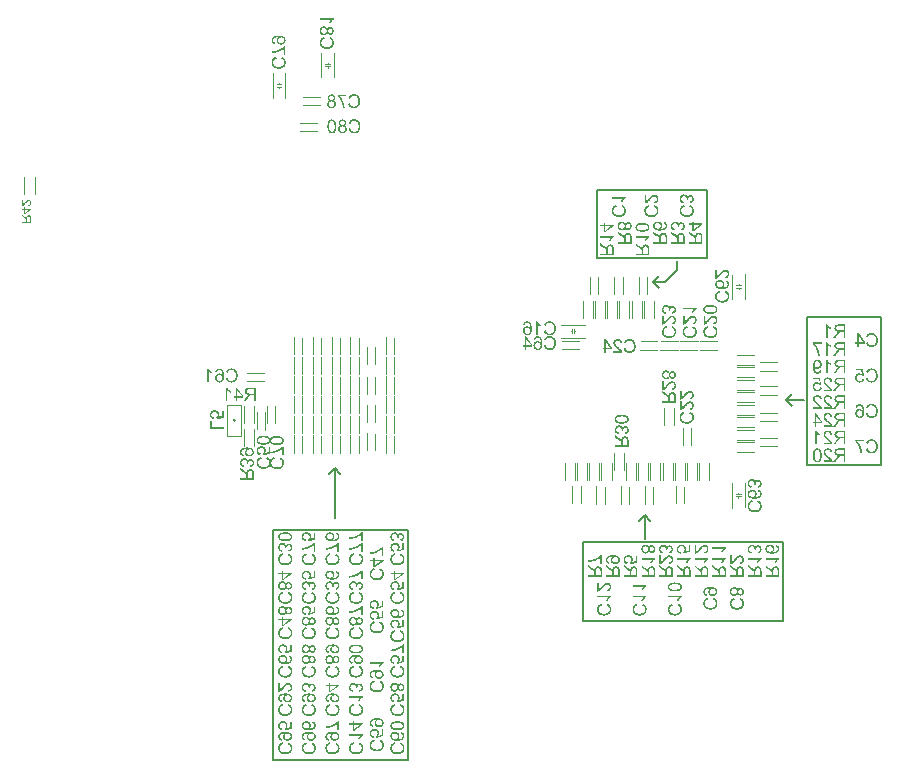
<source format=gbo>
G04 Layer_Color=32896*
%FSLAX43Y43*%
%MOMM*%
G71*
G01*
G75*
%ADD24C,0.120*%
%ADD26C,0.200*%
%ADD30C,0.100*%
%ADD42C,0.080*%
G36*
X31117Y43906D02*
X31152Y43900D01*
X31183Y43890D01*
X31210Y43880D01*
X31232Y43870D01*
X31248Y43860D01*
X31258Y43853D01*
X31260Y43851D01*
X31262D01*
X31288Y43828D01*
X31312Y43803D01*
X31330Y43776D01*
X31347Y43751D01*
X31358Y43728D01*
X31367Y43708D01*
X31370Y43701D01*
X31372Y43696D01*
X31373Y43693D01*
Y43691D01*
X31386Y43721D01*
X31402Y43746D01*
X31417Y43768D01*
X31431Y43786D01*
X31445Y43800D01*
X31455Y43810D01*
X31461Y43816D01*
X31465Y43818D01*
X31488Y43833D01*
X31511Y43843D01*
X31535Y43851D01*
X31558Y43856D01*
X31576Y43860D01*
X31591Y43861D01*
X31605D01*
X31628Y43860D01*
X31650Y43858D01*
X31691Y43846D01*
X31728Y43831D01*
X31760Y43815D01*
X31785Y43798D01*
X31795Y43790D01*
X31805Y43783D01*
X31811Y43776D01*
X31816Y43771D01*
X31818Y43770D01*
X31820Y43768D01*
X31835Y43750D01*
X31850Y43731D01*
X31861Y43711D01*
X31871Y43691D01*
X31886Y43651D01*
X31896Y43611D01*
X31901Y43595D01*
X31903Y43578D01*
X31905Y43563D01*
X31906Y43550D01*
X31908Y43540D01*
Y43531D01*
Y43526D01*
Y43525D01*
X31906Y43498D01*
X31905Y43471D01*
X31895Y43425D01*
X31888Y43403D01*
X31881Y43383D01*
X31873Y43365D01*
X31865Y43348D01*
X31856Y43335D01*
X31848Y43321D01*
X31841Y43310D01*
X31835Y43301D01*
X31830Y43295D01*
X31825Y43290D01*
X31823Y43286D01*
X31821Y43285D01*
X31805Y43270D01*
X31788Y43255D01*
X31770Y43243D01*
X31751Y43233D01*
X31716Y43216D01*
X31683Y43206D01*
X31655Y43200D01*
X31641Y43198D01*
X31631Y43196D01*
X31621Y43195D01*
X31610D01*
X31580Y43196D01*
X31551Y43201D01*
X31526Y43208D01*
X31505Y43216D01*
X31488Y43223D01*
X31475Y43230D01*
X31468Y43235D01*
X31465Y43236D01*
X31445Y43255D01*
X31426Y43275D01*
X31410Y43296D01*
X31396Y43318D01*
X31386Y43338D01*
X31380Y43353D01*
X31377Y43360D01*
X31375Y43365D01*
X31373Y43366D01*
Y43368D01*
X31362Y43330D01*
X31347Y43298D01*
X31328Y43270D01*
X31312Y43246D01*
X31295Y43228D01*
X31282Y43215D01*
X31273Y43208D01*
X31272Y43205D01*
X31270D01*
X31240Y43186D01*
X31208Y43171D01*
X31178Y43161D01*
X31148Y43155D01*
X31122Y43151D01*
X31110Y43150D01*
X31100D01*
X31093Y43148D01*
X31082D01*
X31055Y43150D01*
X31028Y43153D01*
X31003Y43158D01*
X30978Y43165D01*
X30937Y43181D01*
X30917Y43190D01*
X30900Y43200D01*
X30883Y43210D01*
X30870Y43218D01*
X30858Y43228D01*
X30848Y43235D01*
X30840Y43241D01*
X30835Y43246D01*
X30832Y43250D01*
X30830Y43251D01*
X30812Y43271D01*
X30797Y43293D01*
X30783Y43316D01*
X30772Y43340D01*
X30763Y43361D01*
X30755Y43385D01*
X30743Y43430D01*
X30738Y43450D01*
X30735Y43468D01*
X30733Y43485D01*
X30732Y43500D01*
X30730Y43511D01*
Y43520D01*
Y43526D01*
Y43528D01*
X30732Y43560D01*
X30735Y43588D01*
X30740Y43616D01*
X30745Y43643D01*
X30753Y43666D01*
X30762Y43690D01*
X30770Y43711D01*
X30780Y43730D01*
X30790Y43746D01*
X30798Y43761D01*
X30807Y43773D01*
X30815Y43785D01*
X30820Y43793D01*
X30825Y43798D01*
X30828Y43801D01*
X30830Y43803D01*
X30850Y43821D01*
X30870Y43838D01*
X30890Y43851D01*
X30912Y43863D01*
X30932Y43875D01*
X30953Y43883D01*
X30992Y43895D01*
X31010Y43900D01*
X31027Y43903D01*
X31042Y43905D01*
X31053Y43906D01*
X31063Y43908D01*
X31078D01*
X31117Y43906D01*
D02*
G37*
G36*
X31153Y42866D02*
X31127Y42860D01*
X31102Y42851D01*
X31078Y42843D01*
X31057Y42835D01*
X31037Y42825D01*
X31020Y42815D01*
X31003Y42803D01*
X30988Y42793D01*
X30975Y42785D01*
X30965Y42775D01*
X30955Y42766D01*
X30947Y42760D01*
X30942Y42753D01*
X30937Y42748D01*
X30935Y42746D01*
X30933Y42745D01*
X30920Y42728D01*
X30910Y42710D01*
X30892Y42673D01*
X30878Y42638D01*
X30870Y42603D01*
X30863Y42573D01*
X30862Y42562D01*
Y42550D01*
X30860Y42540D01*
Y42533D01*
Y42530D01*
Y42528D01*
X30862Y42490D01*
X30868Y42453D01*
X30877Y42420D01*
X30887Y42390D01*
X30897Y42367D01*
X30902Y42357D01*
X30905Y42348D01*
X30908Y42342D01*
X30912Y42337D01*
X30913Y42333D01*
Y42332D01*
X30937Y42300D01*
X30962Y42273D01*
X30990Y42250D01*
X31017Y42232D01*
X31040Y42217D01*
X31060Y42207D01*
X31068Y42203D01*
X31073Y42200D01*
X31077Y42198D01*
X31078D01*
X31122Y42185D01*
X31165Y42175D01*
X31208Y42167D01*
X31248Y42162D01*
X31267Y42160D01*
X31283Y42158D01*
X31298D01*
X31310Y42157D01*
X31335D01*
X31378Y42158D01*
X31418Y42162D01*
X31455Y42168D01*
X31488Y42175D01*
X31516Y42180D01*
X31528Y42183D01*
X31538Y42187D01*
X31546Y42188D01*
X31551Y42190D01*
X31555Y42192D01*
X31556D01*
X31595Y42208D01*
X31630Y42227D01*
X31658Y42247D01*
X31683Y42268D01*
X31703Y42287D01*
X31716Y42302D01*
X31725Y42313D01*
X31728Y42315D01*
Y42317D01*
X31750Y42352D01*
X31766Y42390D01*
X31778Y42427D01*
X31785Y42462D01*
X31790Y42493D01*
X31791Y42507D01*
Y42518D01*
X31793Y42527D01*
Y42533D01*
Y42538D01*
Y42540D01*
X31791Y42582D01*
X31785Y42620D01*
X31775Y42652D01*
X31765Y42680D01*
X31753Y42701D01*
X31745Y42718D01*
X31738Y42728D01*
X31735Y42731D01*
X31710Y42758D01*
X31681Y42783D01*
X31651Y42803D01*
X31621Y42820D01*
X31595Y42833D01*
X31581Y42838D01*
X31571Y42841D01*
X31563Y42845D01*
X31556Y42848D01*
X31553Y42850D01*
X31551D01*
X31586Y43000D01*
X31616Y42990D01*
X31643Y42980D01*
X31668Y42966D01*
X31693Y42955D01*
X31715Y42941D01*
X31735Y42926D01*
X31755Y42913D01*
X31771Y42900D01*
X31785Y42886D01*
X31798Y42875D01*
X31810Y42863D01*
X31818Y42855D01*
X31826Y42846D01*
X31831Y42840D01*
X31833Y42836D01*
X31835Y42835D01*
X31850Y42811D01*
X31865Y42788D01*
X31876Y42765D01*
X31886Y42740D01*
X31901Y42690D01*
X31911Y42645D01*
X31916Y42623D01*
X31918Y42605D01*
X31920Y42587D01*
X31921Y42572D01*
X31923Y42560D01*
Y42552D01*
Y42545D01*
Y42543D01*
X31920Y42488D01*
X31911Y42435D01*
X31901Y42388D01*
X31895Y42367D01*
X31888Y42347D01*
X31881Y42328D01*
X31875Y42312D01*
X31870Y42298D01*
X31865Y42285D01*
X31860Y42277D01*
X31856Y42270D01*
X31855Y42265D01*
X31853Y42263D01*
X31825Y42218D01*
X31791Y42180D01*
X31758Y42147D01*
X31725Y42118D01*
X31695Y42097D01*
X31681Y42088D01*
X31670Y42082D01*
X31661Y42075D01*
X31655Y42072D01*
X31650Y42070D01*
X31648Y42068D01*
X31596Y42045D01*
X31543Y42028D01*
X31490Y42017D01*
X31441Y42008D01*
X31420Y42005D01*
X31398Y42003D01*
X31382Y42002D01*
X31365D01*
X31353Y42000D01*
X31335D01*
X31275Y42003D01*
X31217Y42010D01*
X31165Y42018D01*
X31140Y42025D01*
X31118Y42030D01*
X31098Y42035D01*
X31080Y42042D01*
X31063Y42047D01*
X31050Y42050D01*
X31040Y42055D01*
X31032Y42057D01*
X31027Y42060D01*
X31025D01*
X30975Y42085D01*
X30930Y42113D01*
X30892Y42143D01*
X30877Y42158D01*
X30862Y42172D01*
X30848Y42185D01*
X30837Y42198D01*
X30827Y42210D01*
X30820Y42220D01*
X30813Y42227D01*
X30808Y42233D01*
X30807Y42237D01*
X30805Y42238D01*
X30792Y42262D01*
X30780Y42285D01*
X30762Y42335D01*
X30748Y42385D01*
X30740Y42433D01*
X30737Y42457D01*
X30733Y42477D01*
X30732Y42495D01*
Y42510D01*
X30730Y42523D01*
Y42533D01*
Y42540D01*
Y42542D01*
X30732Y42575D01*
X30735Y42607D01*
X30738Y42637D01*
X30745Y42665D01*
X30753Y42691D01*
X30762Y42716D01*
X30770Y42740D01*
X30780Y42761D01*
X30788Y42780D01*
X30797Y42798D01*
X30805Y42811D01*
X30813Y42825D01*
X30820Y42833D01*
X30823Y42841D01*
X30827Y42845D01*
X30828Y42846D01*
X30848Y42870D01*
X30868Y42890D01*
X30892Y42908D01*
X30915Y42926D01*
X30962Y42956D01*
X31008Y42980D01*
X31030Y42990D01*
X31050Y42998D01*
X31068Y43005D01*
X31083Y43010D01*
X31097Y43015D01*
X31107Y43018D01*
X31113Y43020D01*
X31115D01*
X31153Y42866D01*
D02*
G37*
G36*
Y39616D02*
X31127Y39610D01*
X31102Y39601D01*
X31078Y39593D01*
X31057Y39585D01*
X31037Y39575D01*
X31020Y39565D01*
X31003Y39553D01*
X30988Y39543D01*
X30975Y39535D01*
X30965Y39525D01*
X30955Y39516D01*
X30947Y39510D01*
X30942Y39503D01*
X30937Y39498D01*
X30935Y39496D01*
X30933Y39495D01*
X30920Y39478D01*
X30910Y39460D01*
X30892Y39423D01*
X30878Y39388D01*
X30870Y39353D01*
X30863Y39323D01*
X30862Y39312D01*
Y39300D01*
X30860Y39290D01*
Y39283D01*
Y39280D01*
Y39278D01*
X30862Y39240D01*
X30868Y39203D01*
X30877Y39170D01*
X30887Y39140D01*
X30897Y39117D01*
X30902Y39107D01*
X30905Y39098D01*
X30908Y39092D01*
X30912Y39087D01*
X30913Y39083D01*
Y39082D01*
X30937Y39050D01*
X30962Y39023D01*
X30990Y39000D01*
X31017Y38982D01*
X31040Y38967D01*
X31060Y38957D01*
X31068Y38953D01*
X31073Y38950D01*
X31077Y38948D01*
X31078D01*
X31122Y38935D01*
X31165Y38925D01*
X31208Y38917D01*
X31248Y38912D01*
X31267Y38910D01*
X31283Y38908D01*
X31298D01*
X31310Y38907D01*
X31335D01*
X31378Y38908D01*
X31418Y38912D01*
X31455Y38918D01*
X31488Y38925D01*
X31516Y38930D01*
X31528Y38933D01*
X31538Y38937D01*
X31546Y38938D01*
X31551Y38940D01*
X31555Y38942D01*
X31556D01*
X31595Y38958D01*
X31630Y38977D01*
X31658Y38997D01*
X31683Y39018D01*
X31703Y39037D01*
X31716Y39052D01*
X31725Y39063D01*
X31728Y39065D01*
Y39067D01*
X31750Y39102D01*
X31766Y39140D01*
X31778Y39177D01*
X31785Y39212D01*
X31790Y39243D01*
X31791Y39257D01*
Y39268D01*
X31793Y39277D01*
Y39283D01*
Y39288D01*
Y39290D01*
X31791Y39332D01*
X31785Y39370D01*
X31775Y39402D01*
X31765Y39430D01*
X31753Y39451D01*
X31745Y39468D01*
X31738Y39478D01*
X31735Y39481D01*
X31710Y39508D01*
X31681Y39533D01*
X31651Y39553D01*
X31621Y39570D01*
X31595Y39583D01*
X31581Y39588D01*
X31571Y39591D01*
X31563Y39595D01*
X31556Y39598D01*
X31553Y39600D01*
X31551D01*
X31586Y39750D01*
X31616Y39740D01*
X31643Y39730D01*
X31668Y39716D01*
X31693Y39705D01*
X31715Y39691D01*
X31735Y39676D01*
X31755Y39663D01*
X31771Y39650D01*
X31785Y39636D01*
X31798Y39625D01*
X31810Y39613D01*
X31818Y39605D01*
X31826Y39596D01*
X31831Y39590D01*
X31833Y39586D01*
X31835Y39585D01*
X31850Y39561D01*
X31865Y39538D01*
X31876Y39515D01*
X31886Y39490D01*
X31901Y39440D01*
X31911Y39395D01*
X31916Y39373D01*
X31918Y39355D01*
X31920Y39337D01*
X31921Y39322D01*
X31923Y39310D01*
Y39302D01*
Y39295D01*
Y39293D01*
X31920Y39238D01*
X31911Y39185D01*
X31901Y39138D01*
X31895Y39117D01*
X31888Y39097D01*
X31881Y39078D01*
X31875Y39062D01*
X31870Y39048D01*
X31865Y39035D01*
X31860Y39027D01*
X31856Y39020D01*
X31855Y39015D01*
X31853Y39013D01*
X31825Y38968D01*
X31791Y38930D01*
X31758Y38897D01*
X31725Y38868D01*
X31695Y38847D01*
X31681Y38838D01*
X31670Y38832D01*
X31661Y38825D01*
X31655Y38822D01*
X31650Y38820D01*
X31648Y38818D01*
X31596Y38795D01*
X31543Y38778D01*
X31490Y38767D01*
X31441Y38758D01*
X31420Y38755D01*
X31398Y38753D01*
X31382Y38752D01*
X31365D01*
X31353Y38750D01*
X31335D01*
X31275Y38753D01*
X31217Y38760D01*
X31165Y38768D01*
X31140Y38775D01*
X31118Y38780D01*
X31098Y38785D01*
X31080Y38792D01*
X31063Y38797D01*
X31050Y38800D01*
X31040Y38805D01*
X31032Y38807D01*
X31027Y38810D01*
X31025D01*
X30975Y38835D01*
X30930Y38863D01*
X30892Y38893D01*
X30877Y38908D01*
X30862Y38922D01*
X30848Y38935D01*
X30837Y38948D01*
X30827Y38960D01*
X30820Y38970D01*
X30813Y38977D01*
X30808Y38983D01*
X30807Y38987D01*
X30805Y38988D01*
X30792Y39012D01*
X30780Y39035D01*
X30762Y39085D01*
X30748Y39135D01*
X30740Y39183D01*
X30737Y39207D01*
X30733Y39227D01*
X30732Y39245D01*
Y39260D01*
X30730Y39273D01*
Y39283D01*
Y39290D01*
Y39292D01*
X30732Y39325D01*
X30735Y39357D01*
X30738Y39387D01*
X30745Y39415D01*
X30753Y39441D01*
X30762Y39466D01*
X30770Y39490D01*
X30780Y39511D01*
X30788Y39530D01*
X30797Y39548D01*
X30805Y39561D01*
X30813Y39575D01*
X30820Y39583D01*
X30823Y39591D01*
X30827Y39595D01*
X30828Y39596D01*
X30848Y39620D01*
X30868Y39640D01*
X30892Y39658D01*
X30915Y39676D01*
X30962Y39706D01*
X31008Y39730D01*
X31030Y39740D01*
X31050Y39748D01*
X31068Y39755D01*
X31083Y39760D01*
X31097Y39765D01*
X31107Y39768D01*
X31113Y39770D01*
X31115D01*
X31153Y39616D01*
D02*
G37*
G36*
Y44801D02*
X31182Y44798D01*
X31210Y44793D01*
X31235Y44788D01*
X31258Y44779D01*
X31282Y44771D01*
X31302Y44763D01*
X31320Y44753D01*
X31337Y44743D01*
X31352Y44734D01*
X31363Y44726D01*
X31375Y44718D01*
X31383Y44713D01*
X31388Y44708D01*
X31392Y44704D01*
X31393Y44703D01*
X31412Y44684D01*
X31428Y44664D01*
X31441Y44643D01*
X31453Y44623D01*
X31465Y44603D01*
X31473Y44583D01*
X31485Y44544D01*
X31490Y44528D01*
X31493Y44511D01*
X31495Y44498D01*
X31496Y44484D01*
X31498Y44474D01*
Y44468D01*
Y44463D01*
Y44461D01*
X31496Y44431D01*
X31491Y44403D01*
X31486Y44376D01*
X31480Y44353D01*
X31471Y44333D01*
X31466Y44318D01*
X31461Y44308D01*
X31460Y44306D01*
Y44304D01*
X31443Y44278D01*
X31425Y44254D01*
X31406Y44233D01*
X31386Y44216D01*
X31370Y44201D01*
X31357Y44189D01*
X31347Y44183D01*
X31345Y44181D01*
X31375D01*
X31405Y44183D01*
X31431Y44184D01*
X31458Y44188D01*
X31481Y44189D01*
X31503Y44193D01*
X31523Y44196D01*
X31541Y44201D01*
X31558Y44204D01*
X31571Y44208D01*
X31583Y44211D01*
X31593Y44213D01*
X31600Y44216D01*
X31605Y44218D01*
X31608Y44219D01*
X31610D01*
X31643Y44236D01*
X31673Y44253D01*
X31696Y44271D01*
X31716Y44288D01*
X31733Y44303D01*
X31745Y44314D01*
X31751Y44323D01*
X31753Y44326D01*
X31766Y44346D01*
X31775Y44366D01*
X31781Y44386D01*
X31786Y44406D01*
X31790Y44421D01*
X31791Y44434D01*
Y44443D01*
Y44446D01*
X31788Y44476D01*
X31781Y44504D01*
X31771Y44528D01*
X31761Y44549D01*
X31750Y44566D01*
X31740Y44578D01*
X31733Y44584D01*
X31730Y44588D01*
X31715Y44599D01*
X31696Y44611D01*
X31676Y44621D01*
X31656Y44628D01*
X31638Y44634D01*
X31623Y44639D01*
X31613Y44641D01*
X31611Y44643D01*
X31610D01*
X31621Y44784D01*
X31668Y44774D01*
X31710Y44759D01*
X31746Y44743D01*
X31776Y44724D01*
X31800Y44706D01*
X31810Y44699D01*
X31818Y44691D01*
X31823Y44686D01*
X31828Y44681D01*
X31830Y44679D01*
X31831Y44678D01*
X31845Y44661D01*
X31856Y44643D01*
X31876Y44606D01*
X31890Y44569D01*
X31898Y44534D01*
X31905Y44503D01*
X31906Y44489D01*
Y44478D01*
X31908Y44468D01*
Y44461D01*
Y44456D01*
Y44454D01*
X31906Y44421D01*
X31903Y44389D01*
X31896Y44359D01*
X31888Y44331D01*
X31876Y44306D01*
X31866Y44281D01*
X31853Y44259D01*
X31841Y44239D01*
X31830Y44223D01*
X31816Y44206D01*
X31806Y44193D01*
X31796Y44183D01*
X31786Y44174D01*
X31780Y44168D01*
X31776Y44164D01*
X31775Y44163D01*
X31745Y44141D01*
X31710Y44123D01*
X31673Y44106D01*
X31635Y44091D01*
X31595Y44079D01*
X31555Y44069D01*
X31513Y44061D01*
X31475Y44054D01*
X31436Y44049D01*
X31402Y44046D01*
X31370Y44043D01*
X31343Y44041D01*
X31320D01*
X31303Y44039D01*
X31288D01*
X31235Y44041D01*
X31185Y44044D01*
X31138Y44049D01*
X31095Y44058D01*
X31057Y44066D01*
X31022Y44074D01*
X30990Y44084D01*
X30962Y44096D01*
X30938Y44106D01*
X30917Y44116D01*
X30900Y44124D01*
X30885Y44134D01*
X30873Y44141D01*
X30867Y44146D01*
X30862Y44149D01*
X30860Y44151D01*
X30837Y44173D01*
X30817Y44196D01*
X30800Y44219D01*
X30785Y44243D01*
X30772Y44268D01*
X30762Y44291D01*
X30753Y44314D01*
X30747Y44338D01*
X30742Y44358D01*
X30737Y44378D01*
X30733Y44394D01*
X30732Y44409D01*
Y44423D01*
X30730Y44431D01*
Y44438D01*
Y44439D01*
X30732Y44478D01*
X30738Y44513D01*
X30745Y44544D01*
X30755Y44573D01*
X30763Y44594D01*
X30772Y44611D01*
X30773Y44618D01*
X30777Y44623D01*
X30778Y44624D01*
Y44626D01*
X30798Y44654D01*
X30822Y44681D01*
X30845Y44703D01*
X30868Y44721D01*
X30890Y44736D01*
X30907Y44746D01*
X30913Y44749D01*
X30918Y44753D01*
X30920Y44754D01*
X30922D01*
X30957Y44771D01*
X30993Y44783D01*
X31027Y44791D01*
X31058Y44796D01*
X31085Y44801D01*
X31095D01*
X31105Y44803D01*
X31123D01*
X31153Y44801D01*
D02*
G37*
G36*
Y47801D02*
X31182Y47798D01*
X31210Y47793D01*
X31235Y47788D01*
X31258Y47779D01*
X31282Y47771D01*
X31302Y47763D01*
X31320Y47753D01*
X31337Y47743D01*
X31352Y47734D01*
X31363Y47726D01*
X31375Y47718D01*
X31383Y47713D01*
X31388Y47708D01*
X31392Y47704D01*
X31393Y47703D01*
X31412Y47684D01*
X31428Y47664D01*
X31441Y47643D01*
X31453Y47623D01*
X31465Y47603D01*
X31473Y47583D01*
X31485Y47544D01*
X31490Y47528D01*
X31493Y47511D01*
X31495Y47498D01*
X31496Y47484D01*
X31498Y47474D01*
Y47468D01*
Y47463D01*
Y47461D01*
X31496Y47431D01*
X31491Y47403D01*
X31486Y47376D01*
X31480Y47353D01*
X31471Y47333D01*
X31466Y47318D01*
X31461Y47308D01*
X31460Y47306D01*
Y47304D01*
X31443Y47278D01*
X31425Y47254D01*
X31406Y47233D01*
X31386Y47216D01*
X31370Y47201D01*
X31357Y47189D01*
X31347Y47183D01*
X31345Y47181D01*
X31375D01*
X31405Y47183D01*
X31431Y47184D01*
X31458Y47188D01*
X31481Y47189D01*
X31503Y47193D01*
X31523Y47196D01*
X31541Y47201D01*
X31558Y47204D01*
X31571Y47208D01*
X31583Y47211D01*
X31593Y47213D01*
X31600Y47216D01*
X31605Y47218D01*
X31608Y47219D01*
X31610D01*
X31643Y47236D01*
X31673Y47253D01*
X31696Y47271D01*
X31716Y47288D01*
X31733Y47303D01*
X31745Y47314D01*
X31751Y47323D01*
X31753Y47326D01*
X31766Y47346D01*
X31775Y47366D01*
X31781Y47386D01*
X31786Y47406D01*
X31790Y47421D01*
X31791Y47434D01*
Y47443D01*
Y47446D01*
X31788Y47476D01*
X31781Y47504D01*
X31771Y47528D01*
X31761Y47549D01*
X31750Y47566D01*
X31740Y47578D01*
X31733Y47584D01*
X31730Y47588D01*
X31715Y47599D01*
X31696Y47611D01*
X31676Y47621D01*
X31656Y47628D01*
X31638Y47634D01*
X31623Y47639D01*
X31613Y47641D01*
X31611Y47643D01*
X31610D01*
X31621Y47784D01*
X31668Y47774D01*
X31710Y47759D01*
X31746Y47743D01*
X31776Y47724D01*
X31800Y47706D01*
X31810Y47699D01*
X31818Y47691D01*
X31823Y47686D01*
X31828Y47681D01*
X31830Y47679D01*
X31831Y47678D01*
X31845Y47661D01*
X31856Y47643D01*
X31876Y47606D01*
X31890Y47569D01*
X31898Y47534D01*
X31905Y47503D01*
X31906Y47489D01*
Y47478D01*
X31908Y47468D01*
Y47461D01*
Y47456D01*
Y47454D01*
X31906Y47421D01*
X31903Y47389D01*
X31896Y47359D01*
X31888Y47331D01*
X31876Y47306D01*
X31866Y47281D01*
X31853Y47259D01*
X31841Y47239D01*
X31830Y47223D01*
X31816Y47206D01*
X31806Y47193D01*
X31796Y47183D01*
X31786Y47174D01*
X31780Y47168D01*
X31776Y47164D01*
X31775Y47163D01*
X31745Y47141D01*
X31710Y47123D01*
X31673Y47106D01*
X31635Y47091D01*
X31595Y47079D01*
X31555Y47069D01*
X31513Y47061D01*
X31475Y47054D01*
X31436Y47049D01*
X31402Y47046D01*
X31370Y47043D01*
X31343Y47041D01*
X31320D01*
X31303Y47039D01*
X31288D01*
X31235Y47041D01*
X31185Y47044D01*
X31138Y47049D01*
X31095Y47058D01*
X31057Y47066D01*
X31022Y47074D01*
X30990Y47084D01*
X30962Y47096D01*
X30938Y47106D01*
X30917Y47116D01*
X30900Y47124D01*
X30885Y47134D01*
X30873Y47141D01*
X30867Y47146D01*
X30862Y47149D01*
X30860Y47151D01*
X30837Y47173D01*
X30817Y47196D01*
X30800Y47219D01*
X30785Y47243D01*
X30772Y47268D01*
X30762Y47291D01*
X30753Y47314D01*
X30747Y47338D01*
X30742Y47358D01*
X30737Y47378D01*
X30733Y47394D01*
X30732Y47409D01*
Y47423D01*
X30730Y47431D01*
Y47438D01*
Y47439D01*
X30732Y47478D01*
X30738Y47513D01*
X30745Y47544D01*
X30755Y47573D01*
X30763Y47594D01*
X30772Y47611D01*
X30773Y47618D01*
X30777Y47623D01*
X30778Y47624D01*
Y47626D01*
X30798Y47654D01*
X30822Y47681D01*
X30845Y47703D01*
X30868Y47721D01*
X30890Y47736D01*
X30907Y47746D01*
X30913Y47749D01*
X30918Y47753D01*
X30920Y47754D01*
X30922D01*
X30957Y47771D01*
X30993Y47783D01*
X31027Y47791D01*
X31058Y47796D01*
X31085Y47801D01*
X31095D01*
X31105Y47803D01*
X31123D01*
X31153Y47801D01*
D02*
G37*
G36*
Y51051D02*
X31182Y51048D01*
X31210Y51043D01*
X31235Y51038D01*
X31258Y51029D01*
X31282Y51021D01*
X31302Y51013D01*
X31320Y51003D01*
X31337Y50993D01*
X31352Y50984D01*
X31363Y50976D01*
X31375Y50968D01*
X31383Y50963D01*
X31388Y50958D01*
X31392Y50954D01*
X31393Y50953D01*
X31412Y50934D01*
X31428Y50914D01*
X31441Y50893D01*
X31453Y50873D01*
X31465Y50853D01*
X31473Y50833D01*
X31485Y50794D01*
X31490Y50778D01*
X31493Y50761D01*
X31495Y50748D01*
X31496Y50734D01*
X31498Y50724D01*
Y50718D01*
Y50713D01*
Y50711D01*
X31496Y50681D01*
X31491Y50653D01*
X31486Y50626D01*
X31480Y50603D01*
X31471Y50583D01*
X31466Y50568D01*
X31461Y50558D01*
X31460Y50556D01*
Y50554D01*
X31443Y50528D01*
X31425Y50504D01*
X31406Y50483D01*
X31386Y50466D01*
X31370Y50451D01*
X31357Y50439D01*
X31347Y50433D01*
X31345Y50431D01*
X31375D01*
X31405Y50433D01*
X31431Y50434D01*
X31458Y50438D01*
X31481Y50439D01*
X31503Y50443D01*
X31523Y50446D01*
X31541Y50451D01*
X31558Y50454D01*
X31571Y50458D01*
X31583Y50461D01*
X31593Y50463D01*
X31600Y50466D01*
X31605Y50468D01*
X31608Y50469D01*
X31610D01*
X31643Y50486D01*
X31673Y50503D01*
X31696Y50521D01*
X31716Y50538D01*
X31733Y50553D01*
X31745Y50564D01*
X31751Y50573D01*
X31753Y50576D01*
X31766Y50596D01*
X31775Y50616D01*
X31781Y50636D01*
X31786Y50656D01*
X31790Y50671D01*
X31791Y50684D01*
Y50693D01*
Y50696D01*
X31788Y50726D01*
X31781Y50754D01*
X31771Y50778D01*
X31761Y50799D01*
X31750Y50816D01*
X31740Y50828D01*
X31733Y50834D01*
X31730Y50838D01*
X31715Y50849D01*
X31696Y50861D01*
X31676Y50871D01*
X31656Y50878D01*
X31638Y50884D01*
X31623Y50889D01*
X31613Y50891D01*
X31611Y50893D01*
X31610D01*
X31621Y51034D01*
X31668Y51024D01*
X31710Y51009D01*
X31746Y50993D01*
X31776Y50974D01*
X31800Y50956D01*
X31810Y50949D01*
X31818Y50941D01*
X31823Y50936D01*
X31828Y50931D01*
X31830Y50929D01*
X31831Y50928D01*
X31845Y50911D01*
X31856Y50893D01*
X31876Y50856D01*
X31890Y50819D01*
X31898Y50784D01*
X31905Y50753D01*
X31906Y50739D01*
Y50728D01*
X31908Y50718D01*
Y50711D01*
Y50706D01*
Y50704D01*
X31906Y50671D01*
X31903Y50639D01*
X31896Y50609D01*
X31888Y50581D01*
X31876Y50556D01*
X31866Y50531D01*
X31853Y50509D01*
X31841Y50489D01*
X31830Y50473D01*
X31816Y50456D01*
X31806Y50443D01*
X31796Y50433D01*
X31786Y50424D01*
X31780Y50418D01*
X31776Y50414D01*
X31775Y50413D01*
X31745Y50391D01*
X31710Y50373D01*
X31673Y50356D01*
X31635Y50341D01*
X31595Y50329D01*
X31555Y50319D01*
X31513Y50311D01*
X31475Y50304D01*
X31436Y50299D01*
X31402Y50296D01*
X31370Y50293D01*
X31343Y50291D01*
X31320D01*
X31303Y50289D01*
X31288D01*
X31235Y50291D01*
X31185Y50294D01*
X31138Y50299D01*
X31095Y50308D01*
X31057Y50316D01*
X31022Y50324D01*
X30990Y50334D01*
X30962Y50346D01*
X30938Y50356D01*
X30917Y50366D01*
X30900Y50374D01*
X30885Y50384D01*
X30873Y50391D01*
X30867Y50396D01*
X30862Y50399D01*
X30860Y50401D01*
X30837Y50423D01*
X30817Y50446D01*
X30800Y50469D01*
X30785Y50493D01*
X30772Y50518D01*
X30762Y50541D01*
X30753Y50564D01*
X30747Y50588D01*
X30742Y50608D01*
X30737Y50628D01*
X30733Y50644D01*
X30732Y50659D01*
Y50673D01*
X30730Y50681D01*
Y50688D01*
Y50689D01*
X30732Y50728D01*
X30738Y50763D01*
X30745Y50794D01*
X30755Y50823D01*
X30763Y50844D01*
X30772Y50861D01*
X30773Y50868D01*
X30777Y50873D01*
X30778Y50874D01*
Y50876D01*
X30798Y50904D01*
X30822Y50931D01*
X30845Y50953D01*
X30868Y50971D01*
X30890Y50986D01*
X30907Y50996D01*
X30913Y50999D01*
X30918Y51003D01*
X30920Y51004D01*
X30922D01*
X30957Y51021D01*
X30993Y51033D01*
X31027Y51041D01*
X31058Y51046D01*
X31085Y51051D01*
X31095D01*
X31105Y51053D01*
X31123D01*
X31153Y51051D01*
D02*
G37*
G36*
X31888Y49410D02*
X31751D01*
Y49975D01*
X31703Y49935D01*
X31651Y49896D01*
X31601Y49863D01*
X31553Y49831D01*
X31531Y49818D01*
X31511Y49806D01*
X31493Y49795D01*
X31478Y49786D01*
X31465Y49780D01*
X31456Y49775D01*
X31450Y49771D01*
X31448Y49770D01*
X31382Y49736D01*
X31315Y49706D01*
X31252Y49681D01*
X31223Y49671D01*
X31195Y49661D01*
X31170Y49651D01*
X31147Y49645D01*
X31127Y49638D01*
X31110Y49633D01*
X31095Y49628D01*
X31085Y49625D01*
X31078Y49623D01*
X31077D01*
X31008Y49606D01*
X30975Y49600D01*
X30945Y49595D01*
X30917Y49590D01*
X30888Y49585D01*
X30865Y49581D01*
X30842Y49578D01*
X30822Y49576D01*
X30803Y49575D01*
X30787Y49573D01*
X30773D01*
X30763Y49571D01*
X30750D01*
Y49716D01*
X30813Y49721D01*
X30872Y49730D01*
X30925Y49738D01*
X30950Y49743D01*
X30973Y49748D01*
X30993Y49751D01*
X31012Y49756D01*
X31028Y49760D01*
X31042Y49763D01*
X31052Y49766D01*
X31060Y49768D01*
X31065Y49770D01*
X31067D01*
X31143Y49795D01*
X31215Y49821D01*
X31250Y49835D01*
X31283Y49848D01*
X31313Y49863D01*
X31343Y49876D01*
X31370Y49888D01*
X31393Y49900D01*
X31413Y49910D01*
X31431Y49918D01*
X31446Y49926D01*
X31456Y49931D01*
X31463Y49935D01*
X31465Y49936D01*
X31500Y49956D01*
X31535Y49976D01*
X31566Y49996D01*
X31596Y50016D01*
X31623Y50035D01*
X31650Y50053D01*
X31673Y50071D01*
X31693Y50086D01*
X31713Y50101D01*
X31730Y50115D01*
X31743Y50128D01*
X31755Y50138D01*
X31765Y50145D01*
X31771Y50151D01*
X31775Y50155D01*
X31776Y50156D01*
X31888D01*
Y49410D01*
D02*
G37*
G36*
X31130Y46905D02*
X31167Y46898D01*
X31198Y46888D01*
X31225Y46878D01*
X31247Y46868D01*
X31263Y46858D01*
X31273Y46851D01*
X31277Y46850D01*
X31302Y46826D01*
X31323Y46801D01*
X31340Y46775D01*
X31353Y46748D01*
X31363Y46725D01*
X31370Y46706D01*
X31372Y46700D01*
X31373Y46695D01*
X31375Y46691D01*
Y46690D01*
X31390Y46718D01*
X31405Y46741D01*
X31421Y46761D01*
X31436Y46778D01*
X31450Y46791D01*
X31461Y46801D01*
X31468Y46806D01*
X31471Y46808D01*
X31495Y46821D01*
X31518Y46831D01*
X31541Y46840D01*
X31563Y46845D01*
X31581Y46848D01*
X31595Y46850D01*
X31608D01*
X31636Y46848D01*
X31665Y46843D01*
X31690Y46836D01*
X31711Y46828D01*
X31730Y46820D01*
X31745Y46813D01*
X31753Y46808D01*
X31756Y46806D01*
X31781Y46790D01*
X31803Y46770D01*
X31821Y46750D01*
X31838Y46730D01*
X31850Y46713D01*
X31860Y46698D01*
X31865Y46688D01*
X31866Y46686D01*
Y46685D01*
X31880Y46655D01*
X31890Y46625D01*
X31898Y46595D01*
X31903Y46568D01*
X31906Y46546D01*
X31908Y46528D01*
Y46521D01*
Y46516D01*
Y46513D01*
Y46511D01*
Y46486D01*
X31905Y46463D01*
X31896Y46418D01*
X31883Y46380D01*
X31870Y46346D01*
X31861Y46331D01*
X31855Y46320D01*
X31848Y46308D01*
X31841Y46300D01*
X31836Y46293D01*
X31833Y46288D01*
X31831Y46285D01*
X31830Y46283D01*
X31798Y46251D01*
X31763Y46226D01*
X31726Y46206D01*
X31690Y46190D01*
X31658Y46180D01*
X31645Y46175D01*
X31633Y46171D01*
X31623Y46170D01*
X31616Y46168D01*
X31611Y46166D01*
X31610D01*
X31585Y46308D01*
X31621Y46315D01*
X31653Y46325D01*
X31680Y46336D01*
X31701Y46348D01*
X31718Y46360D01*
X31730Y46370D01*
X31738Y46376D01*
X31740Y46378D01*
X31756Y46400D01*
X31770Y46423D01*
X31778Y46445D01*
X31785Y46466D01*
X31788Y46486D01*
X31791Y46501D01*
Y46511D01*
Y46513D01*
Y46515D01*
X31790Y46545D01*
X31783Y46571D01*
X31775Y46595D01*
X31766Y46615D01*
X31756Y46630D01*
X31748Y46641D01*
X31741Y46650D01*
X31740Y46651D01*
X31720Y46670D01*
X31698Y46683D01*
X31676Y46691D01*
X31656Y46698D01*
X31638Y46701D01*
X31625Y46705D01*
X31593D01*
X31576Y46701D01*
X31548Y46693D01*
X31523Y46681D01*
X31501Y46668D01*
X31486Y46655D01*
X31475Y46643D01*
X31468Y46635D01*
X31466Y46633D01*
Y46631D01*
X31451Y46603D01*
X31440Y46576D01*
X31431Y46548D01*
X31426Y46523D01*
X31423Y46501D01*
X31420Y46483D01*
Y46476D01*
Y46471D01*
Y46470D01*
Y46468D01*
Y46461D01*
X31421Y46455D01*
Y46448D01*
Y46446D01*
X31297Y46430D01*
X31302Y46451D01*
X31305Y46471D01*
X31308Y46488D01*
X31310Y46503D01*
X31312Y46515D01*
Y46523D01*
Y46528D01*
Y46530D01*
X31308Y46565D01*
X31302Y46596D01*
X31292Y46625D01*
X31280Y46648D01*
X31268Y46666D01*
X31258Y46680D01*
X31252Y46688D01*
X31248Y46691D01*
X31223Y46713D01*
X31197Y46730D01*
X31170Y46741D01*
X31143Y46748D01*
X31122Y46753D01*
X31103Y46755D01*
X31097Y46756D01*
X31087D01*
X31050Y46753D01*
X31017Y46745D01*
X30988Y46735D01*
X30963Y46721D01*
X30943Y46708D01*
X30928Y46698D01*
X30918Y46690D01*
X30915Y46686D01*
X30892Y46660D01*
X30875Y46631D01*
X30863Y46603D01*
X30855Y46576D01*
X30850Y46553D01*
X30848Y46535D01*
X30847Y46528D01*
Y46523D01*
Y46520D01*
Y46518D01*
X30848Y46488D01*
X30855Y46460D01*
X30863Y46435D01*
X30873Y46415D01*
X30882Y46398D01*
X30890Y46385D01*
X30897Y46378D01*
X30898Y46375D01*
X30922Y46355D01*
X30948Y46338D01*
X30977Y46323D01*
X31007Y46311D01*
X31032Y46303D01*
X31043Y46300D01*
X31053Y46298D01*
X31062Y46296D01*
X31068Y46295D01*
X31072Y46293D01*
X31073D01*
X31055Y46151D01*
X31028Y46155D01*
X31003Y46160D01*
X30957Y46175D01*
X30917Y46193D01*
X30900Y46203D01*
X30883Y46213D01*
X30868Y46223D01*
X30857Y46233D01*
X30845Y46241D01*
X30837Y46250D01*
X30830Y46255D01*
X30825Y46260D01*
X30822Y46263D01*
X30820Y46265D01*
X30805Y46285D01*
X30790Y46305D01*
X30778Y46325D01*
X30768Y46346D01*
X30752Y46388D01*
X30742Y46428D01*
X30738Y46446D01*
X30735Y46463D01*
X30733Y46478D01*
X30732Y46491D01*
X30730Y46501D01*
Y46510D01*
Y46515D01*
Y46516D01*
X30732Y46548D01*
X30735Y46576D01*
X30740Y46605D01*
X30747Y46631D01*
X30755Y46656D01*
X30763Y46678D01*
X30773Y46700D01*
X30783Y46718D01*
X30792Y46736D01*
X30802Y46751D01*
X30810Y46765D01*
X30818Y46775D01*
X30825Y46783D01*
X30830Y46790D01*
X30833Y46793D01*
X30835Y46795D01*
X30855Y46815D01*
X30877Y46831D01*
X30898Y46846D01*
X30920Y46860D01*
X30940Y46870D01*
X30962Y46880D01*
X31002Y46893D01*
X31020Y46896D01*
X31037Y46900D01*
X31052Y46903D01*
X31065Y46905D01*
X31075Y46906D01*
X31090D01*
X31130Y46905D01*
D02*
G37*
G36*
X31153Y45866D02*
X31127Y45860D01*
X31102Y45851D01*
X31078Y45843D01*
X31057Y45835D01*
X31037Y45825D01*
X31020Y45815D01*
X31003Y45803D01*
X30988Y45793D01*
X30975Y45785D01*
X30965Y45775D01*
X30955Y45766D01*
X30947Y45760D01*
X30942Y45753D01*
X30937Y45748D01*
X30935Y45746D01*
X30933Y45745D01*
X30920Y45728D01*
X30910Y45710D01*
X30892Y45673D01*
X30878Y45638D01*
X30870Y45603D01*
X30863Y45573D01*
X30862Y45562D01*
Y45550D01*
X30860Y45540D01*
Y45533D01*
Y45530D01*
Y45528D01*
X30862Y45490D01*
X30868Y45453D01*
X30877Y45420D01*
X30887Y45390D01*
X30897Y45367D01*
X30902Y45357D01*
X30905Y45348D01*
X30908Y45342D01*
X30912Y45337D01*
X30913Y45333D01*
Y45332D01*
X30937Y45300D01*
X30962Y45273D01*
X30990Y45250D01*
X31017Y45232D01*
X31040Y45217D01*
X31060Y45207D01*
X31068Y45203D01*
X31073Y45200D01*
X31077Y45198D01*
X31078D01*
X31122Y45185D01*
X31165Y45175D01*
X31208Y45167D01*
X31248Y45162D01*
X31267Y45160D01*
X31283Y45158D01*
X31298D01*
X31310Y45157D01*
X31335D01*
X31378Y45158D01*
X31418Y45162D01*
X31455Y45168D01*
X31488Y45175D01*
X31516Y45180D01*
X31528Y45183D01*
X31538Y45187D01*
X31546Y45188D01*
X31551Y45190D01*
X31555Y45192D01*
X31556D01*
X31595Y45208D01*
X31630Y45227D01*
X31658Y45247D01*
X31683Y45268D01*
X31703Y45287D01*
X31716Y45302D01*
X31725Y45313D01*
X31728Y45315D01*
Y45317D01*
X31750Y45352D01*
X31766Y45390D01*
X31778Y45427D01*
X31785Y45462D01*
X31790Y45493D01*
X31791Y45507D01*
Y45518D01*
X31793Y45527D01*
Y45533D01*
Y45538D01*
Y45540D01*
X31791Y45582D01*
X31785Y45620D01*
X31775Y45652D01*
X31765Y45680D01*
X31753Y45701D01*
X31745Y45718D01*
X31738Y45728D01*
X31735Y45731D01*
X31710Y45758D01*
X31681Y45783D01*
X31651Y45803D01*
X31621Y45820D01*
X31595Y45833D01*
X31581Y45838D01*
X31571Y45841D01*
X31563Y45845D01*
X31556Y45848D01*
X31553Y45850D01*
X31551D01*
X31586Y46000D01*
X31616Y45990D01*
X31643Y45980D01*
X31668Y45966D01*
X31693Y45955D01*
X31715Y45941D01*
X31735Y45926D01*
X31755Y45913D01*
X31771Y45900D01*
X31785Y45886D01*
X31798Y45875D01*
X31810Y45863D01*
X31818Y45855D01*
X31826Y45846D01*
X31831Y45840D01*
X31833Y45836D01*
X31835Y45835D01*
X31850Y45811D01*
X31865Y45788D01*
X31876Y45765D01*
X31886Y45740D01*
X31901Y45690D01*
X31911Y45645D01*
X31916Y45623D01*
X31918Y45605D01*
X31920Y45587D01*
X31921Y45572D01*
X31923Y45560D01*
Y45552D01*
Y45545D01*
Y45543D01*
X31920Y45488D01*
X31911Y45435D01*
X31901Y45388D01*
X31895Y45367D01*
X31888Y45347D01*
X31881Y45328D01*
X31875Y45312D01*
X31870Y45298D01*
X31865Y45285D01*
X31860Y45277D01*
X31856Y45270D01*
X31855Y45265D01*
X31853Y45263D01*
X31825Y45218D01*
X31791Y45180D01*
X31758Y45147D01*
X31725Y45118D01*
X31695Y45097D01*
X31681Y45088D01*
X31670Y45082D01*
X31661Y45075D01*
X31655Y45072D01*
X31650Y45070D01*
X31648Y45068D01*
X31596Y45045D01*
X31543Y45028D01*
X31490Y45017D01*
X31441Y45008D01*
X31420Y45005D01*
X31398Y45003D01*
X31382Y45002D01*
X31365D01*
X31353Y45000D01*
X31335D01*
X31275Y45003D01*
X31217Y45010D01*
X31165Y45018D01*
X31140Y45025D01*
X31118Y45030D01*
X31098Y45035D01*
X31080Y45042D01*
X31063Y45047D01*
X31050Y45050D01*
X31040Y45055D01*
X31032Y45057D01*
X31027Y45060D01*
X31025D01*
X30975Y45085D01*
X30930Y45113D01*
X30892Y45143D01*
X30877Y45158D01*
X30862Y45172D01*
X30848Y45185D01*
X30837Y45198D01*
X30827Y45210D01*
X30820Y45220D01*
X30813Y45227D01*
X30808Y45233D01*
X30807Y45237D01*
X30805Y45238D01*
X30792Y45262D01*
X30780Y45285D01*
X30762Y45335D01*
X30748Y45385D01*
X30740Y45433D01*
X30737Y45457D01*
X30733Y45477D01*
X30732Y45495D01*
Y45510D01*
X30730Y45523D01*
Y45533D01*
Y45540D01*
Y45542D01*
X30732Y45575D01*
X30735Y45607D01*
X30738Y45637D01*
X30745Y45665D01*
X30753Y45691D01*
X30762Y45716D01*
X30770Y45740D01*
X30780Y45761D01*
X30788Y45780D01*
X30797Y45798D01*
X30805Y45811D01*
X30813Y45825D01*
X30820Y45833D01*
X30823Y45841D01*
X30827Y45845D01*
X30828Y45846D01*
X30848Y45870D01*
X30868Y45890D01*
X30892Y45908D01*
X30915Y45926D01*
X30962Y45956D01*
X31008Y45980D01*
X31030Y45990D01*
X31050Y45998D01*
X31068Y46005D01*
X31083Y46010D01*
X31097Y46015D01*
X31107Y46018D01*
X31113Y46020D01*
X31115D01*
X31153Y45866D01*
D02*
G37*
G36*
X31117Y40656D02*
X31152Y40650D01*
X31183Y40640D01*
X31210Y40630D01*
X31232Y40620D01*
X31248Y40610D01*
X31258Y40603D01*
X31260Y40601D01*
X31262D01*
X31288Y40578D01*
X31312Y40553D01*
X31330Y40526D01*
X31347Y40501D01*
X31358Y40478D01*
X31367Y40458D01*
X31370Y40451D01*
X31372Y40446D01*
X31373Y40443D01*
Y40441D01*
X31386Y40471D01*
X31402Y40496D01*
X31417Y40518D01*
X31431Y40536D01*
X31445Y40550D01*
X31455Y40560D01*
X31461Y40566D01*
X31465Y40568D01*
X31488Y40583D01*
X31511Y40593D01*
X31535Y40601D01*
X31558Y40606D01*
X31576Y40610D01*
X31591Y40611D01*
X31605D01*
X31628Y40610D01*
X31650Y40608D01*
X31691Y40596D01*
X31728Y40581D01*
X31760Y40565D01*
X31785Y40548D01*
X31795Y40540D01*
X31805Y40533D01*
X31811Y40526D01*
X31816Y40521D01*
X31818Y40520D01*
X31820Y40518D01*
X31835Y40500D01*
X31850Y40481D01*
X31861Y40461D01*
X31871Y40441D01*
X31886Y40401D01*
X31896Y40361D01*
X31901Y40345D01*
X31903Y40328D01*
X31905Y40313D01*
X31906Y40300D01*
X31908Y40290D01*
Y40281D01*
Y40276D01*
Y40275D01*
X31906Y40248D01*
X31905Y40221D01*
X31895Y40175D01*
X31888Y40153D01*
X31881Y40133D01*
X31873Y40115D01*
X31865Y40098D01*
X31856Y40085D01*
X31848Y40071D01*
X31841Y40060D01*
X31835Y40051D01*
X31830Y40045D01*
X31825Y40040D01*
X31823Y40036D01*
X31821Y40035D01*
X31805Y40020D01*
X31788Y40005D01*
X31770Y39993D01*
X31751Y39983D01*
X31716Y39966D01*
X31683Y39956D01*
X31655Y39950D01*
X31641Y39948D01*
X31631Y39946D01*
X31621Y39945D01*
X31610D01*
X31580Y39946D01*
X31551Y39951D01*
X31526Y39958D01*
X31505Y39966D01*
X31488Y39973D01*
X31475Y39980D01*
X31468Y39985D01*
X31465Y39986D01*
X31445Y40005D01*
X31426Y40025D01*
X31410Y40046D01*
X31396Y40068D01*
X31386Y40088D01*
X31380Y40103D01*
X31377Y40110D01*
X31375Y40115D01*
X31373Y40116D01*
Y40118D01*
X31362Y40080D01*
X31347Y40048D01*
X31328Y40020D01*
X31312Y39996D01*
X31295Y39978D01*
X31282Y39965D01*
X31273Y39958D01*
X31272Y39955D01*
X31270D01*
X31240Y39936D01*
X31208Y39921D01*
X31178Y39911D01*
X31148Y39905D01*
X31122Y39901D01*
X31110Y39900D01*
X31100D01*
X31093Y39898D01*
X31082D01*
X31055Y39900D01*
X31028Y39903D01*
X31003Y39908D01*
X30978Y39915D01*
X30937Y39931D01*
X30917Y39940D01*
X30900Y39950D01*
X30883Y39960D01*
X30870Y39968D01*
X30858Y39978D01*
X30848Y39985D01*
X30840Y39991D01*
X30835Y39996D01*
X30832Y40000D01*
X30830Y40001D01*
X30812Y40021D01*
X30797Y40043D01*
X30783Y40066D01*
X30772Y40090D01*
X30763Y40111D01*
X30755Y40135D01*
X30743Y40180D01*
X30738Y40200D01*
X30735Y40218D01*
X30733Y40235D01*
X30732Y40250D01*
X30730Y40261D01*
Y40270D01*
Y40276D01*
Y40278D01*
X30732Y40310D01*
X30735Y40338D01*
X30740Y40366D01*
X30745Y40393D01*
X30753Y40416D01*
X30762Y40440D01*
X30770Y40461D01*
X30780Y40480D01*
X30790Y40496D01*
X30798Y40511D01*
X30807Y40523D01*
X30815Y40535D01*
X30820Y40543D01*
X30825Y40548D01*
X30828Y40551D01*
X30830Y40553D01*
X30850Y40571D01*
X30870Y40588D01*
X30890Y40601D01*
X30912Y40613D01*
X30932Y40625D01*
X30953Y40633D01*
X30992Y40645D01*
X31010Y40650D01*
X31027Y40653D01*
X31042Y40655D01*
X31053Y40656D01*
X31063Y40658D01*
X31078D01*
X31117Y40656D01*
D02*
G37*
G36*
X29117Y41553D02*
X29152Y41546D01*
X29183Y41536D01*
X29210Y41526D01*
X29232Y41516D01*
X29248Y41506D01*
X29258Y41499D01*
X29260Y41498D01*
X29262D01*
X29288Y41474D01*
X29312Y41449D01*
X29330Y41423D01*
X29347Y41398D01*
X29358Y41374D01*
X29367Y41354D01*
X29370Y41348D01*
X29372Y41343D01*
X29373Y41339D01*
Y41338D01*
X29386Y41368D01*
X29402Y41393D01*
X29417Y41414D01*
X29431Y41433D01*
X29445Y41446D01*
X29455Y41456D01*
X29461Y41463D01*
X29465Y41464D01*
X29488Y41479D01*
X29511Y41489D01*
X29535Y41498D01*
X29558Y41503D01*
X29576Y41506D01*
X29591Y41508D01*
X29605D01*
X29628Y41506D01*
X29650Y41504D01*
X29691Y41493D01*
X29728Y41478D01*
X29760Y41461D01*
X29785Y41444D01*
X29795Y41436D01*
X29805Y41429D01*
X29811Y41423D01*
X29816Y41418D01*
X29818Y41416D01*
X29820Y41414D01*
X29835Y41396D01*
X29850Y41378D01*
X29861Y41358D01*
X29871Y41338D01*
X29886Y41298D01*
X29896Y41258D01*
X29901Y41241D01*
X29903Y41224D01*
X29905Y41209D01*
X29906Y41196D01*
X29908Y41186D01*
Y41178D01*
Y41173D01*
Y41171D01*
X29906Y41144D01*
X29905Y41118D01*
X29895Y41071D01*
X29888Y41049D01*
X29881Y41029D01*
X29873Y41011D01*
X29865Y40994D01*
X29856Y40981D01*
X29848Y40968D01*
X29841Y40956D01*
X29835Y40948D01*
X29830Y40941D01*
X29825Y40936D01*
X29823Y40933D01*
X29821Y40931D01*
X29805Y40916D01*
X29788Y40901D01*
X29770Y40889D01*
X29751Y40879D01*
X29716Y40863D01*
X29683Y40853D01*
X29655Y40846D01*
X29641Y40844D01*
X29631Y40843D01*
X29621Y40841D01*
X29610D01*
X29580Y40843D01*
X29551Y40848D01*
X29526Y40854D01*
X29505Y40863D01*
X29488Y40869D01*
X29475Y40876D01*
X29468Y40881D01*
X29465Y40883D01*
X29445Y40901D01*
X29426Y40921D01*
X29410Y40943D01*
X29396Y40964D01*
X29386Y40984D01*
X29380Y40999D01*
X29377Y41006D01*
X29375Y41011D01*
X29373Y41013D01*
Y41014D01*
X29362Y40976D01*
X29347Y40944D01*
X29328Y40916D01*
X29312Y40893D01*
X29295Y40874D01*
X29282Y40861D01*
X29273Y40854D01*
X29272Y40851D01*
X29270D01*
X29240Y40833D01*
X29208Y40818D01*
X29178Y40808D01*
X29148Y40801D01*
X29122Y40798D01*
X29110Y40796D01*
X29100D01*
X29093Y40794D01*
X29082D01*
X29055Y40796D01*
X29028Y40799D01*
X29003Y40804D01*
X28978Y40811D01*
X28937Y40828D01*
X28917Y40836D01*
X28900Y40846D01*
X28883Y40856D01*
X28870Y40864D01*
X28858Y40874D01*
X28848Y40881D01*
X28840Y40888D01*
X28835Y40893D01*
X28832Y40896D01*
X28830Y40898D01*
X28812Y40918D01*
X28797Y40939D01*
X28783Y40963D01*
X28772Y40986D01*
X28763Y41008D01*
X28755Y41031D01*
X28743Y41076D01*
X28738Y41096D01*
X28735Y41114D01*
X28733Y41131D01*
X28732Y41146D01*
X28730Y41158D01*
Y41166D01*
Y41173D01*
Y41174D01*
X28732Y41206D01*
X28735Y41234D01*
X28740Y41263D01*
X28745Y41289D01*
X28753Y41313D01*
X28762Y41336D01*
X28770Y41358D01*
X28780Y41376D01*
X28790Y41393D01*
X28798Y41408D01*
X28807Y41419D01*
X28815Y41431D01*
X28820Y41439D01*
X28825Y41444D01*
X28828Y41448D01*
X28830Y41449D01*
X28850Y41468D01*
X28870Y41484D01*
X28890Y41498D01*
X28912Y41509D01*
X28932Y41521D01*
X28953Y41529D01*
X28992Y41541D01*
X29010Y41546D01*
X29027Y41549D01*
X29042Y41551D01*
X29053Y41553D01*
X29063Y41554D01*
X29078D01*
X29117Y41553D01*
D02*
G37*
G36*
Y40656D02*
X29152Y40650D01*
X29183Y40640D01*
X29210Y40630D01*
X29232Y40620D01*
X29248Y40610D01*
X29258Y40603D01*
X29260Y40601D01*
X29262D01*
X29288Y40578D01*
X29312Y40553D01*
X29330Y40526D01*
X29347Y40501D01*
X29358Y40478D01*
X29367Y40458D01*
X29370Y40451D01*
X29372Y40446D01*
X29373Y40443D01*
Y40441D01*
X29386Y40471D01*
X29402Y40496D01*
X29417Y40518D01*
X29431Y40536D01*
X29445Y40550D01*
X29455Y40560D01*
X29461Y40566D01*
X29465Y40568D01*
X29488Y40583D01*
X29511Y40593D01*
X29535Y40601D01*
X29558Y40606D01*
X29576Y40610D01*
X29591Y40611D01*
X29605D01*
X29628Y40610D01*
X29650Y40608D01*
X29691Y40596D01*
X29728Y40581D01*
X29760Y40565D01*
X29785Y40548D01*
X29795Y40540D01*
X29805Y40533D01*
X29811Y40526D01*
X29816Y40521D01*
X29818Y40520D01*
X29820Y40518D01*
X29835Y40500D01*
X29850Y40481D01*
X29861Y40461D01*
X29871Y40441D01*
X29886Y40401D01*
X29896Y40361D01*
X29901Y40345D01*
X29903Y40328D01*
X29905Y40313D01*
X29906Y40300D01*
X29908Y40290D01*
Y40281D01*
Y40276D01*
Y40275D01*
X29906Y40248D01*
X29905Y40221D01*
X29895Y40175D01*
X29888Y40153D01*
X29881Y40133D01*
X29873Y40115D01*
X29865Y40098D01*
X29856Y40085D01*
X29848Y40071D01*
X29841Y40060D01*
X29835Y40051D01*
X29830Y40045D01*
X29825Y40040D01*
X29823Y40036D01*
X29821Y40035D01*
X29805Y40020D01*
X29788Y40005D01*
X29770Y39993D01*
X29751Y39983D01*
X29716Y39966D01*
X29683Y39956D01*
X29655Y39950D01*
X29641Y39948D01*
X29631Y39946D01*
X29621Y39945D01*
X29610D01*
X29580Y39946D01*
X29551Y39951D01*
X29526Y39958D01*
X29505Y39966D01*
X29488Y39973D01*
X29475Y39980D01*
X29468Y39985D01*
X29465Y39986D01*
X29445Y40005D01*
X29426Y40025D01*
X29410Y40046D01*
X29396Y40068D01*
X29386Y40088D01*
X29380Y40103D01*
X29377Y40110D01*
X29375Y40115D01*
X29373Y40116D01*
Y40118D01*
X29362Y40080D01*
X29347Y40048D01*
X29328Y40020D01*
X29312Y39996D01*
X29295Y39978D01*
X29282Y39965D01*
X29273Y39958D01*
X29272Y39955D01*
X29270D01*
X29240Y39936D01*
X29208Y39921D01*
X29178Y39911D01*
X29148Y39905D01*
X29122Y39901D01*
X29110Y39900D01*
X29100D01*
X29093Y39898D01*
X29082D01*
X29055Y39900D01*
X29028Y39903D01*
X29003Y39908D01*
X28978Y39915D01*
X28937Y39931D01*
X28917Y39940D01*
X28900Y39950D01*
X28883Y39960D01*
X28870Y39968D01*
X28858Y39978D01*
X28848Y39985D01*
X28840Y39991D01*
X28835Y39996D01*
X28832Y40000D01*
X28830Y40001D01*
X28812Y40021D01*
X28797Y40043D01*
X28783Y40066D01*
X28772Y40090D01*
X28763Y40111D01*
X28755Y40135D01*
X28743Y40180D01*
X28738Y40200D01*
X28735Y40218D01*
X28733Y40235D01*
X28732Y40250D01*
X28730Y40261D01*
Y40270D01*
Y40276D01*
Y40278D01*
X28732Y40310D01*
X28735Y40338D01*
X28740Y40366D01*
X28745Y40393D01*
X28753Y40416D01*
X28762Y40440D01*
X28770Y40461D01*
X28780Y40480D01*
X28790Y40496D01*
X28798Y40511D01*
X28807Y40523D01*
X28815Y40535D01*
X28820Y40543D01*
X28825Y40548D01*
X28828Y40551D01*
X28830Y40553D01*
X28850Y40571D01*
X28870Y40588D01*
X28890Y40601D01*
X28912Y40613D01*
X28932Y40625D01*
X28953Y40633D01*
X28992Y40645D01*
X29010Y40650D01*
X29027Y40653D01*
X29042Y40655D01*
X29053Y40656D01*
X29063Y40658D01*
X29078D01*
X29117Y40656D01*
D02*
G37*
G36*
Y43906D02*
X29152Y43900D01*
X29183Y43890D01*
X29210Y43880D01*
X29232Y43870D01*
X29248Y43860D01*
X29258Y43853D01*
X29260Y43851D01*
X29262D01*
X29288Y43828D01*
X29312Y43803D01*
X29330Y43776D01*
X29347Y43751D01*
X29358Y43728D01*
X29367Y43708D01*
X29370Y43701D01*
X29372Y43696D01*
X29373Y43693D01*
Y43691D01*
X29386Y43721D01*
X29402Y43746D01*
X29417Y43768D01*
X29431Y43786D01*
X29445Y43800D01*
X29455Y43810D01*
X29461Y43816D01*
X29465Y43818D01*
X29488Y43833D01*
X29511Y43843D01*
X29535Y43851D01*
X29558Y43856D01*
X29576Y43860D01*
X29591Y43861D01*
X29605D01*
X29628Y43860D01*
X29650Y43858D01*
X29691Y43846D01*
X29728Y43831D01*
X29760Y43815D01*
X29785Y43798D01*
X29795Y43790D01*
X29805Y43783D01*
X29811Y43776D01*
X29816Y43771D01*
X29818Y43770D01*
X29820Y43768D01*
X29835Y43750D01*
X29850Y43731D01*
X29861Y43711D01*
X29871Y43691D01*
X29886Y43651D01*
X29896Y43611D01*
X29901Y43595D01*
X29903Y43578D01*
X29905Y43563D01*
X29906Y43550D01*
X29908Y43540D01*
Y43531D01*
Y43526D01*
Y43525D01*
X29906Y43498D01*
X29905Y43471D01*
X29895Y43425D01*
X29888Y43403D01*
X29881Y43383D01*
X29873Y43365D01*
X29865Y43348D01*
X29856Y43335D01*
X29848Y43321D01*
X29841Y43310D01*
X29835Y43301D01*
X29830Y43295D01*
X29825Y43290D01*
X29823Y43286D01*
X29821Y43285D01*
X29805Y43270D01*
X29788Y43255D01*
X29770Y43243D01*
X29751Y43233D01*
X29716Y43216D01*
X29683Y43206D01*
X29655Y43200D01*
X29641Y43198D01*
X29631Y43196D01*
X29621Y43195D01*
X29610D01*
X29580Y43196D01*
X29551Y43201D01*
X29526Y43208D01*
X29505Y43216D01*
X29488Y43223D01*
X29475Y43230D01*
X29468Y43235D01*
X29465Y43236D01*
X29445Y43255D01*
X29426Y43275D01*
X29410Y43296D01*
X29396Y43318D01*
X29386Y43338D01*
X29380Y43353D01*
X29377Y43360D01*
X29375Y43365D01*
X29373Y43366D01*
Y43368D01*
X29362Y43330D01*
X29347Y43298D01*
X29328Y43270D01*
X29312Y43246D01*
X29295Y43228D01*
X29282Y43215D01*
X29273Y43208D01*
X29272Y43205D01*
X29270D01*
X29240Y43186D01*
X29208Y43171D01*
X29178Y43161D01*
X29148Y43155D01*
X29122Y43151D01*
X29110Y43150D01*
X29100D01*
X29093Y43148D01*
X29082D01*
X29055Y43150D01*
X29028Y43153D01*
X29003Y43158D01*
X28978Y43165D01*
X28937Y43181D01*
X28917Y43190D01*
X28900Y43200D01*
X28883Y43210D01*
X28870Y43218D01*
X28858Y43228D01*
X28848Y43235D01*
X28840Y43241D01*
X28835Y43246D01*
X28832Y43250D01*
X28830Y43251D01*
X28812Y43271D01*
X28797Y43293D01*
X28783Y43316D01*
X28772Y43340D01*
X28763Y43361D01*
X28755Y43385D01*
X28743Y43430D01*
X28738Y43450D01*
X28735Y43468D01*
X28733Y43485D01*
X28732Y43500D01*
X28730Y43511D01*
Y43520D01*
Y43526D01*
Y43528D01*
X28732Y43560D01*
X28735Y43588D01*
X28740Y43616D01*
X28745Y43643D01*
X28753Y43666D01*
X28762Y43690D01*
X28770Y43711D01*
X28780Y43730D01*
X28790Y43746D01*
X28798Y43761D01*
X28807Y43773D01*
X28815Y43785D01*
X28820Y43793D01*
X28825Y43798D01*
X28828Y43801D01*
X28830Y43803D01*
X28850Y43821D01*
X28870Y43838D01*
X28890Y43851D01*
X28912Y43863D01*
X28932Y43875D01*
X28953Y43883D01*
X28992Y43895D01*
X29010Y43900D01*
X29027Y43903D01*
X29042Y43905D01*
X29053Y43906D01*
X29063Y43908D01*
X29078D01*
X29117Y43906D01*
D02*
G37*
G36*
X29153Y42866D02*
X29127Y42860D01*
X29102Y42851D01*
X29078Y42843D01*
X29057Y42835D01*
X29037Y42825D01*
X29020Y42815D01*
X29003Y42803D01*
X28988Y42793D01*
X28975Y42785D01*
X28965Y42775D01*
X28955Y42766D01*
X28947Y42760D01*
X28942Y42753D01*
X28937Y42748D01*
X28935Y42746D01*
X28933Y42745D01*
X28920Y42728D01*
X28910Y42710D01*
X28892Y42673D01*
X28878Y42638D01*
X28870Y42603D01*
X28863Y42573D01*
X28862Y42562D01*
Y42550D01*
X28860Y42540D01*
Y42533D01*
Y42530D01*
Y42528D01*
X28862Y42490D01*
X28868Y42453D01*
X28877Y42420D01*
X28887Y42390D01*
X28897Y42367D01*
X28902Y42357D01*
X28905Y42348D01*
X28908Y42342D01*
X28912Y42337D01*
X28913Y42333D01*
Y42332D01*
X28937Y42300D01*
X28962Y42273D01*
X28990Y42250D01*
X29017Y42232D01*
X29040Y42217D01*
X29060Y42207D01*
X29068Y42203D01*
X29073Y42200D01*
X29077Y42198D01*
X29078D01*
X29122Y42185D01*
X29165Y42175D01*
X29208Y42167D01*
X29248Y42162D01*
X29267Y42160D01*
X29283Y42158D01*
X29298D01*
X29310Y42157D01*
X29335D01*
X29378Y42158D01*
X29418Y42162D01*
X29455Y42168D01*
X29488Y42175D01*
X29516Y42180D01*
X29528Y42183D01*
X29538Y42187D01*
X29546Y42188D01*
X29551Y42190D01*
X29555Y42192D01*
X29556D01*
X29595Y42208D01*
X29630Y42227D01*
X29658Y42247D01*
X29683Y42268D01*
X29703Y42287D01*
X29716Y42302D01*
X29725Y42313D01*
X29728Y42315D01*
Y42317D01*
X29750Y42352D01*
X29766Y42390D01*
X29778Y42427D01*
X29785Y42462D01*
X29790Y42493D01*
X29791Y42507D01*
Y42518D01*
X29793Y42527D01*
Y42533D01*
Y42538D01*
Y42540D01*
X29791Y42582D01*
X29785Y42620D01*
X29775Y42652D01*
X29765Y42680D01*
X29753Y42701D01*
X29745Y42718D01*
X29738Y42728D01*
X29735Y42731D01*
X29710Y42758D01*
X29681Y42783D01*
X29651Y42803D01*
X29621Y42820D01*
X29595Y42833D01*
X29581Y42838D01*
X29571Y42841D01*
X29563Y42845D01*
X29556Y42848D01*
X29553Y42850D01*
X29551D01*
X29586Y43000D01*
X29616Y42990D01*
X29643Y42980D01*
X29668Y42966D01*
X29693Y42955D01*
X29715Y42941D01*
X29735Y42926D01*
X29755Y42913D01*
X29771Y42900D01*
X29785Y42886D01*
X29798Y42875D01*
X29810Y42863D01*
X29818Y42855D01*
X29826Y42846D01*
X29831Y42840D01*
X29833Y42836D01*
X29835Y42835D01*
X29850Y42811D01*
X29865Y42788D01*
X29876Y42765D01*
X29886Y42740D01*
X29901Y42690D01*
X29911Y42645D01*
X29916Y42623D01*
X29918Y42605D01*
X29920Y42587D01*
X29921Y42572D01*
X29923Y42560D01*
Y42552D01*
Y42545D01*
Y42543D01*
X29920Y42488D01*
X29911Y42435D01*
X29901Y42388D01*
X29895Y42367D01*
X29888Y42347D01*
X29881Y42328D01*
X29875Y42312D01*
X29870Y42298D01*
X29865Y42285D01*
X29860Y42277D01*
X29856Y42270D01*
X29855Y42265D01*
X29853Y42263D01*
X29825Y42218D01*
X29791Y42180D01*
X29758Y42147D01*
X29725Y42118D01*
X29695Y42097D01*
X29681Y42088D01*
X29670Y42082D01*
X29661Y42075D01*
X29655Y42072D01*
X29650Y42070D01*
X29648Y42068D01*
X29596Y42045D01*
X29543Y42028D01*
X29490Y42017D01*
X29441Y42008D01*
X29420Y42005D01*
X29398Y42003D01*
X29382Y42002D01*
X29365D01*
X29353Y42000D01*
X29335D01*
X29275Y42003D01*
X29217Y42010D01*
X29165Y42018D01*
X29140Y42025D01*
X29118Y42030D01*
X29098Y42035D01*
X29080Y42042D01*
X29063Y42047D01*
X29050Y42050D01*
X29040Y42055D01*
X29032Y42057D01*
X29027Y42060D01*
X29025D01*
X28975Y42085D01*
X28930Y42113D01*
X28892Y42143D01*
X28877Y42158D01*
X28862Y42172D01*
X28848Y42185D01*
X28837Y42198D01*
X28827Y42210D01*
X28820Y42220D01*
X28813Y42227D01*
X28808Y42233D01*
X28807Y42237D01*
X28805Y42238D01*
X28792Y42262D01*
X28780Y42285D01*
X28762Y42335D01*
X28748Y42385D01*
X28740Y42433D01*
X28737Y42457D01*
X28733Y42477D01*
X28732Y42495D01*
Y42510D01*
X28730Y42523D01*
Y42533D01*
Y42540D01*
Y42542D01*
X28732Y42575D01*
X28735Y42607D01*
X28738Y42637D01*
X28745Y42665D01*
X28753Y42691D01*
X28762Y42716D01*
X28770Y42740D01*
X28780Y42761D01*
X28788Y42780D01*
X28797Y42798D01*
X28805Y42811D01*
X28813Y42825D01*
X28820Y42833D01*
X28823Y42841D01*
X28827Y42845D01*
X28828Y42846D01*
X28848Y42870D01*
X28868Y42890D01*
X28892Y42908D01*
X28915Y42926D01*
X28962Y42956D01*
X29008Y42980D01*
X29030Y42990D01*
X29050Y42998D01*
X29068Y43005D01*
X29083Y43010D01*
X29097Y43015D01*
X29107Y43018D01*
X29113Y43020D01*
X29115D01*
X29153Y42866D01*
D02*
G37*
G36*
Y39616D02*
X29127Y39610D01*
X29102Y39601D01*
X29078Y39593D01*
X29057Y39585D01*
X29037Y39575D01*
X29020Y39565D01*
X29003Y39553D01*
X28988Y39543D01*
X28975Y39535D01*
X28965Y39525D01*
X28955Y39516D01*
X28947Y39510D01*
X28942Y39503D01*
X28937Y39498D01*
X28935Y39496D01*
X28933Y39495D01*
X28920Y39478D01*
X28910Y39460D01*
X28892Y39423D01*
X28878Y39388D01*
X28870Y39353D01*
X28863Y39323D01*
X28862Y39312D01*
Y39300D01*
X28860Y39290D01*
Y39283D01*
Y39280D01*
Y39278D01*
X28862Y39240D01*
X28868Y39203D01*
X28877Y39170D01*
X28887Y39140D01*
X28897Y39117D01*
X28902Y39107D01*
X28905Y39098D01*
X28908Y39092D01*
X28912Y39087D01*
X28913Y39083D01*
Y39082D01*
X28937Y39050D01*
X28962Y39023D01*
X28990Y39000D01*
X29017Y38982D01*
X29040Y38967D01*
X29060Y38957D01*
X29068Y38953D01*
X29073Y38950D01*
X29077Y38948D01*
X29078D01*
X29122Y38935D01*
X29165Y38925D01*
X29208Y38917D01*
X29248Y38912D01*
X29267Y38910D01*
X29283Y38908D01*
X29298D01*
X29310Y38907D01*
X29335D01*
X29378Y38908D01*
X29418Y38912D01*
X29455Y38918D01*
X29488Y38925D01*
X29516Y38930D01*
X29528Y38933D01*
X29538Y38937D01*
X29546Y38938D01*
X29551Y38940D01*
X29555Y38942D01*
X29556D01*
X29595Y38958D01*
X29630Y38977D01*
X29658Y38997D01*
X29683Y39018D01*
X29703Y39037D01*
X29716Y39052D01*
X29725Y39063D01*
X29728Y39065D01*
Y39067D01*
X29750Y39102D01*
X29766Y39140D01*
X29778Y39177D01*
X29785Y39212D01*
X29790Y39243D01*
X29791Y39257D01*
Y39268D01*
X29793Y39277D01*
Y39283D01*
Y39288D01*
Y39290D01*
X29791Y39332D01*
X29785Y39370D01*
X29775Y39402D01*
X29765Y39430D01*
X29753Y39451D01*
X29745Y39468D01*
X29738Y39478D01*
X29735Y39481D01*
X29710Y39508D01*
X29681Y39533D01*
X29651Y39553D01*
X29621Y39570D01*
X29595Y39583D01*
X29581Y39588D01*
X29571Y39591D01*
X29563Y39595D01*
X29556Y39598D01*
X29553Y39600D01*
X29551D01*
X29586Y39750D01*
X29616Y39740D01*
X29643Y39730D01*
X29668Y39716D01*
X29693Y39705D01*
X29715Y39691D01*
X29735Y39676D01*
X29755Y39663D01*
X29771Y39650D01*
X29785Y39636D01*
X29798Y39625D01*
X29810Y39613D01*
X29818Y39605D01*
X29826Y39596D01*
X29831Y39590D01*
X29833Y39586D01*
X29835Y39585D01*
X29850Y39561D01*
X29865Y39538D01*
X29876Y39515D01*
X29886Y39490D01*
X29901Y39440D01*
X29911Y39395D01*
X29916Y39373D01*
X29918Y39355D01*
X29920Y39337D01*
X29921Y39322D01*
X29923Y39310D01*
Y39302D01*
Y39295D01*
Y39293D01*
X29920Y39238D01*
X29911Y39185D01*
X29901Y39138D01*
X29895Y39117D01*
X29888Y39097D01*
X29881Y39078D01*
X29875Y39062D01*
X29870Y39048D01*
X29865Y39035D01*
X29860Y39027D01*
X29856Y39020D01*
X29855Y39015D01*
X29853Y39013D01*
X29825Y38968D01*
X29791Y38930D01*
X29758Y38897D01*
X29725Y38868D01*
X29695Y38847D01*
X29681Y38838D01*
X29670Y38832D01*
X29661Y38825D01*
X29655Y38822D01*
X29650Y38820D01*
X29648Y38818D01*
X29596Y38795D01*
X29543Y38778D01*
X29490Y38767D01*
X29441Y38758D01*
X29420Y38755D01*
X29398Y38753D01*
X29382Y38752D01*
X29365D01*
X29353Y38750D01*
X29335D01*
X29275Y38753D01*
X29217Y38760D01*
X29165Y38768D01*
X29140Y38775D01*
X29118Y38780D01*
X29098Y38785D01*
X29080Y38792D01*
X29063Y38797D01*
X29050Y38800D01*
X29040Y38805D01*
X29032Y38807D01*
X29027Y38810D01*
X29025D01*
X28975Y38835D01*
X28930Y38863D01*
X28892Y38893D01*
X28877Y38908D01*
X28862Y38922D01*
X28848Y38935D01*
X28837Y38948D01*
X28827Y38960D01*
X28820Y38970D01*
X28813Y38977D01*
X28808Y38983D01*
X28807Y38987D01*
X28805Y38988D01*
X28792Y39012D01*
X28780Y39035D01*
X28762Y39085D01*
X28748Y39135D01*
X28740Y39183D01*
X28737Y39207D01*
X28733Y39227D01*
X28732Y39245D01*
Y39260D01*
X28730Y39273D01*
Y39283D01*
Y39290D01*
Y39292D01*
X28732Y39325D01*
X28735Y39357D01*
X28738Y39387D01*
X28745Y39415D01*
X28753Y39441D01*
X28762Y39466D01*
X28770Y39490D01*
X28780Y39511D01*
X28788Y39530D01*
X28797Y39548D01*
X28805Y39561D01*
X28813Y39575D01*
X28820Y39583D01*
X28823Y39591D01*
X28827Y39595D01*
X28828Y39596D01*
X28848Y39620D01*
X28868Y39640D01*
X28892Y39658D01*
X28915Y39676D01*
X28962Y39706D01*
X29008Y39730D01*
X29030Y39740D01*
X29050Y39748D01*
X29068Y39755D01*
X29083Y39760D01*
X29097Y39765D01*
X29107Y39768D01*
X29113Y39770D01*
X29115D01*
X29153Y39616D01*
D02*
G37*
G36*
Y49116D02*
X29127Y49110D01*
X29102Y49101D01*
X29078Y49093D01*
X29057Y49085D01*
X29037Y49075D01*
X29020Y49065D01*
X29003Y49053D01*
X28988Y49043D01*
X28975Y49035D01*
X28965Y49025D01*
X28955Y49016D01*
X28947Y49010D01*
X28942Y49003D01*
X28937Y48998D01*
X28935Y48996D01*
X28933Y48995D01*
X28920Y48978D01*
X28910Y48960D01*
X28892Y48923D01*
X28878Y48888D01*
X28870Y48853D01*
X28863Y48823D01*
X28862Y48812D01*
Y48800D01*
X28860Y48790D01*
Y48783D01*
Y48780D01*
Y48778D01*
X28862Y48740D01*
X28868Y48703D01*
X28877Y48670D01*
X28887Y48640D01*
X28897Y48617D01*
X28902Y48607D01*
X28905Y48598D01*
X28908Y48592D01*
X28912Y48587D01*
X28913Y48583D01*
Y48582D01*
X28937Y48550D01*
X28962Y48523D01*
X28990Y48500D01*
X29017Y48482D01*
X29040Y48467D01*
X29060Y48457D01*
X29068Y48453D01*
X29073Y48450D01*
X29077Y48448D01*
X29078D01*
X29122Y48435D01*
X29165Y48425D01*
X29208Y48417D01*
X29248Y48412D01*
X29267Y48410D01*
X29283Y48408D01*
X29298D01*
X29310Y48407D01*
X29335D01*
X29378Y48408D01*
X29418Y48412D01*
X29455Y48418D01*
X29488Y48425D01*
X29516Y48430D01*
X29528Y48433D01*
X29538Y48437D01*
X29546Y48438D01*
X29551Y48440D01*
X29555Y48442D01*
X29556D01*
X29595Y48458D01*
X29630Y48477D01*
X29658Y48497D01*
X29683Y48518D01*
X29703Y48537D01*
X29716Y48552D01*
X29725Y48563D01*
X29728Y48565D01*
Y48567D01*
X29750Y48602D01*
X29766Y48640D01*
X29778Y48677D01*
X29785Y48712D01*
X29790Y48743D01*
X29791Y48757D01*
Y48768D01*
X29793Y48777D01*
Y48783D01*
Y48788D01*
Y48790D01*
X29791Y48832D01*
X29785Y48870D01*
X29775Y48902D01*
X29765Y48930D01*
X29753Y48951D01*
X29745Y48968D01*
X29738Y48978D01*
X29735Y48981D01*
X29710Y49008D01*
X29681Y49033D01*
X29651Y49053D01*
X29621Y49070D01*
X29595Y49083D01*
X29581Y49088D01*
X29571Y49091D01*
X29563Y49095D01*
X29556Y49098D01*
X29553Y49100D01*
X29551D01*
X29586Y49250D01*
X29616Y49240D01*
X29643Y49230D01*
X29668Y49216D01*
X29693Y49205D01*
X29715Y49191D01*
X29735Y49176D01*
X29755Y49163D01*
X29771Y49150D01*
X29785Y49136D01*
X29798Y49125D01*
X29810Y49113D01*
X29818Y49105D01*
X29826Y49096D01*
X29831Y49090D01*
X29833Y49086D01*
X29835Y49085D01*
X29850Y49061D01*
X29865Y49038D01*
X29876Y49015D01*
X29886Y48990D01*
X29901Y48940D01*
X29911Y48895D01*
X29916Y48873D01*
X29918Y48855D01*
X29920Y48837D01*
X29921Y48822D01*
X29923Y48810D01*
Y48802D01*
Y48795D01*
Y48793D01*
X29920Y48738D01*
X29911Y48685D01*
X29901Y48638D01*
X29895Y48617D01*
X29888Y48597D01*
X29881Y48578D01*
X29875Y48562D01*
X29870Y48548D01*
X29865Y48535D01*
X29860Y48527D01*
X29856Y48520D01*
X29855Y48515D01*
X29853Y48513D01*
X29825Y48468D01*
X29791Y48430D01*
X29758Y48397D01*
X29725Y48368D01*
X29695Y48347D01*
X29681Y48338D01*
X29670Y48332D01*
X29661Y48325D01*
X29655Y48322D01*
X29650Y48320D01*
X29648Y48318D01*
X29596Y48295D01*
X29543Y48278D01*
X29490Y48267D01*
X29441Y48258D01*
X29420Y48255D01*
X29398Y48253D01*
X29382Y48252D01*
X29365D01*
X29353Y48250D01*
X29335D01*
X29275Y48253D01*
X29217Y48260D01*
X29165Y48268D01*
X29140Y48275D01*
X29118Y48280D01*
X29098Y48285D01*
X29080Y48292D01*
X29063Y48297D01*
X29050Y48300D01*
X29040Y48305D01*
X29032Y48307D01*
X29027Y48310D01*
X29025D01*
X28975Y48335D01*
X28930Y48363D01*
X28892Y48393D01*
X28877Y48408D01*
X28862Y48422D01*
X28848Y48435D01*
X28837Y48448D01*
X28827Y48460D01*
X28820Y48470D01*
X28813Y48477D01*
X28808Y48483D01*
X28807Y48487D01*
X28805Y48488D01*
X28792Y48512D01*
X28780Y48535D01*
X28762Y48585D01*
X28748Y48635D01*
X28740Y48683D01*
X28737Y48707D01*
X28733Y48727D01*
X28732Y48745D01*
Y48760D01*
X28730Y48773D01*
Y48783D01*
Y48790D01*
Y48792D01*
X28732Y48825D01*
X28735Y48857D01*
X28738Y48887D01*
X28745Y48915D01*
X28753Y48941D01*
X28762Y48966D01*
X28770Y48990D01*
X28780Y49011D01*
X28788Y49030D01*
X28797Y49048D01*
X28805Y49061D01*
X28813Y49075D01*
X28820Y49083D01*
X28823Y49091D01*
X28827Y49095D01*
X28828Y49096D01*
X28848Y49120D01*
X28868Y49140D01*
X28892Y49158D01*
X28915Y49176D01*
X28962Y49206D01*
X29008Y49230D01*
X29030Y49240D01*
X29050Y49248D01*
X29068Y49255D01*
X29083Y49260D01*
X29097Y49265D01*
X29107Y49268D01*
X29113Y49270D01*
X29115D01*
X29153Y49116D01*
D02*
G37*
G36*
X31425Y41553D02*
X31458Y41549D01*
X31490Y41546D01*
X31518Y41543D01*
X31545Y41539D01*
X31570Y41534D01*
X31591Y41529D01*
X31610Y41524D01*
X31626Y41521D01*
X31641Y41516D01*
X31653Y41513D01*
X31661Y41509D01*
X31668Y41506D01*
X31671Y41504D01*
X31673D01*
X31713Y41484D01*
X31748Y41463D01*
X31778Y41438D01*
X31803Y41416D01*
X31821Y41394D01*
X31835Y41378D01*
X31840Y41371D01*
X31843Y41366D01*
X31846Y41364D01*
Y41363D01*
X31866Y41328D01*
X31881Y41293D01*
X31893Y41258D01*
X31900Y41226D01*
X31905Y41198D01*
X31906Y41186D01*
Y41178D01*
X31908Y41169D01*
Y41163D01*
Y41159D01*
Y41158D01*
X31906Y41129D01*
X31903Y41103D01*
X31898Y41076D01*
X31891Y41053D01*
X31873Y41008D01*
X31865Y40988D01*
X31855Y40971D01*
X31843Y40954D01*
X31835Y40941D01*
X31825Y40928D01*
X31816Y40918D01*
X31810Y40909D01*
X31805Y40904D01*
X31801Y40901D01*
X31800Y40899D01*
X31780Y40881D01*
X31756Y40866D01*
X31735Y40851D01*
X31711Y40839D01*
X31686Y40829D01*
X31663Y40821D01*
X31620Y40809D01*
X31598Y40804D01*
X31580Y40801D01*
X31561Y40799D01*
X31546Y40798D01*
X31535Y40796D01*
X31518D01*
X31486Y40798D01*
X31458Y40801D01*
X31430Y40804D01*
X31403Y40811D01*
X31380Y40819D01*
X31357Y40828D01*
X31337Y40836D01*
X31318Y40846D01*
X31302Y40854D01*
X31287Y40863D01*
X31275Y40871D01*
X31263Y40879D01*
X31255Y40886D01*
X31250Y40889D01*
X31247Y40893D01*
X31245Y40894D01*
X31227Y40913D01*
X31212Y40933D01*
X31197Y40953D01*
X31185Y40974D01*
X31175Y40994D01*
X31167Y41014D01*
X31155Y41053D01*
X31150Y41069D01*
X31147Y41086D01*
X31145Y41099D01*
X31143Y41113D01*
X31142Y41123D01*
Y41129D01*
Y41134D01*
Y41136D01*
X31143Y41168D01*
X31148Y41198D01*
X31155Y41224D01*
X31163Y41249D01*
X31170Y41268D01*
X31177Y41283D01*
X31182Y41293D01*
X31183Y41296D01*
X31200Y41323D01*
X31218Y41346D01*
X31237Y41366D01*
X31253Y41383D01*
X31270Y41394D01*
X31282Y41404D01*
X31290Y41411D01*
X31293Y41413D01*
X31265D01*
X31232Y41411D01*
X31200Y41409D01*
X31172Y41406D01*
X31145Y41403D01*
X31123Y41398D01*
X31107Y41394D01*
X31100Y41393D01*
X31095D01*
X31093Y41391D01*
X31092D01*
X31062Y41383D01*
X31035Y41374D01*
X31012Y41366D01*
X30992Y41358D01*
X30977Y41351D01*
X30965Y41344D01*
X30957Y41341D01*
X30955Y41339D01*
X30937Y41326D01*
X30922Y41313D01*
X30908Y41299D01*
X30897Y41286D01*
X30887Y41276D01*
X30880Y41266D01*
X30877Y41259D01*
X30875Y41258D01*
X30865Y41239D01*
X30858Y41219D01*
X30853Y41201D01*
X30850Y41183D01*
X30848Y41168D01*
X30847Y41156D01*
Y41148D01*
Y41144D01*
X30848Y41118D01*
X30853Y41093D01*
X30860Y41071D01*
X30868Y41053D01*
X30875Y41039D01*
X30882Y41028D01*
X30887Y41021D01*
X30888Y41019D01*
X30907Y41003D01*
X30928Y40989D01*
X30952Y40978D01*
X30975Y40969D01*
X30995Y40963D01*
X31013Y40958D01*
X31020Y40956D01*
X31023D01*
X31027Y40954D01*
X31028D01*
X31017Y40818D01*
X30968Y40828D01*
X30927Y40841D01*
X30890Y40858D01*
X30860Y40874D01*
X30837Y40891D01*
X30827Y40899D01*
X30818Y40906D01*
X30813Y40911D01*
X30808Y40916D01*
X30807Y40918D01*
X30805Y40919D01*
X30792Y40936D01*
X30780Y40954D01*
X30762Y40991D01*
X30748Y41028D01*
X30740Y41063D01*
X30733Y41094D01*
X30732Y41108D01*
Y41119D01*
X30730Y41128D01*
Y41134D01*
Y41139D01*
Y41141D01*
X30733Y41188D01*
X30740Y41229D01*
X30752Y41268D01*
X30765Y41299D01*
X30770Y41313D01*
X30777Y41326D01*
X30783Y41336D01*
X30788Y41346D01*
X30792Y41353D01*
X30795Y41358D01*
X30798Y41361D01*
Y41363D01*
X30827Y41396D01*
X30858Y41426D01*
X30892Y41449D01*
X30923Y41469D01*
X30952Y41486D01*
X30965Y41493D01*
X30975Y41498D01*
X30985Y41501D01*
X30992Y41504D01*
X30995Y41506D01*
X30997D01*
X31022Y41514D01*
X31050Y41523D01*
X31107Y41534D01*
X31167Y41543D01*
X31223Y41548D01*
X31248Y41551D01*
X31273Y41553D01*
X31295D01*
X31313Y41554D01*
X31388D01*
X31425Y41553D01*
D02*
G37*
G36*
X29170Y51059D02*
X29198Y51056D01*
X29227Y51051D01*
X29252Y51044D01*
X29275Y51036D01*
X29298Y51028D01*
X29318Y51018D01*
X29337Y51009D01*
X29353Y50999D01*
X29368Y50989D01*
X29380Y50981D01*
X29392Y50973D01*
X29400Y50966D01*
X29405Y50961D01*
X29408Y50958D01*
X29410Y50956D01*
X29428Y50936D01*
X29445Y50916D01*
X29458Y50894D01*
X29470Y50873D01*
X29481Y50851D01*
X29490Y50829D01*
X29501Y50789D01*
X29506Y50771D01*
X29510Y50754D01*
X29511Y50739D01*
X29513Y50726D01*
X29515Y50716D01*
Y50708D01*
Y50703D01*
Y50701D01*
Y50679D01*
X29511Y50659D01*
X29503Y50619D01*
X29491Y50583D01*
X29478Y50549D01*
X29465Y50523D01*
X29458Y50511D01*
X29453Y50501D01*
X29448Y50493D01*
X29445Y50488D01*
X29443Y50484D01*
X29441Y50483D01*
X29753Y50544D01*
Y51006D01*
X29888D01*
Y50433D01*
X29295Y50321D01*
X29277Y50454D01*
X29295Y50466D01*
X29310Y50481D01*
X29325Y50494D01*
X29337Y50508D01*
X29345Y50521D01*
X29353Y50531D01*
X29357Y50538D01*
X29358Y50539D01*
X29368Y50561D01*
X29377Y50583D01*
X29382Y50603D01*
X29386Y50623D01*
X29388Y50639D01*
X29390Y50653D01*
Y50661D01*
Y50664D01*
Y50684D01*
X29386Y50704D01*
X29378Y50739D01*
X29367Y50769D01*
X29355Y50796D01*
X29342Y50816D01*
X29330Y50831D01*
X29322Y50839D01*
X29320Y50843D01*
X29318D01*
X29290Y50866D01*
X29260Y50883D01*
X29228Y50894D01*
X29197Y50903D01*
X29170Y50908D01*
X29158Y50909D01*
X29148D01*
X29140Y50911D01*
X29105D01*
X29083Y50908D01*
X29042Y50899D01*
X29007Y50888D01*
X28978Y50876D01*
X28955Y50863D01*
X28937Y50851D01*
X28932Y50846D01*
X28927Y50843D01*
X28925Y50841D01*
X28923Y50839D01*
X28910Y50826D01*
X28898Y50813D01*
X28878Y50783D01*
X28865Y50754D01*
X28857Y50726D01*
X28850Y50703D01*
X28848Y50683D01*
X28847Y50676D01*
Y50671D01*
Y50668D01*
Y50666D01*
X28848Y50634D01*
X28855Y50606D01*
X28863Y50581D01*
X28873Y50561D01*
X28883Y50543D01*
X28892Y50529D01*
X28898Y50523D01*
X28900Y50519D01*
X28923Y50499D01*
X28948Y50483D01*
X28977Y50469D01*
X29002Y50459D01*
X29027Y50453D01*
X29045Y50448D01*
X29053Y50446D01*
X29058Y50444D01*
X29063D01*
X29052Y50296D01*
X29025Y50299D01*
X29000Y50304D01*
X28953Y50319D01*
X28913Y50338D01*
X28895Y50348D01*
X28880Y50358D01*
X28865Y50366D01*
X28852Y50376D01*
X28842Y50384D01*
X28833Y50393D01*
X28827Y50399D01*
X28820Y50403D01*
X28818Y50406D01*
X28817Y50408D01*
X28802Y50428D01*
X28788Y50448D01*
X28777Y50469D01*
X28767Y50491D01*
X28752Y50533D01*
X28742Y50574D01*
X28737Y50593D01*
X28735Y50611D01*
X28733Y50626D01*
X28732Y50639D01*
X28730Y50651D01*
Y50659D01*
Y50664D01*
Y50666D01*
X28732Y50701D01*
X28737Y50734D01*
X28743Y50766D01*
X28752Y50794D01*
X28763Y50821D01*
X28775Y50846D01*
X28787Y50869D01*
X28800Y50889D01*
X28813Y50908D01*
X28825Y50924D01*
X28838Y50938D01*
X28848Y50949D01*
X28857Y50958D01*
X28863Y50964D01*
X28868Y50968D01*
X28870Y50969D01*
X28892Y50986D01*
X28915Y50999D01*
X28937Y51013D01*
X28960Y51023D01*
X29005Y51039D01*
X29048Y51049D01*
X29067Y51053D01*
X29085Y51056D01*
X29100Y51058D01*
X29113Y51059D01*
X29125Y51061D01*
X29140D01*
X29170Y51059D01*
D02*
G37*
G36*
X29888Y49410D02*
X29751D01*
Y49975D01*
X29703Y49935D01*
X29651Y49896D01*
X29601Y49863D01*
X29553Y49831D01*
X29531Y49818D01*
X29511Y49806D01*
X29493Y49795D01*
X29478Y49786D01*
X29465Y49780D01*
X29456Y49775D01*
X29450Y49771D01*
X29448Y49770D01*
X29382Y49736D01*
X29315Y49706D01*
X29252Y49681D01*
X29223Y49671D01*
X29195Y49661D01*
X29170Y49651D01*
X29147Y49645D01*
X29127Y49638D01*
X29110Y49633D01*
X29095Y49628D01*
X29085Y49625D01*
X29078Y49623D01*
X29077D01*
X29008Y49606D01*
X28975Y49600D01*
X28945Y49595D01*
X28917Y49590D01*
X28888Y49585D01*
X28865Y49581D01*
X28842Y49578D01*
X28822Y49576D01*
X28803Y49575D01*
X28787Y49573D01*
X28773D01*
X28763Y49571D01*
X28750D01*
Y49716D01*
X28813Y49721D01*
X28872Y49730D01*
X28925Y49738D01*
X28950Y49743D01*
X28973Y49748D01*
X28993Y49751D01*
X29012Y49756D01*
X29028Y49760D01*
X29042Y49763D01*
X29052Y49766D01*
X29060Y49768D01*
X29065Y49770D01*
X29067D01*
X29143Y49795D01*
X29215Y49821D01*
X29250Y49835D01*
X29283Y49848D01*
X29313Y49863D01*
X29343Y49876D01*
X29370Y49888D01*
X29393Y49900D01*
X29413Y49910D01*
X29431Y49918D01*
X29446Y49926D01*
X29456Y49931D01*
X29463Y49935D01*
X29465Y49936D01*
X29500Y49956D01*
X29535Y49976D01*
X29566Y49996D01*
X29596Y50016D01*
X29623Y50035D01*
X29650Y50053D01*
X29673Y50071D01*
X29693Y50086D01*
X29713Y50101D01*
X29730Y50115D01*
X29743Y50128D01*
X29755Y50138D01*
X29765Y50145D01*
X29771Y50151D01*
X29775Y50155D01*
X29776Y50156D01*
X29888D01*
Y49410D01*
D02*
G37*
G36*
X61403Y68366D02*
X61377Y68360D01*
X61352Y68351D01*
X61328Y68343D01*
X61307Y68335D01*
X61287Y68325D01*
X61270Y68315D01*
X61253Y68303D01*
X61238Y68293D01*
X61225Y68285D01*
X61215Y68275D01*
X61205Y68266D01*
X61197Y68260D01*
X61192Y68253D01*
X61187Y68248D01*
X61185Y68246D01*
X61183Y68245D01*
X61170Y68228D01*
X61160Y68210D01*
X61142Y68173D01*
X61128Y68138D01*
X61120Y68103D01*
X61113Y68073D01*
X61112Y68062D01*
Y68050D01*
X61110Y68040D01*
Y68033D01*
Y68030D01*
Y68028D01*
X61112Y67990D01*
X61118Y67953D01*
X61127Y67920D01*
X61137Y67890D01*
X61147Y67867D01*
X61152Y67857D01*
X61155Y67848D01*
X61158Y67842D01*
X61162Y67837D01*
X61163Y67833D01*
Y67832D01*
X61187Y67800D01*
X61212Y67773D01*
X61240Y67750D01*
X61267Y67732D01*
X61290Y67717D01*
X61310Y67707D01*
X61318Y67703D01*
X61323Y67700D01*
X61327Y67698D01*
X61328D01*
X61372Y67685D01*
X61415Y67675D01*
X61458Y67667D01*
X61498Y67662D01*
X61517Y67660D01*
X61533Y67658D01*
X61548D01*
X61560Y67657D01*
X61585D01*
X61628Y67658D01*
X61668Y67662D01*
X61705Y67668D01*
X61738Y67675D01*
X61766Y67680D01*
X61778Y67683D01*
X61788Y67687D01*
X61796Y67688D01*
X61801Y67690D01*
X61805Y67692D01*
X61806D01*
X61845Y67708D01*
X61880Y67727D01*
X61908Y67747D01*
X61933Y67768D01*
X61953Y67787D01*
X61966Y67802D01*
X61975Y67813D01*
X61978Y67815D01*
Y67817D01*
X62000Y67852D01*
X62016Y67890D01*
X62028Y67927D01*
X62035Y67962D01*
X62040Y67993D01*
X62041Y68007D01*
Y68018D01*
X62043Y68027D01*
Y68033D01*
Y68038D01*
Y68040D01*
X62041Y68082D01*
X62035Y68120D01*
X62025Y68151D01*
X62015Y68180D01*
X62003Y68201D01*
X61995Y68218D01*
X61988Y68228D01*
X61985Y68231D01*
X61960Y68258D01*
X61931Y68283D01*
X61901Y68303D01*
X61871Y68320D01*
X61845Y68333D01*
X61831Y68338D01*
X61821Y68341D01*
X61813Y68345D01*
X61806Y68348D01*
X61803Y68350D01*
X61801D01*
X61836Y68500D01*
X61866Y68490D01*
X61893Y68480D01*
X61918Y68466D01*
X61943Y68455D01*
X61965Y68441D01*
X61985Y68426D01*
X62005Y68413D01*
X62021Y68400D01*
X62035Y68386D01*
X62048Y68375D01*
X62060Y68363D01*
X62068Y68355D01*
X62076Y68346D01*
X62081Y68340D01*
X62083Y68336D01*
X62085Y68335D01*
X62100Y68311D01*
X62115Y68288D01*
X62126Y68265D01*
X62136Y68240D01*
X62151Y68190D01*
X62161Y68145D01*
X62166Y68123D01*
X62168Y68105D01*
X62170Y68087D01*
X62171Y68072D01*
X62173Y68060D01*
Y68052D01*
Y68045D01*
Y68043D01*
X62170Y67988D01*
X62161Y67935D01*
X62151Y67888D01*
X62145Y67867D01*
X62138Y67847D01*
X62131Y67828D01*
X62125Y67812D01*
X62120Y67798D01*
X62115Y67785D01*
X62110Y67777D01*
X62106Y67770D01*
X62105Y67765D01*
X62103Y67763D01*
X62075Y67718D01*
X62041Y67680D01*
X62008Y67647D01*
X61975Y67618D01*
X61945Y67597D01*
X61931Y67588D01*
X61920Y67582D01*
X61911Y67575D01*
X61905Y67572D01*
X61900Y67570D01*
X61898Y67568D01*
X61846Y67545D01*
X61793Y67528D01*
X61740Y67517D01*
X61691Y67508D01*
X61670Y67505D01*
X61648Y67503D01*
X61632Y67502D01*
X61615D01*
X61603Y67500D01*
X61585D01*
X61525Y67503D01*
X61467Y67510D01*
X61415Y67518D01*
X61390Y67525D01*
X61368Y67530D01*
X61348Y67535D01*
X61330Y67542D01*
X61313Y67547D01*
X61300Y67550D01*
X61290Y67555D01*
X61282Y67557D01*
X61277Y67560D01*
X61275D01*
X61225Y67585D01*
X61180Y67613D01*
X61142Y67643D01*
X61127Y67658D01*
X61112Y67672D01*
X61098Y67685D01*
X61087Y67698D01*
X61077Y67710D01*
X61070Y67720D01*
X61063Y67727D01*
X61058Y67733D01*
X61057Y67737D01*
X61055Y67738D01*
X61042Y67762D01*
X61030Y67785D01*
X61012Y67835D01*
X60998Y67885D01*
X60990Y67933D01*
X60987Y67957D01*
X60983Y67977D01*
X60982Y67995D01*
Y68010D01*
X60980Y68023D01*
Y68033D01*
Y68040D01*
Y68042D01*
X60982Y68075D01*
X60985Y68107D01*
X60988Y68136D01*
X60995Y68165D01*
X61003Y68191D01*
X61012Y68216D01*
X61020Y68240D01*
X61030Y68261D01*
X61038Y68280D01*
X61047Y68298D01*
X61055Y68311D01*
X61063Y68325D01*
X61070Y68333D01*
X61073Y68341D01*
X61077Y68345D01*
X61078Y68346D01*
X61098Y68370D01*
X61118Y68390D01*
X61142Y68408D01*
X61165Y68426D01*
X61212Y68456D01*
X61258Y68480D01*
X61280Y68490D01*
X61300Y68498D01*
X61318Y68505D01*
X61333Y68510D01*
X61347Y68515D01*
X61357Y68518D01*
X61363Y68520D01*
X61365D01*
X61403Y68366D01*
D02*
G37*
G36*
X63380Y70298D02*
X63407D01*
X63433Y70296D01*
X63456Y70293D01*
X63480Y70291D01*
X63500Y70289D01*
X63518Y70286D01*
X63535Y70284D01*
X63550Y70281D01*
X63561Y70279D01*
X63571Y70278D01*
X63580Y70276D01*
X63585Y70274D01*
X63588Y70273D01*
X63590D01*
X63626Y70263D01*
X63660Y70251D01*
X63688Y70238D01*
X63713Y70228D01*
X63735Y70216D01*
X63750Y70209D01*
X63758Y70203D01*
X63761Y70201D01*
X63786Y70183D01*
X63808Y70164D01*
X63826Y70144D01*
X63843Y70126D01*
X63855Y70109D01*
X63863Y70096D01*
X63868Y70088D01*
X63870Y70086D01*
Y70084D01*
X63883Y70058D01*
X63891Y70029D01*
X63898Y70003D01*
X63903Y69978D01*
X63906Y69956D01*
X63908Y69938D01*
Y69931D01*
Y69926D01*
Y69924D01*
Y69923D01*
X63905Y69878D01*
X63898Y69836D01*
X63886Y69801D01*
X63875Y69771D01*
X63861Y69746D01*
X63856Y69736D01*
X63850Y69728D01*
X63846Y69721D01*
X63843Y69716D01*
X63840Y69714D01*
Y69713D01*
X63813Y69683D01*
X63781Y69658D01*
X63750Y69636D01*
X63720Y69619D01*
X63691Y69606D01*
X63680Y69599D01*
X63668Y69596D01*
X63660Y69593D01*
X63653Y69589D01*
X63650Y69588D01*
X63648D01*
X63623Y69581D01*
X63598Y69574D01*
X63543Y69564D01*
X63488Y69556D01*
X63436Y69551D01*
X63411Y69549D01*
X63390Y69548D01*
X63370D01*
X63352Y69546D01*
X63318D01*
X63260Y69548D01*
X63205Y69551D01*
X63155Y69556D01*
X63108Y69564D01*
X63065Y69573D01*
X63027Y69583D01*
X62992Y69593D01*
X62962Y69603D01*
X62935Y69613D01*
X62912Y69624D01*
X62892Y69633D01*
X62877Y69641D01*
X62863Y69649D01*
X62855Y69654D01*
X62850Y69658D01*
X62848Y69659D01*
X62828Y69678D01*
X62810Y69698D01*
X62793Y69719D01*
X62780Y69741D01*
X62768Y69763D01*
X62758Y69784D01*
X62752Y69806D01*
X62745Y69826D01*
X62740Y69846D01*
X62737Y69864D01*
X62733Y69881D01*
X62732Y69894D01*
X62730Y69906D01*
Y69916D01*
Y69921D01*
Y69923D01*
X62733Y69968D01*
X62740Y70009D01*
X62752Y70044D01*
X62763Y70074D01*
X62775Y70099D01*
X62782Y70108D01*
X62787Y70116D01*
X62790Y70123D01*
X62793Y70128D01*
X62797Y70129D01*
Y70131D01*
X62825Y70161D01*
X62855Y70186D01*
X62888Y70208D01*
X62918Y70224D01*
X62947Y70238D01*
X62958Y70244D01*
X62970Y70248D01*
X62978Y70251D01*
X62985Y70254D01*
X62988Y70256D01*
X62990D01*
X63015Y70264D01*
X63040Y70271D01*
X63093Y70281D01*
X63148Y70289D01*
X63202Y70294D01*
X63225Y70296D01*
X63247Y70298D01*
X63267D01*
X63285Y70299D01*
X63350D01*
X63380Y70298D01*
D02*
G37*
G36*
X62158Y69988D02*
X62130Y69971D01*
X62103Y69953D01*
X62076Y69931D01*
X62053Y69911D01*
X62033Y69891D01*
X62016Y69876D01*
X62011Y69869D01*
X62006Y69864D01*
X62005Y69863D01*
X62003Y69861D01*
X61975Y69826D01*
X61948Y69791D01*
X61925Y69758D01*
X61906Y69724D01*
X61890Y69696D01*
X61883Y69684D01*
X61878Y69674D01*
X61873Y69666D01*
X61871Y69659D01*
X61868Y69656D01*
Y69654D01*
X61731D01*
X61741Y69679D01*
X61753Y69704D01*
X61765Y69729D01*
X61776Y69753D01*
X61786Y69773D01*
X61795Y69789D01*
X61801Y69799D01*
X61803Y69801D01*
Y69803D01*
X61821Y69833D01*
X61840Y69859D01*
X61856Y69883D01*
X61871Y69901D01*
X61883Y69918D01*
X61893Y69928D01*
X61900Y69936D01*
X61901Y69938D01*
X61000D01*
Y70079D01*
X62158D01*
Y69988D01*
D02*
G37*
G36*
X61137Y68826D02*
X61165Y68846D01*
X61177Y68856D01*
X61188Y68865D01*
X61198Y68873D01*
X61205Y68880D01*
X61210Y68885D01*
X61212Y68886D01*
X61220Y68895D01*
X61228Y68905D01*
X61250Y68928D01*
X61275Y68955D01*
X61300Y68983D01*
X61322Y69010D01*
X61332Y69021D01*
X61342Y69031D01*
X61348Y69040D01*
X61353Y69046D01*
X61357Y69050D01*
X61358Y69051D01*
X61382Y69078D01*
X61403Y69105D01*
X61425Y69128D01*
X61443Y69150D01*
X61462Y69170D01*
X61478Y69186D01*
X61493Y69203D01*
X61507Y69216D01*
X61520Y69230D01*
X61530Y69240D01*
X61538Y69248D01*
X61547Y69256D01*
X61557Y69265D01*
X61560Y69268D01*
X61588Y69291D01*
X61613Y69311D01*
X61638Y69328D01*
X61658Y69341D01*
X61676Y69351D01*
X61690Y69358D01*
X61698Y69361D01*
X61701Y69363D01*
X61726Y69373D01*
X61751Y69380D01*
X61775Y69386D01*
X61795Y69390D01*
X61813Y69391D01*
X61826Y69393D01*
X61838D01*
X61863Y69391D01*
X61886Y69388D01*
X61910Y69385D01*
X61930Y69378D01*
X61970Y69361D01*
X62001Y69345D01*
X62016Y69335D01*
X62028Y69326D01*
X62040Y69318D01*
X62048Y69310D01*
X62055Y69303D01*
X62061Y69300D01*
X62063Y69296D01*
X62065Y69295D01*
X62081Y69276D01*
X62096Y69256D01*
X62108Y69235D01*
X62118Y69213D01*
X62135Y69170D01*
X62146Y69126D01*
X62150Y69108D01*
X62153Y69090D01*
X62155Y69073D01*
X62156Y69060D01*
X62158Y69048D01*
Y69038D01*
Y69033D01*
Y69031D01*
X62156Y69001D01*
X62155Y68973D01*
X62150Y68946D01*
X62145Y68921D01*
X62138Y68898D01*
X62131Y68876D01*
X62123Y68856D01*
X62115Y68838D01*
X62106Y68821D01*
X62098Y68808D01*
X62091Y68796D01*
X62085Y68786D01*
X62080Y68778D01*
X62075Y68773D01*
X62073Y68770D01*
X62071Y68768D01*
X62055Y68751D01*
X62036Y68736D01*
X62016Y68721D01*
X61996Y68710D01*
X61956Y68690D01*
X61916Y68676D01*
X61898Y68671D01*
X61880Y68666D01*
X61865Y68663D01*
X61851Y68660D01*
X61840Y68658D01*
X61831D01*
X61826Y68656D01*
X61825D01*
X61810Y68801D01*
X61848Y68805D01*
X61881Y68811D01*
X61911Y68821D01*
X61935Y68833D01*
X61955Y68843D01*
X61968Y68853D01*
X61976Y68860D01*
X61980Y68863D01*
X62000Y68888D01*
X62015Y68915D01*
X62026Y68943D01*
X62033Y68968D01*
X62038Y68991D01*
X62040Y69011D01*
X62041Y69018D01*
Y69023D01*
Y69026D01*
Y69028D01*
X62040Y69063D01*
X62033Y69095D01*
X62023Y69121D01*
X62013Y69145D01*
X62001Y69163D01*
X61993Y69175D01*
X61986Y69183D01*
X61983Y69186D01*
X61960Y69206D01*
X61936Y69221D01*
X61913Y69233D01*
X61890Y69240D01*
X61871Y69245D01*
X61855Y69246D01*
X61845Y69248D01*
X61841D01*
X61811Y69245D01*
X61780Y69238D01*
X61751Y69226D01*
X61725Y69215D01*
X61703Y69201D01*
X61685Y69190D01*
X61678Y69186D01*
X61673Y69183D01*
X61671Y69180D01*
X61670D01*
X61652Y69166D01*
X61633Y69150D01*
X61613Y69131D01*
X61593Y69111D01*
X61553Y69070D01*
X61513Y69028D01*
X61495Y69006D01*
X61478Y68988D01*
X61463Y68970D01*
X61450Y68955D01*
X61440Y68943D01*
X61432Y68933D01*
X61427Y68926D01*
X61425Y68925D01*
X61390Y68883D01*
X61357Y68845D01*
X61327Y68813D01*
X61302Y68788D01*
X61280Y68766D01*
X61265Y68751D01*
X61255Y68743D01*
X61253Y68740D01*
X61252D01*
X61223Y68716D01*
X61197Y68698D01*
X61170Y68681D01*
X61147Y68668D01*
X61127Y68658D01*
X61112Y68651D01*
X61102Y68648D01*
X61100Y68646D01*
X61098D01*
X61080Y68640D01*
X61063Y68636D01*
X61047Y68633D01*
X61032Y68631D01*
X61018Y68630D01*
X61000D01*
Y69395D01*
X61137D01*
Y68826D01*
D02*
G37*
G36*
X62887D02*
X62915Y68846D01*
X62927Y68856D01*
X62938Y68865D01*
X62948Y68873D01*
X62955Y68880D01*
X62960Y68885D01*
X62962Y68886D01*
X62970Y68895D01*
X62978Y68905D01*
X63000Y68928D01*
X63025Y68955D01*
X63050Y68983D01*
X63072Y69010D01*
X63082Y69021D01*
X63092Y69031D01*
X63098Y69040D01*
X63103Y69046D01*
X63107Y69050D01*
X63108Y69051D01*
X63132Y69078D01*
X63153Y69105D01*
X63175Y69128D01*
X63193Y69150D01*
X63212Y69170D01*
X63228Y69186D01*
X63243Y69203D01*
X63257Y69216D01*
X63270Y69230D01*
X63280Y69240D01*
X63288Y69248D01*
X63297Y69256D01*
X63307Y69265D01*
X63310Y69268D01*
X63338Y69291D01*
X63363Y69311D01*
X63388Y69328D01*
X63408Y69341D01*
X63426Y69351D01*
X63440Y69358D01*
X63448Y69361D01*
X63451Y69363D01*
X63476Y69373D01*
X63501Y69380D01*
X63525Y69386D01*
X63545Y69390D01*
X63563Y69391D01*
X63576Y69393D01*
X63588D01*
X63613Y69391D01*
X63636Y69388D01*
X63660Y69385D01*
X63680Y69378D01*
X63720Y69361D01*
X63751Y69345D01*
X63766Y69335D01*
X63778Y69326D01*
X63790Y69318D01*
X63798Y69310D01*
X63805Y69303D01*
X63811Y69300D01*
X63813Y69296D01*
X63815Y69295D01*
X63831Y69276D01*
X63846Y69256D01*
X63858Y69235D01*
X63868Y69213D01*
X63885Y69170D01*
X63896Y69126D01*
X63900Y69108D01*
X63903Y69090D01*
X63905Y69073D01*
X63906Y69060D01*
X63908Y69048D01*
Y69038D01*
Y69033D01*
Y69031D01*
X63906Y69001D01*
X63905Y68973D01*
X63900Y68946D01*
X63895Y68921D01*
X63888Y68898D01*
X63881Y68876D01*
X63873Y68856D01*
X63865Y68838D01*
X63856Y68821D01*
X63848Y68808D01*
X63841Y68796D01*
X63835Y68786D01*
X63830Y68778D01*
X63825Y68773D01*
X63823Y68770D01*
X63821Y68768D01*
X63805Y68751D01*
X63786Y68736D01*
X63766Y68721D01*
X63746Y68710D01*
X63706Y68690D01*
X63666Y68676D01*
X63648Y68671D01*
X63630Y68666D01*
X63615Y68663D01*
X63601Y68660D01*
X63590Y68658D01*
X63581D01*
X63576Y68656D01*
X63575D01*
X63560Y68801D01*
X63598Y68805D01*
X63631Y68811D01*
X63661Y68821D01*
X63685Y68833D01*
X63705Y68843D01*
X63718Y68853D01*
X63726Y68860D01*
X63730Y68863D01*
X63750Y68888D01*
X63765Y68915D01*
X63776Y68943D01*
X63783Y68968D01*
X63788Y68991D01*
X63790Y69011D01*
X63791Y69018D01*
Y69023D01*
Y69026D01*
Y69028D01*
X63790Y69063D01*
X63783Y69095D01*
X63773Y69121D01*
X63763Y69145D01*
X63751Y69163D01*
X63743Y69175D01*
X63736Y69183D01*
X63733Y69186D01*
X63710Y69206D01*
X63686Y69221D01*
X63663Y69233D01*
X63640Y69240D01*
X63621Y69245D01*
X63605Y69246D01*
X63595Y69248D01*
X63591D01*
X63561Y69245D01*
X63530Y69238D01*
X63501Y69226D01*
X63475Y69215D01*
X63453Y69201D01*
X63435Y69190D01*
X63428Y69186D01*
X63423Y69183D01*
X63421Y69180D01*
X63420D01*
X63402Y69166D01*
X63383Y69150D01*
X63363Y69131D01*
X63343Y69111D01*
X63303Y69070D01*
X63263Y69028D01*
X63245Y69006D01*
X63228Y68988D01*
X63213Y68970D01*
X63200Y68955D01*
X63190Y68943D01*
X63182Y68933D01*
X63177Y68926D01*
X63175Y68925D01*
X63140Y68883D01*
X63107Y68845D01*
X63077Y68813D01*
X63052Y68788D01*
X63030Y68766D01*
X63015Y68751D01*
X63005Y68743D01*
X63003Y68740D01*
X63002D01*
X62973Y68716D01*
X62947Y68698D01*
X62920Y68681D01*
X62897Y68668D01*
X62877Y68658D01*
X62862Y68651D01*
X62852Y68648D01*
X62850Y68646D01*
X62848D01*
X62830Y68640D01*
X62813Y68636D01*
X62797Y68633D01*
X62782Y68631D01*
X62768Y68630D01*
X62750D01*
Y69395D01*
X62887D01*
Y68826D01*
D02*
G37*
G36*
X47829Y68906D02*
X47861Y68903D01*
X47891Y68896D01*
X47919Y68888D01*
X47944Y68876D01*
X47969Y68866D01*
X47991Y68853D01*
X48011Y68841D01*
X48027Y68830D01*
X48044Y68816D01*
X48057Y68806D01*
X48067Y68796D01*
X48076Y68786D01*
X48082Y68780D01*
X48086Y68776D01*
X48087Y68775D01*
X48109Y68745D01*
X48127Y68710D01*
X48144Y68673D01*
X48159Y68635D01*
X48171Y68595D01*
X48181Y68555D01*
X48189Y68513D01*
X48196Y68475D01*
X48201Y68436D01*
X48204Y68401D01*
X48207Y68370D01*
X48209Y68343D01*
Y68320D01*
X48211Y68303D01*
Y68297D01*
Y68292D01*
Y68290D01*
Y68288D01*
X48209Y68235D01*
X48206Y68185D01*
X48201Y68138D01*
X48192Y68095D01*
X48184Y68057D01*
X48176Y68022D01*
X48166Y67990D01*
X48154Y67962D01*
X48144Y67938D01*
X48134Y67917D01*
X48126Y67900D01*
X48116Y67885D01*
X48109Y67873D01*
X48104Y67867D01*
X48101Y67862D01*
X48099Y67860D01*
X48077Y67837D01*
X48054Y67817D01*
X48031Y67800D01*
X48007Y67785D01*
X47982Y67772D01*
X47959Y67762D01*
X47936Y67753D01*
X47912Y67747D01*
X47892Y67742D01*
X47872Y67737D01*
X47856Y67733D01*
X47841Y67732D01*
X47827D01*
X47819Y67730D01*
X47811D01*
X47772Y67732D01*
X47737Y67738D01*
X47706Y67745D01*
X47677Y67755D01*
X47656Y67763D01*
X47639Y67772D01*
X47632Y67773D01*
X47627Y67777D01*
X47626Y67778D01*
X47624D01*
X47596Y67798D01*
X47569Y67822D01*
X47547Y67845D01*
X47529Y67868D01*
X47514Y67890D01*
X47504Y67907D01*
X47501Y67913D01*
X47497Y67918D01*
X47496Y67920D01*
Y67922D01*
X47479Y67957D01*
X47467Y67993D01*
X47459Y68027D01*
X47454Y68058D01*
X47449Y68085D01*
Y68095D01*
X47447Y68105D01*
Y68113D01*
Y68118D01*
Y68122D01*
Y68123D01*
X47449Y68153D01*
X47452Y68182D01*
X47457Y68210D01*
X47462Y68235D01*
X47471Y68258D01*
X47479Y68282D01*
X47487Y68302D01*
X47497Y68320D01*
X47507Y68337D01*
X47516Y68352D01*
X47524Y68363D01*
X47532Y68375D01*
X47537Y68383D01*
X47542Y68388D01*
X47546Y68392D01*
X47547Y68393D01*
X47566Y68411D01*
X47586Y68428D01*
X47607Y68441D01*
X47627Y68453D01*
X47647Y68465D01*
X47667Y68473D01*
X47706Y68485D01*
X47722Y68490D01*
X47739Y68493D01*
X47752Y68495D01*
X47766Y68496D01*
X47776Y68498D01*
X47789D01*
X47819Y68496D01*
X47847Y68491D01*
X47874Y68486D01*
X47897Y68480D01*
X47917Y68471D01*
X47932Y68466D01*
X47942Y68461D01*
X47944Y68460D01*
X47946D01*
X47972Y68443D01*
X47996Y68425D01*
X48017Y68407D01*
X48034Y68386D01*
X48049Y68370D01*
X48061Y68357D01*
X48067Y68347D01*
X48069Y68345D01*
Y68375D01*
X48067Y68405D01*
X48066Y68431D01*
X48062Y68458D01*
X48061Y68481D01*
X48057Y68503D01*
X48054Y68523D01*
X48049Y68541D01*
X48046Y68558D01*
X48042Y68571D01*
X48039Y68583D01*
X48037Y68593D01*
X48034Y68600D01*
X48032Y68605D01*
X48031Y68608D01*
Y68610D01*
X48014Y68643D01*
X47997Y68673D01*
X47979Y68696D01*
X47962Y68716D01*
X47947Y68733D01*
X47936Y68745D01*
X47927Y68751D01*
X47924Y68753D01*
X47904Y68766D01*
X47884Y68775D01*
X47864Y68781D01*
X47844Y68786D01*
X47829Y68790D01*
X47816Y68791D01*
X47804D01*
X47774Y68788D01*
X47746Y68781D01*
X47722Y68771D01*
X47701Y68761D01*
X47684Y68750D01*
X47672Y68740D01*
X47666Y68733D01*
X47662Y68730D01*
X47651Y68715D01*
X47639Y68696D01*
X47629Y68676D01*
X47622Y68656D01*
X47616Y68638D01*
X47611Y68623D01*
X47609Y68613D01*
X47607Y68611D01*
Y68610D01*
X47466Y68621D01*
X47476Y68668D01*
X47491Y68710D01*
X47507Y68746D01*
X47526Y68776D01*
X47544Y68800D01*
X47551Y68810D01*
X47559Y68818D01*
X47564Y68823D01*
X47569Y68828D01*
X47571Y68830D01*
X47572Y68831D01*
X47589Y68845D01*
X47607Y68856D01*
X47644Y68876D01*
X47681Y68890D01*
X47716Y68898D01*
X47747Y68905D01*
X47761Y68906D01*
X47772D01*
X47782Y68908D01*
X47796D01*
X47829Y68906D01*
D02*
G37*
G36*
X49762Y68920D02*
X49815Y68911D01*
X49862Y68901D01*
X49883Y68895D01*
X49903Y68888D01*
X49922Y68881D01*
X49938Y68875D01*
X49952Y68870D01*
X49965Y68865D01*
X49973Y68860D01*
X49980Y68856D01*
X49985Y68855D01*
X49987Y68853D01*
X50032Y68825D01*
X50070Y68791D01*
X50103Y68758D01*
X50132Y68725D01*
X50153Y68695D01*
X50162Y68681D01*
X50168Y68670D01*
X50175Y68661D01*
X50178Y68655D01*
X50180Y68650D01*
X50182Y68648D01*
X50205Y68596D01*
X50222Y68543D01*
X50233Y68490D01*
X50242Y68441D01*
X50245Y68420D01*
X50247Y68398D01*
X50248Y68382D01*
Y68365D01*
X50250Y68353D01*
Y68343D01*
Y68337D01*
Y68335D01*
X50247Y68275D01*
X50240Y68217D01*
X50232Y68165D01*
X50225Y68140D01*
X50220Y68118D01*
X50215Y68098D01*
X50208Y68080D01*
X50203Y68063D01*
X50200Y68050D01*
X50195Y68040D01*
X50193Y68032D01*
X50190Y68027D01*
Y68025D01*
X50165Y67975D01*
X50137Y67930D01*
X50107Y67892D01*
X50092Y67877D01*
X50078Y67862D01*
X50065Y67848D01*
X50052Y67837D01*
X50040Y67827D01*
X50030Y67820D01*
X50023Y67813D01*
X50017Y67808D01*
X50013Y67807D01*
X50012Y67805D01*
X49988Y67792D01*
X49965Y67780D01*
X49915Y67762D01*
X49865Y67748D01*
X49817Y67740D01*
X49793Y67737D01*
X49773Y67733D01*
X49755Y67732D01*
X49740D01*
X49727Y67730D01*
X49708D01*
X49675Y67732D01*
X49643Y67735D01*
X49613Y67738D01*
X49585Y67745D01*
X49559Y67753D01*
X49534Y67762D01*
X49510Y67770D01*
X49489Y67780D01*
X49470Y67788D01*
X49452Y67797D01*
X49439Y67805D01*
X49425Y67813D01*
X49417Y67820D01*
X49409Y67823D01*
X49405Y67827D01*
X49404Y67828D01*
X49380Y67848D01*
X49360Y67868D01*
X49342Y67892D01*
X49324Y67915D01*
X49294Y67962D01*
X49270Y68008D01*
X49260Y68030D01*
X49252Y68050D01*
X49245Y68068D01*
X49240Y68083D01*
X49235Y68097D01*
X49232Y68107D01*
X49230Y68113D01*
Y68115D01*
X49384Y68153D01*
X49390Y68127D01*
X49399Y68102D01*
X49407Y68078D01*
X49415Y68057D01*
X49425Y68037D01*
X49435Y68020D01*
X49447Y68003D01*
X49457Y67988D01*
X49465Y67975D01*
X49475Y67965D01*
X49484Y67955D01*
X49490Y67947D01*
X49497Y67942D01*
X49502Y67937D01*
X49504Y67935D01*
X49505Y67933D01*
X49522Y67920D01*
X49540Y67910D01*
X49577Y67892D01*
X49612Y67878D01*
X49647Y67870D01*
X49677Y67863D01*
X49688Y67862D01*
X49700D01*
X49710Y67860D01*
X49722D01*
X49760Y67862D01*
X49797Y67868D01*
X49830Y67877D01*
X49860Y67887D01*
X49883Y67897D01*
X49893Y67902D01*
X49902Y67905D01*
X49908Y67908D01*
X49913Y67912D01*
X49917Y67913D01*
X49918D01*
X49950Y67937D01*
X49977Y67962D01*
X50000Y67990D01*
X50018Y68017D01*
X50033Y68040D01*
X50043Y68060D01*
X50047Y68068D01*
X50050Y68073D01*
X50052Y68077D01*
Y68078D01*
X50065Y68122D01*
X50075Y68165D01*
X50083Y68208D01*
X50088Y68248D01*
X50090Y68267D01*
X50092Y68283D01*
Y68298D01*
X50093Y68310D01*
Y68320D01*
Y68328D01*
Y68333D01*
Y68335D01*
X50092Y68378D01*
X50088Y68418D01*
X50082Y68455D01*
X50075Y68488D01*
X50070Y68516D01*
X50067Y68528D01*
X50063Y68538D01*
X50062Y68546D01*
X50060Y68551D01*
X50058Y68555D01*
Y68556D01*
X50042Y68595D01*
X50023Y68630D01*
X50003Y68658D01*
X49982Y68683D01*
X49963Y68703D01*
X49948Y68716D01*
X49937Y68725D01*
X49935Y68728D01*
X49933D01*
X49898Y68750D01*
X49860Y68766D01*
X49823Y68778D01*
X49788Y68785D01*
X49757Y68790D01*
X49743Y68791D01*
X49732D01*
X49723Y68793D01*
X49710D01*
X49668Y68791D01*
X49630Y68785D01*
X49598Y68775D01*
X49570Y68765D01*
X49549Y68753D01*
X49532Y68745D01*
X49522Y68738D01*
X49519Y68735D01*
X49492Y68710D01*
X49467Y68681D01*
X49447Y68651D01*
X49430Y68621D01*
X49417Y68595D01*
X49412Y68581D01*
X49409Y68571D01*
X49405Y68563D01*
X49402Y68556D01*
X49400Y68553D01*
Y68551D01*
X49250Y68586D01*
X49260Y68616D01*
X49270Y68643D01*
X49284Y68668D01*
X49295Y68693D01*
X49309Y68715D01*
X49324Y68735D01*
X49337Y68755D01*
X49350Y68771D01*
X49364Y68785D01*
X49375Y68798D01*
X49387Y68810D01*
X49395Y68818D01*
X49404Y68826D01*
X49410Y68831D01*
X49414Y68833D01*
X49415Y68835D01*
X49439Y68850D01*
X49462Y68865D01*
X49485Y68876D01*
X49510Y68886D01*
X49560Y68901D01*
X49605Y68911D01*
X49627Y68916D01*
X49645Y68918D01*
X49663Y68920D01*
X49678Y68921D01*
X49690Y68923D01*
X49707D01*
X49762Y68920D01*
D02*
G37*
G36*
X63153Y68366D02*
X63127Y68360D01*
X63102Y68351D01*
X63078Y68343D01*
X63057Y68335D01*
X63037Y68325D01*
X63020Y68315D01*
X63003Y68303D01*
X62988Y68293D01*
X62975Y68285D01*
X62965Y68275D01*
X62955Y68266D01*
X62947Y68260D01*
X62942Y68253D01*
X62937Y68248D01*
X62935Y68246D01*
X62933Y68245D01*
X62920Y68228D01*
X62910Y68210D01*
X62892Y68173D01*
X62878Y68138D01*
X62870Y68103D01*
X62863Y68073D01*
X62862Y68062D01*
Y68050D01*
X62860Y68040D01*
Y68033D01*
Y68030D01*
Y68028D01*
X62862Y67990D01*
X62868Y67953D01*
X62877Y67920D01*
X62887Y67890D01*
X62897Y67867D01*
X62902Y67857D01*
X62905Y67848D01*
X62908Y67842D01*
X62912Y67837D01*
X62913Y67833D01*
Y67832D01*
X62937Y67800D01*
X62962Y67773D01*
X62990Y67750D01*
X63017Y67732D01*
X63040Y67717D01*
X63060Y67707D01*
X63068Y67703D01*
X63073Y67700D01*
X63077Y67698D01*
X63078D01*
X63122Y67685D01*
X63165Y67675D01*
X63208Y67667D01*
X63248Y67662D01*
X63267Y67660D01*
X63283Y67658D01*
X63298D01*
X63310Y67657D01*
X63335D01*
X63378Y67658D01*
X63418Y67662D01*
X63455Y67668D01*
X63488Y67675D01*
X63516Y67680D01*
X63528Y67683D01*
X63538Y67687D01*
X63546Y67688D01*
X63551Y67690D01*
X63555Y67692D01*
X63556D01*
X63595Y67708D01*
X63630Y67727D01*
X63658Y67747D01*
X63683Y67768D01*
X63703Y67787D01*
X63716Y67802D01*
X63725Y67813D01*
X63728Y67815D01*
Y67817D01*
X63750Y67852D01*
X63766Y67890D01*
X63778Y67927D01*
X63785Y67962D01*
X63790Y67993D01*
X63791Y68007D01*
Y68018D01*
X63793Y68027D01*
Y68033D01*
Y68038D01*
Y68040D01*
X63791Y68082D01*
X63785Y68120D01*
X63775Y68151D01*
X63765Y68180D01*
X63753Y68201D01*
X63745Y68218D01*
X63738Y68228D01*
X63735Y68231D01*
X63710Y68258D01*
X63681Y68283D01*
X63651Y68303D01*
X63621Y68320D01*
X63595Y68333D01*
X63581Y68338D01*
X63571Y68341D01*
X63563Y68345D01*
X63556Y68348D01*
X63553Y68350D01*
X63551D01*
X63586Y68500D01*
X63616Y68490D01*
X63643Y68480D01*
X63668Y68466D01*
X63693Y68455D01*
X63715Y68441D01*
X63735Y68426D01*
X63755Y68413D01*
X63771Y68400D01*
X63785Y68386D01*
X63798Y68375D01*
X63810Y68363D01*
X63818Y68355D01*
X63826Y68346D01*
X63831Y68340D01*
X63833Y68336D01*
X63835Y68335D01*
X63850Y68311D01*
X63865Y68288D01*
X63876Y68265D01*
X63886Y68240D01*
X63901Y68190D01*
X63911Y68145D01*
X63916Y68123D01*
X63918Y68105D01*
X63920Y68087D01*
X63921Y68072D01*
X63923Y68060D01*
Y68052D01*
Y68045D01*
Y68043D01*
X63920Y67988D01*
X63911Y67935D01*
X63901Y67888D01*
X63895Y67867D01*
X63888Y67847D01*
X63881Y67828D01*
X63875Y67812D01*
X63870Y67798D01*
X63865Y67785D01*
X63860Y67777D01*
X63856Y67770D01*
X63855Y67765D01*
X63853Y67763D01*
X63825Y67718D01*
X63791Y67680D01*
X63758Y67647D01*
X63725Y67618D01*
X63695Y67597D01*
X63681Y67588D01*
X63670Y67582D01*
X63661Y67575D01*
X63655Y67572D01*
X63650Y67570D01*
X63648Y67568D01*
X63596Y67545D01*
X63543Y67528D01*
X63490Y67517D01*
X63441Y67508D01*
X63420Y67505D01*
X63398Y67503D01*
X63382Y67502D01*
X63365D01*
X63353Y67500D01*
X63335D01*
X63275Y67503D01*
X63217Y67510D01*
X63165Y67518D01*
X63140Y67525D01*
X63118Y67530D01*
X63098Y67535D01*
X63080Y67542D01*
X63063Y67547D01*
X63050Y67550D01*
X63040Y67555D01*
X63032Y67557D01*
X63027Y67560D01*
X63025D01*
X62975Y67585D01*
X62930Y67613D01*
X62892Y67643D01*
X62877Y67658D01*
X62862Y67672D01*
X62848Y67685D01*
X62837Y67698D01*
X62827Y67710D01*
X62820Y67720D01*
X62813Y67727D01*
X62808Y67733D01*
X62807Y67737D01*
X62805Y67738D01*
X62792Y67762D01*
X62780Y67785D01*
X62762Y67835D01*
X62748Y67885D01*
X62740Y67933D01*
X62737Y67957D01*
X62733Y67977D01*
X62732Y67995D01*
Y68010D01*
X62730Y68023D01*
Y68033D01*
Y68040D01*
Y68042D01*
X62732Y68075D01*
X62735Y68107D01*
X62738Y68136D01*
X62745Y68165D01*
X62753Y68191D01*
X62762Y68216D01*
X62770Y68240D01*
X62780Y68261D01*
X62788Y68280D01*
X62797Y68298D01*
X62805Y68311D01*
X62813Y68325D01*
X62820Y68333D01*
X62823Y68341D01*
X62827Y68345D01*
X62828Y68346D01*
X62848Y68370D01*
X62868Y68390D01*
X62892Y68408D01*
X62915Y68426D01*
X62962Y68456D01*
X63008Y68480D01*
X63030Y68490D01*
X63050Y68498D01*
X63068Y68505D01*
X63083Y68510D01*
X63097Y68515D01*
X63107Y68518D01*
X63113Y68520D01*
X63115D01*
X63153Y68366D01*
D02*
G37*
G36*
X48675Y68880D02*
X48694Y68853D01*
X48715Y68826D01*
X48735Y68803D01*
X48755Y68783D01*
X48770Y68766D01*
X48777Y68761D01*
X48782Y68756D01*
X48784Y68755D01*
X48785Y68753D01*
X48820Y68725D01*
X48855Y68698D01*
X48889Y68675D01*
X48922Y68656D01*
X48950Y68640D01*
X48962Y68633D01*
X48972Y68628D01*
X48980Y68623D01*
X48987Y68621D01*
X48990Y68618D01*
X48992D01*
Y68481D01*
X48967Y68491D01*
X48942Y68503D01*
X48917Y68515D01*
X48894Y68526D01*
X48874Y68536D01*
X48857Y68545D01*
X48847Y68551D01*
X48845Y68553D01*
X48844D01*
X48814Y68571D01*
X48787Y68590D01*
X48764Y68606D01*
X48745Y68621D01*
X48729Y68633D01*
X48719Y68643D01*
X48710Y68650D01*
X48709Y68651D01*
Y67750D01*
X48567D01*
Y68908D01*
X48659D01*
X48675Y68880D01*
D02*
G37*
G36*
X61153Y61116D02*
X61127Y61110D01*
X61102Y61101D01*
X61078Y61093D01*
X61057Y61085D01*
X61037Y61075D01*
X61020Y61065D01*
X61003Y61053D01*
X60988Y61043D01*
X60975Y61035D01*
X60965Y61025D01*
X60955Y61016D01*
X60947Y61010D01*
X60942Y61003D01*
X60937Y60998D01*
X60935Y60996D01*
X60933Y60995D01*
X60920Y60978D01*
X60910Y60960D01*
X60892Y60923D01*
X60878Y60888D01*
X60870Y60853D01*
X60863Y60823D01*
X60862Y60812D01*
Y60800D01*
X60860Y60790D01*
Y60783D01*
Y60780D01*
Y60778D01*
X60862Y60740D01*
X60868Y60703D01*
X60877Y60670D01*
X60887Y60640D01*
X60897Y60617D01*
X60902Y60607D01*
X60905Y60598D01*
X60908Y60592D01*
X60912Y60587D01*
X60913Y60583D01*
Y60582D01*
X60937Y60550D01*
X60962Y60523D01*
X60990Y60500D01*
X61017Y60482D01*
X61040Y60467D01*
X61060Y60457D01*
X61068Y60453D01*
X61073Y60450D01*
X61077Y60448D01*
X61078D01*
X61122Y60435D01*
X61165Y60425D01*
X61208Y60417D01*
X61248Y60412D01*
X61267Y60410D01*
X61283Y60408D01*
X61298D01*
X61310Y60407D01*
X61335D01*
X61378Y60408D01*
X61418Y60412D01*
X61455Y60418D01*
X61488Y60425D01*
X61516Y60430D01*
X61528Y60433D01*
X61538Y60437D01*
X61546Y60438D01*
X61551Y60440D01*
X61555Y60442D01*
X61556D01*
X61595Y60458D01*
X61630Y60477D01*
X61658Y60497D01*
X61683Y60518D01*
X61703Y60537D01*
X61716Y60552D01*
X61725Y60563D01*
X61728Y60565D01*
Y60567D01*
X61750Y60602D01*
X61766Y60640D01*
X61778Y60677D01*
X61785Y60712D01*
X61790Y60743D01*
X61791Y60757D01*
Y60768D01*
X61793Y60777D01*
Y60783D01*
Y60788D01*
Y60790D01*
X61791Y60832D01*
X61785Y60870D01*
X61775Y60902D01*
X61765Y60930D01*
X61753Y60951D01*
X61745Y60968D01*
X61738Y60978D01*
X61735Y60981D01*
X61710Y61008D01*
X61681Y61033D01*
X61651Y61053D01*
X61621Y61070D01*
X61595Y61083D01*
X61581Y61088D01*
X61571Y61091D01*
X61563Y61095D01*
X61556Y61098D01*
X61553Y61100D01*
X61551D01*
X61586Y61250D01*
X61616Y61240D01*
X61643Y61230D01*
X61668Y61216D01*
X61693Y61205D01*
X61715Y61191D01*
X61735Y61176D01*
X61755Y61163D01*
X61771Y61150D01*
X61785Y61136D01*
X61798Y61125D01*
X61810Y61113D01*
X61818Y61105D01*
X61826Y61096D01*
X61831Y61090D01*
X61833Y61086D01*
X61835Y61085D01*
X61850Y61061D01*
X61865Y61038D01*
X61876Y61015D01*
X61886Y60990D01*
X61901Y60940D01*
X61911Y60895D01*
X61916Y60873D01*
X61918Y60855D01*
X61920Y60837D01*
X61921Y60822D01*
X61923Y60810D01*
Y60802D01*
Y60795D01*
Y60793D01*
X61920Y60738D01*
X61911Y60685D01*
X61901Y60638D01*
X61895Y60617D01*
X61888Y60597D01*
X61881Y60578D01*
X61875Y60562D01*
X61870Y60548D01*
X61865Y60535D01*
X61860Y60527D01*
X61856Y60520D01*
X61855Y60515D01*
X61853Y60513D01*
X61825Y60468D01*
X61791Y60430D01*
X61758Y60397D01*
X61725Y60368D01*
X61695Y60347D01*
X61681Y60338D01*
X61670Y60332D01*
X61661Y60325D01*
X61655Y60322D01*
X61650Y60320D01*
X61648Y60318D01*
X61596Y60295D01*
X61543Y60278D01*
X61490Y60267D01*
X61441Y60258D01*
X61420Y60255D01*
X61398Y60253D01*
X61382Y60252D01*
X61365D01*
X61353Y60250D01*
X61335D01*
X61275Y60253D01*
X61217Y60260D01*
X61165Y60268D01*
X61140Y60275D01*
X61118Y60280D01*
X61098Y60285D01*
X61080Y60292D01*
X61063Y60297D01*
X61050Y60300D01*
X61040Y60305D01*
X61032Y60307D01*
X61027Y60310D01*
X61025D01*
X60975Y60335D01*
X60930Y60363D01*
X60892Y60393D01*
X60877Y60408D01*
X60862Y60422D01*
X60848Y60435D01*
X60837Y60448D01*
X60827Y60460D01*
X60820Y60470D01*
X60813Y60477D01*
X60808Y60483D01*
X60807Y60487D01*
X60805Y60488D01*
X60792Y60512D01*
X60780Y60535D01*
X60762Y60585D01*
X60748Y60635D01*
X60740Y60683D01*
X60737Y60707D01*
X60733Y60727D01*
X60732Y60745D01*
Y60760D01*
X60730Y60773D01*
Y60783D01*
Y60790D01*
Y60792D01*
X60732Y60825D01*
X60735Y60857D01*
X60738Y60887D01*
X60745Y60915D01*
X60753Y60941D01*
X60762Y60966D01*
X60770Y60990D01*
X60780Y61011D01*
X60788Y61030D01*
X60797Y61048D01*
X60805Y61061D01*
X60813Y61075D01*
X60820Y61083D01*
X60823Y61091D01*
X60827Y61095D01*
X60828Y61096D01*
X60848Y61120D01*
X60868Y61140D01*
X60892Y61158D01*
X60915Y61176D01*
X60962Y61206D01*
X61008Y61230D01*
X61030Y61240D01*
X61050Y61248D01*
X61068Y61255D01*
X61083Y61260D01*
X61097Y61265D01*
X61107Y61268D01*
X61113Y61270D01*
X61115D01*
X61153Y61116D01*
D02*
G37*
G36*
X56512Y67420D02*
X56565Y67411D01*
X56612Y67401D01*
X56633Y67395D01*
X56653Y67388D01*
X56672Y67381D01*
X56688Y67375D01*
X56702Y67370D01*
X56715Y67365D01*
X56723Y67360D01*
X56730Y67356D01*
X56735Y67355D01*
X56737Y67353D01*
X56782Y67325D01*
X56820Y67291D01*
X56853Y67258D01*
X56882Y67225D01*
X56903Y67195D01*
X56912Y67181D01*
X56918Y67170D01*
X56925Y67161D01*
X56928Y67155D01*
X56930Y67150D01*
X56932Y67148D01*
X56955Y67096D01*
X56972Y67043D01*
X56983Y66990D01*
X56992Y66941D01*
X56995Y66920D01*
X56997Y66898D01*
X56998Y66882D01*
Y66865D01*
X57000Y66853D01*
Y66843D01*
Y66837D01*
Y66835D01*
X56997Y66775D01*
X56990Y66717D01*
X56982Y66665D01*
X56975Y66640D01*
X56970Y66618D01*
X56965Y66598D01*
X56958Y66580D01*
X56953Y66563D01*
X56950Y66550D01*
X56945Y66540D01*
X56943Y66532D01*
X56940Y66527D01*
Y66525D01*
X56915Y66475D01*
X56887Y66430D01*
X56857Y66392D01*
X56842Y66377D01*
X56828Y66362D01*
X56815Y66348D01*
X56802Y66337D01*
X56790Y66327D01*
X56780Y66320D01*
X56773Y66313D01*
X56767Y66308D01*
X56763Y66307D01*
X56762Y66305D01*
X56738Y66292D01*
X56715Y66280D01*
X56665Y66262D01*
X56615Y66248D01*
X56567Y66240D01*
X56543Y66237D01*
X56523Y66233D01*
X56505Y66232D01*
X56490D01*
X56477Y66230D01*
X56458D01*
X56425Y66232D01*
X56393Y66235D01*
X56363Y66238D01*
X56335Y66245D01*
X56309Y66253D01*
X56284Y66262D01*
X56260Y66270D01*
X56239Y66280D01*
X56220Y66288D01*
X56202Y66297D01*
X56189Y66305D01*
X56175Y66313D01*
X56167Y66320D01*
X56159Y66323D01*
X56155Y66327D01*
X56154Y66328D01*
X56130Y66348D01*
X56110Y66368D01*
X56092Y66392D01*
X56074Y66415D01*
X56044Y66462D01*
X56020Y66508D01*
X56010Y66530D01*
X56002Y66550D01*
X55995Y66568D01*
X55990Y66583D01*
X55985Y66597D01*
X55982Y66607D01*
X55980Y66613D01*
Y66615D01*
X56134Y66653D01*
X56140Y66627D01*
X56149Y66602D01*
X56157Y66578D01*
X56165Y66557D01*
X56175Y66537D01*
X56185Y66520D01*
X56197Y66503D01*
X56207Y66488D01*
X56215Y66475D01*
X56225Y66465D01*
X56234Y66455D01*
X56240Y66447D01*
X56247Y66442D01*
X56252Y66437D01*
X56254Y66435D01*
X56255Y66433D01*
X56272Y66420D01*
X56290Y66410D01*
X56327Y66392D01*
X56362Y66378D01*
X56397Y66370D01*
X56427Y66363D01*
X56438Y66362D01*
X56450D01*
X56460Y66360D01*
X56472D01*
X56510Y66362D01*
X56547Y66368D01*
X56580Y66377D01*
X56610Y66387D01*
X56633Y66397D01*
X56643Y66402D01*
X56652Y66405D01*
X56658Y66408D01*
X56663Y66412D01*
X56667Y66413D01*
X56668D01*
X56700Y66437D01*
X56727Y66462D01*
X56750Y66490D01*
X56768Y66517D01*
X56783Y66540D01*
X56793Y66560D01*
X56797Y66568D01*
X56800Y66573D01*
X56802Y66577D01*
Y66578D01*
X56815Y66622D01*
X56825Y66665D01*
X56833Y66708D01*
X56838Y66748D01*
X56840Y66767D01*
X56842Y66783D01*
Y66798D01*
X56843Y66810D01*
Y66820D01*
Y66828D01*
Y66833D01*
Y66835D01*
X56842Y66878D01*
X56838Y66918D01*
X56832Y66955D01*
X56825Y66988D01*
X56820Y67016D01*
X56817Y67028D01*
X56813Y67038D01*
X56812Y67046D01*
X56810Y67051D01*
X56808Y67055D01*
Y67056D01*
X56792Y67095D01*
X56773Y67130D01*
X56753Y67158D01*
X56732Y67183D01*
X56713Y67203D01*
X56698Y67216D01*
X56687Y67225D01*
X56685Y67228D01*
X56683D01*
X56648Y67250D01*
X56610Y67266D01*
X56573Y67278D01*
X56538Y67285D01*
X56507Y67290D01*
X56493Y67291D01*
X56482D01*
X56473Y67293D01*
X56460D01*
X56418Y67291D01*
X56380Y67285D01*
X56348Y67275D01*
X56320Y67265D01*
X56299Y67253D01*
X56282Y67245D01*
X56272Y67238D01*
X56269Y67235D01*
X56242Y67210D01*
X56217Y67181D01*
X56197Y67151D01*
X56180Y67121D01*
X56167Y67095D01*
X56162Y67081D01*
X56159Y67071D01*
X56155Y67063D01*
X56152Y67056D01*
X56150Y67053D01*
Y67051D01*
X56000Y67086D01*
X56010Y67116D01*
X56020Y67143D01*
X56034Y67168D01*
X56045Y67193D01*
X56059Y67215D01*
X56074Y67235D01*
X56087Y67255D01*
X56100Y67271D01*
X56114Y67285D01*
X56125Y67298D01*
X56137Y67310D01*
X56145Y67318D01*
X56154Y67326D01*
X56160Y67331D01*
X56164Y67333D01*
X56165Y67335D01*
X56189Y67350D01*
X56212Y67365D01*
X56235Y67376D01*
X56260Y67386D01*
X56310Y67401D01*
X56355Y67411D01*
X56377Y67416D01*
X56395Y67418D01*
X56413Y67420D01*
X56428Y67421D01*
X56440Y67423D01*
X56457D01*
X56512Y67420D01*
D02*
G37*
G36*
X55002Y66657D02*
Y66527D01*
X54501D01*
Y66250D01*
X54359D01*
Y66527D01*
X54202D01*
Y66657D01*
X54359D01*
Y67403D01*
X54474D01*
X55002Y66657D01*
D02*
G37*
G36*
X31153Y49116D02*
X31127Y49110D01*
X31102Y49101D01*
X31078Y49093D01*
X31057Y49085D01*
X31037Y49075D01*
X31020Y49065D01*
X31003Y49053D01*
X30988Y49043D01*
X30975Y49035D01*
X30965Y49025D01*
X30955Y49016D01*
X30947Y49010D01*
X30942Y49003D01*
X30937Y48998D01*
X30935Y48996D01*
X30933Y48995D01*
X30920Y48978D01*
X30910Y48960D01*
X30892Y48923D01*
X30878Y48888D01*
X30870Y48853D01*
X30863Y48823D01*
X30862Y48812D01*
Y48800D01*
X30860Y48790D01*
Y48783D01*
Y48780D01*
Y48778D01*
X30862Y48740D01*
X30868Y48703D01*
X30877Y48670D01*
X30887Y48640D01*
X30897Y48617D01*
X30902Y48607D01*
X30905Y48598D01*
X30908Y48592D01*
X30912Y48587D01*
X30913Y48583D01*
Y48582D01*
X30937Y48550D01*
X30962Y48523D01*
X30990Y48500D01*
X31017Y48482D01*
X31040Y48467D01*
X31060Y48457D01*
X31068Y48453D01*
X31073Y48450D01*
X31077Y48448D01*
X31078D01*
X31122Y48435D01*
X31165Y48425D01*
X31208Y48417D01*
X31248Y48412D01*
X31267Y48410D01*
X31283Y48408D01*
X31298D01*
X31310Y48407D01*
X31335D01*
X31378Y48408D01*
X31418Y48412D01*
X31455Y48418D01*
X31488Y48425D01*
X31516Y48430D01*
X31528Y48433D01*
X31538Y48437D01*
X31546Y48438D01*
X31551Y48440D01*
X31555Y48442D01*
X31556D01*
X31595Y48458D01*
X31630Y48477D01*
X31658Y48497D01*
X31683Y48518D01*
X31703Y48537D01*
X31716Y48552D01*
X31725Y48563D01*
X31728Y48565D01*
Y48567D01*
X31750Y48602D01*
X31766Y48640D01*
X31778Y48677D01*
X31785Y48712D01*
X31790Y48743D01*
X31791Y48757D01*
Y48768D01*
X31793Y48777D01*
Y48783D01*
Y48788D01*
Y48790D01*
X31791Y48832D01*
X31785Y48870D01*
X31775Y48902D01*
X31765Y48930D01*
X31753Y48951D01*
X31745Y48968D01*
X31738Y48978D01*
X31735Y48981D01*
X31710Y49008D01*
X31681Y49033D01*
X31651Y49053D01*
X31621Y49070D01*
X31595Y49083D01*
X31581Y49088D01*
X31571Y49091D01*
X31563Y49095D01*
X31556Y49098D01*
X31553Y49100D01*
X31551D01*
X31586Y49250D01*
X31616Y49240D01*
X31643Y49230D01*
X31668Y49216D01*
X31693Y49205D01*
X31715Y49191D01*
X31735Y49176D01*
X31755Y49163D01*
X31771Y49150D01*
X31785Y49136D01*
X31798Y49125D01*
X31810Y49113D01*
X31818Y49105D01*
X31826Y49096D01*
X31831Y49090D01*
X31833Y49086D01*
X31835Y49085D01*
X31850Y49061D01*
X31865Y49038D01*
X31876Y49015D01*
X31886Y48990D01*
X31901Y48940D01*
X31911Y48895D01*
X31916Y48873D01*
X31918Y48855D01*
X31920Y48837D01*
X31921Y48822D01*
X31923Y48810D01*
Y48802D01*
Y48795D01*
Y48793D01*
X31920Y48738D01*
X31911Y48685D01*
X31901Y48638D01*
X31895Y48617D01*
X31888Y48597D01*
X31881Y48578D01*
X31875Y48562D01*
X31870Y48548D01*
X31865Y48535D01*
X31860Y48527D01*
X31856Y48520D01*
X31855Y48515D01*
X31853Y48513D01*
X31825Y48468D01*
X31791Y48430D01*
X31758Y48397D01*
X31725Y48368D01*
X31695Y48347D01*
X31681Y48338D01*
X31670Y48332D01*
X31661Y48325D01*
X31655Y48322D01*
X31650Y48320D01*
X31648Y48318D01*
X31596Y48295D01*
X31543Y48278D01*
X31490Y48267D01*
X31441Y48258D01*
X31420Y48255D01*
X31398Y48253D01*
X31382Y48252D01*
X31365D01*
X31353Y48250D01*
X31335D01*
X31275Y48253D01*
X31217Y48260D01*
X31165Y48268D01*
X31140Y48275D01*
X31118Y48280D01*
X31098Y48285D01*
X31080Y48292D01*
X31063Y48297D01*
X31050Y48300D01*
X31040Y48305D01*
X31032Y48307D01*
X31027Y48310D01*
X31025D01*
X30975Y48335D01*
X30930Y48363D01*
X30892Y48393D01*
X30877Y48408D01*
X30862Y48422D01*
X30848Y48435D01*
X30837Y48448D01*
X30827Y48460D01*
X30820Y48470D01*
X30813Y48477D01*
X30808Y48483D01*
X30807Y48487D01*
X30805Y48488D01*
X30792Y48512D01*
X30780Y48535D01*
X30762Y48585D01*
X30748Y48635D01*
X30740Y48683D01*
X30737Y48707D01*
X30733Y48727D01*
X30732Y48745D01*
Y48760D01*
X30730Y48773D01*
Y48783D01*
Y48790D01*
Y48792D01*
X30732Y48825D01*
X30735Y48857D01*
X30738Y48887D01*
X30745Y48915D01*
X30753Y48941D01*
X30762Y48966D01*
X30770Y48990D01*
X30780Y49011D01*
X30788Y49030D01*
X30797Y49048D01*
X30805Y49061D01*
X30813Y49075D01*
X30820Y49083D01*
X30823Y49091D01*
X30827Y49095D01*
X30828Y49096D01*
X30848Y49120D01*
X30868Y49140D01*
X30892Y49158D01*
X30915Y49176D01*
X30962Y49206D01*
X31008Y49230D01*
X31030Y49240D01*
X31050Y49248D01*
X31068Y49255D01*
X31083Y49260D01*
X31097Y49265D01*
X31107Y49268D01*
X31113Y49270D01*
X31115D01*
X31153Y49116D01*
D02*
G37*
G36*
X55499Y67406D02*
X55527Y67405D01*
X55554Y67400D01*
X55579Y67395D01*
X55602Y67388D01*
X55624Y67381D01*
X55644Y67373D01*
X55662Y67365D01*
X55679Y67356D01*
X55692Y67348D01*
X55704Y67341D01*
X55714Y67335D01*
X55722Y67330D01*
X55727Y67325D01*
X55730Y67323D01*
X55732Y67321D01*
X55749Y67305D01*
X55764Y67286D01*
X55779Y67266D01*
X55790Y67246D01*
X55810Y67206D01*
X55824Y67166D01*
X55829Y67148D01*
X55834Y67130D01*
X55837Y67115D01*
X55840Y67101D01*
X55842Y67090D01*
Y67081D01*
X55844Y67076D01*
Y67075D01*
X55699Y67060D01*
X55695Y67098D01*
X55689Y67131D01*
X55679Y67161D01*
X55667Y67185D01*
X55657Y67205D01*
X55647Y67218D01*
X55640Y67226D01*
X55637Y67230D01*
X55612Y67250D01*
X55585Y67265D01*
X55557Y67276D01*
X55532Y67283D01*
X55509Y67288D01*
X55489Y67290D01*
X55482Y67291D01*
X55472D01*
X55437Y67290D01*
X55405Y67283D01*
X55379Y67273D01*
X55355Y67263D01*
X55337Y67251D01*
X55325Y67243D01*
X55317Y67236D01*
X55314Y67233D01*
X55294Y67210D01*
X55279Y67186D01*
X55267Y67163D01*
X55260Y67140D01*
X55255Y67121D01*
X55254Y67105D01*
X55252Y67095D01*
Y67093D01*
Y67091D01*
X55255Y67061D01*
X55262Y67030D01*
X55274Y67001D01*
X55285Y66975D01*
X55299Y66953D01*
X55310Y66935D01*
X55314Y66928D01*
X55317Y66923D01*
X55320Y66921D01*
Y66920D01*
X55334Y66901D01*
X55350Y66883D01*
X55369Y66863D01*
X55389Y66843D01*
X55430Y66803D01*
X55472Y66763D01*
X55494Y66745D01*
X55512Y66728D01*
X55530Y66713D01*
X55545Y66700D01*
X55557Y66690D01*
X55567Y66682D01*
X55574Y66677D01*
X55575Y66675D01*
X55617Y66640D01*
X55655Y66607D01*
X55687Y66577D01*
X55712Y66552D01*
X55734Y66530D01*
X55749Y66515D01*
X55757Y66505D01*
X55760Y66503D01*
Y66502D01*
X55784Y66473D01*
X55802Y66447D01*
X55819Y66420D01*
X55832Y66397D01*
X55842Y66377D01*
X55849Y66362D01*
X55852Y66352D01*
X55854Y66350D01*
Y66348D01*
X55860Y66330D01*
X55864Y66313D01*
X55867Y66297D01*
X55869Y66282D01*
X55870Y66268D01*
Y66258D01*
Y66252D01*
Y66250D01*
X55105D01*
Y66387D01*
X55674D01*
X55654Y66415D01*
X55644Y66427D01*
X55635Y66438D01*
X55627Y66448D01*
X55620Y66455D01*
X55615Y66460D01*
X55614Y66462D01*
X55605Y66470D01*
X55595Y66478D01*
X55572Y66500D01*
X55545Y66525D01*
X55517Y66550D01*
X55490Y66572D01*
X55479Y66582D01*
X55469Y66592D01*
X55460Y66598D01*
X55454Y66603D01*
X55450Y66607D01*
X55449Y66608D01*
X55422Y66632D01*
X55395Y66653D01*
X55372Y66675D01*
X55350Y66693D01*
X55330Y66712D01*
X55314Y66728D01*
X55297Y66743D01*
X55284Y66757D01*
X55270Y66770D01*
X55260Y66780D01*
X55252Y66788D01*
X55244Y66797D01*
X55235Y66807D01*
X55232Y66810D01*
X55209Y66838D01*
X55189Y66863D01*
X55172Y66888D01*
X55159Y66908D01*
X55149Y66926D01*
X55142Y66940D01*
X55139Y66948D01*
X55137Y66951D01*
X55127Y66976D01*
X55120Y67001D01*
X55114Y67025D01*
X55110Y67045D01*
X55109Y67063D01*
X55107Y67076D01*
Y67085D01*
Y67088D01*
X55109Y67113D01*
X55112Y67136D01*
X55115Y67160D01*
X55122Y67180D01*
X55139Y67220D01*
X55155Y67251D01*
X55165Y67266D01*
X55174Y67278D01*
X55182Y67290D01*
X55190Y67298D01*
X55197Y67305D01*
X55200Y67311D01*
X55204Y67313D01*
X55205Y67315D01*
X55224Y67331D01*
X55244Y67346D01*
X55265Y67358D01*
X55287Y67368D01*
X55330Y67385D01*
X55374Y67396D01*
X55392Y67400D01*
X55410Y67403D01*
X55427Y67405D01*
X55440Y67406D01*
X55452Y67408D01*
X55469D01*
X55499Y67406D01*
D02*
G37*
G36*
X59630Y70301D02*
X59667Y70294D01*
X59698Y70284D01*
X59725Y70274D01*
X59747Y70264D01*
X59763Y70254D01*
X59773Y70248D01*
X59777Y70246D01*
X59802Y70223D01*
X59823Y70198D01*
X59840Y70171D01*
X59853Y70144D01*
X59863Y70121D01*
X59870Y70103D01*
X59872Y70096D01*
X59873Y70091D01*
X59875Y70088D01*
Y70086D01*
X59890Y70114D01*
X59905Y70138D01*
X59922Y70158D01*
X59936Y70174D01*
X59950Y70188D01*
X59961Y70198D01*
X59968Y70203D01*
X59971Y70204D01*
X59995Y70218D01*
X60018Y70228D01*
X60041Y70236D01*
X60063Y70241D01*
X60081Y70244D01*
X60095Y70246D01*
X60108D01*
X60136Y70244D01*
X60165Y70239D01*
X60190Y70233D01*
X60211Y70224D01*
X60230Y70216D01*
X60245Y70209D01*
X60253Y70204D01*
X60256Y70203D01*
X60281Y70186D01*
X60303Y70166D01*
X60321Y70146D01*
X60338Y70126D01*
X60350Y70109D01*
X60360Y70094D01*
X60365Y70084D01*
X60366Y70083D01*
Y70081D01*
X60380Y70051D01*
X60390Y70021D01*
X60398Y69991D01*
X60403Y69964D01*
X60406Y69943D01*
X60408Y69924D01*
Y69918D01*
Y69913D01*
Y69909D01*
Y69908D01*
Y69883D01*
X60405Y69859D01*
X60396Y69814D01*
X60383Y69776D01*
X60370Y69743D01*
X60361Y69728D01*
X60355Y69716D01*
X60348Y69704D01*
X60341Y69696D01*
X60336Y69689D01*
X60333Y69684D01*
X60331Y69681D01*
X60330Y69679D01*
X60298Y69648D01*
X60263Y69623D01*
X60226Y69603D01*
X60190Y69586D01*
X60158Y69576D01*
X60145Y69571D01*
X60133Y69568D01*
X60123Y69566D01*
X60116Y69564D01*
X60111Y69563D01*
X60110D01*
X60085Y69704D01*
X60121Y69711D01*
X60153Y69721D01*
X60180Y69733D01*
X60201Y69744D01*
X60218Y69756D01*
X60230Y69766D01*
X60238Y69773D01*
X60240Y69774D01*
X60256Y69796D01*
X60270Y69819D01*
X60278Y69841D01*
X60285Y69863D01*
X60288Y69883D01*
X60291Y69898D01*
Y69908D01*
Y69909D01*
Y69911D01*
X60290Y69941D01*
X60283Y69968D01*
X60275Y69991D01*
X60266Y70011D01*
X60256Y70026D01*
X60248Y70038D01*
X60241Y70046D01*
X60240Y70048D01*
X60220Y70066D01*
X60198Y70079D01*
X60176Y70088D01*
X60156Y70094D01*
X60138Y70098D01*
X60125Y70101D01*
X60093D01*
X60076Y70098D01*
X60048Y70089D01*
X60023Y70078D01*
X60001Y70064D01*
X59986Y70051D01*
X59975Y70039D01*
X59968Y70031D01*
X59966Y70029D01*
Y70028D01*
X59951Y69999D01*
X59940Y69973D01*
X59931Y69944D01*
X59926Y69919D01*
X59923Y69898D01*
X59920Y69879D01*
Y69873D01*
Y69868D01*
Y69866D01*
Y69864D01*
Y69858D01*
X59922Y69851D01*
Y69844D01*
Y69843D01*
X59797Y69826D01*
X59802Y69848D01*
X59805Y69868D01*
X59808Y69884D01*
X59810Y69899D01*
X59812Y69911D01*
Y69919D01*
Y69924D01*
Y69926D01*
X59808Y69961D01*
X59802Y69993D01*
X59792Y70021D01*
X59780Y70044D01*
X59768Y70063D01*
X59758Y70076D01*
X59752Y70084D01*
X59748Y70088D01*
X59723Y70109D01*
X59697Y70126D01*
X59670Y70138D01*
X59643Y70144D01*
X59622Y70149D01*
X59603Y70151D01*
X59597Y70153D01*
X59587D01*
X59550Y70149D01*
X59517Y70141D01*
X59488Y70131D01*
X59463Y70118D01*
X59443Y70104D01*
X59428Y70094D01*
X59418Y70086D01*
X59415Y70083D01*
X59392Y70056D01*
X59375Y70028D01*
X59363Y69999D01*
X59355Y69973D01*
X59350Y69949D01*
X59348Y69931D01*
X59347Y69924D01*
Y69919D01*
Y69916D01*
Y69914D01*
X59348Y69884D01*
X59355Y69856D01*
X59363Y69831D01*
X59373Y69811D01*
X59382Y69794D01*
X59390Y69781D01*
X59397Y69774D01*
X59398Y69771D01*
X59422Y69751D01*
X59448Y69734D01*
X59477Y69719D01*
X59507Y69708D01*
X59532Y69699D01*
X59543Y69696D01*
X59553Y69694D01*
X59562Y69693D01*
X59568Y69691D01*
X59572Y69689D01*
X59573D01*
X59555Y69548D01*
X59528Y69551D01*
X59503Y69556D01*
X59457Y69571D01*
X59417Y69589D01*
X59400Y69599D01*
X59383Y69609D01*
X59368Y69619D01*
X59357Y69629D01*
X59345Y69638D01*
X59337Y69646D01*
X59330Y69651D01*
X59325Y69656D01*
X59322Y69659D01*
X59320Y69661D01*
X59305Y69681D01*
X59290Y69701D01*
X59278Y69721D01*
X59268Y69743D01*
X59252Y69784D01*
X59242Y69824D01*
X59238Y69843D01*
X59235Y69859D01*
X59233Y69874D01*
X59232Y69888D01*
X59230Y69898D01*
Y69906D01*
Y69911D01*
Y69913D01*
X59232Y69944D01*
X59235Y69973D01*
X59240Y70001D01*
X59247Y70028D01*
X59255Y70053D01*
X59263Y70074D01*
X59273Y70096D01*
X59283Y70114D01*
X59292Y70133D01*
X59302Y70148D01*
X59310Y70161D01*
X59318Y70171D01*
X59325Y70179D01*
X59330Y70186D01*
X59333Y70189D01*
X59335Y70191D01*
X59355Y70211D01*
X59377Y70228D01*
X59398Y70243D01*
X59420Y70256D01*
X59440Y70266D01*
X59462Y70276D01*
X59502Y70289D01*
X59520Y70293D01*
X59537Y70296D01*
X59552Y70299D01*
X59565Y70301D01*
X59575Y70303D01*
X59590D01*
X59630Y70301D01*
D02*
G37*
G36*
X60887Y62473D02*
X60915Y62493D01*
X60927Y62503D01*
X60938Y62511D01*
X60948Y62519D01*
X60955Y62526D01*
X60960Y62531D01*
X60962Y62533D01*
X60970Y62541D01*
X60978Y62551D01*
X61000Y62574D01*
X61025Y62601D01*
X61050Y62629D01*
X61072Y62656D01*
X61082Y62668D01*
X61092Y62678D01*
X61098Y62686D01*
X61103Y62693D01*
X61107Y62696D01*
X61108Y62698D01*
X61132Y62724D01*
X61153Y62751D01*
X61175Y62774D01*
X61193Y62796D01*
X61212Y62816D01*
X61228Y62833D01*
X61243Y62849D01*
X61257Y62863D01*
X61270Y62876D01*
X61280Y62886D01*
X61288Y62894D01*
X61297Y62903D01*
X61307Y62911D01*
X61310Y62914D01*
X61338Y62938D01*
X61363Y62958D01*
X61388Y62974D01*
X61408Y62988D01*
X61426Y62998D01*
X61440Y63004D01*
X61448Y63008D01*
X61451Y63009D01*
X61476Y63019D01*
X61501Y63026D01*
X61525Y63033D01*
X61545Y63036D01*
X61563Y63038D01*
X61576Y63039D01*
X61588D01*
X61613Y63038D01*
X61636Y63034D01*
X61660Y63031D01*
X61680Y63024D01*
X61720Y63008D01*
X61751Y62991D01*
X61766Y62981D01*
X61778Y62973D01*
X61790Y62964D01*
X61798Y62956D01*
X61805Y62949D01*
X61811Y62946D01*
X61813Y62943D01*
X61815Y62941D01*
X61831Y62923D01*
X61846Y62903D01*
X61858Y62881D01*
X61868Y62859D01*
X61885Y62816D01*
X61896Y62773D01*
X61900Y62754D01*
X61903Y62736D01*
X61905Y62719D01*
X61906Y62706D01*
X61908Y62694D01*
Y62684D01*
Y62679D01*
Y62678D01*
X61906Y62648D01*
X61905Y62619D01*
X61900Y62593D01*
X61895Y62568D01*
X61888Y62544D01*
X61881Y62523D01*
X61873Y62503D01*
X61865Y62484D01*
X61856Y62468D01*
X61848Y62454D01*
X61841Y62443D01*
X61835Y62433D01*
X61830Y62424D01*
X61825Y62419D01*
X61823Y62416D01*
X61821Y62414D01*
X61805Y62398D01*
X61786Y62383D01*
X61766Y62368D01*
X61746Y62356D01*
X61706Y62336D01*
X61666Y62323D01*
X61648Y62318D01*
X61630Y62313D01*
X61615Y62309D01*
X61601Y62306D01*
X61590Y62304D01*
X61581D01*
X61576Y62303D01*
X61575D01*
X61560Y62448D01*
X61598Y62451D01*
X61631Y62458D01*
X61661Y62468D01*
X61685Y62479D01*
X61705Y62489D01*
X61718Y62499D01*
X61726Y62506D01*
X61730Y62509D01*
X61750Y62534D01*
X61765Y62561D01*
X61776Y62589D01*
X61783Y62614D01*
X61788Y62638D01*
X61790Y62658D01*
X61791Y62664D01*
Y62669D01*
Y62673D01*
Y62674D01*
X61790Y62709D01*
X61783Y62741D01*
X61773Y62768D01*
X61763Y62791D01*
X61751Y62809D01*
X61743Y62821D01*
X61736Y62829D01*
X61733Y62833D01*
X61710Y62853D01*
X61686Y62868D01*
X61663Y62879D01*
X61640Y62886D01*
X61621Y62891D01*
X61605Y62893D01*
X61595Y62894D01*
X61591D01*
X61561Y62891D01*
X61530Y62884D01*
X61501Y62873D01*
X61475Y62861D01*
X61453Y62848D01*
X61435Y62836D01*
X61428Y62833D01*
X61423Y62829D01*
X61422Y62826D01*
X61420D01*
X61402Y62813D01*
X61383Y62796D01*
X61363Y62778D01*
X61343Y62758D01*
X61303Y62716D01*
X61263Y62674D01*
X61245Y62653D01*
X61228Y62634D01*
X61213Y62616D01*
X61200Y62601D01*
X61190Y62589D01*
X61182Y62579D01*
X61177Y62573D01*
X61175Y62571D01*
X61140Y62529D01*
X61107Y62491D01*
X61077Y62459D01*
X61052Y62434D01*
X61030Y62413D01*
X61015Y62398D01*
X61005Y62389D01*
X61003Y62386D01*
X61002D01*
X60973Y62363D01*
X60947Y62344D01*
X60920Y62328D01*
X60897Y62314D01*
X60877Y62304D01*
X60862Y62298D01*
X60852Y62294D01*
X60850Y62293D01*
X60848D01*
X60830Y62286D01*
X60813Y62283D01*
X60797Y62279D01*
X60782Y62278D01*
X60768Y62276D01*
X60750D01*
Y63041D01*
X60887D01*
Y62473D01*
D02*
G37*
G36*
Y61576D02*
X60915Y61596D01*
X60927Y61606D01*
X60938Y61615D01*
X60948Y61623D01*
X60955Y61630D01*
X60960Y61635D01*
X60962Y61636D01*
X60970Y61645D01*
X60978Y61655D01*
X61000Y61678D01*
X61025Y61705D01*
X61050Y61733D01*
X61072Y61760D01*
X61082Y61771D01*
X61092Y61781D01*
X61098Y61790D01*
X61103Y61796D01*
X61107Y61800D01*
X61108Y61801D01*
X61132Y61828D01*
X61153Y61855D01*
X61175Y61878D01*
X61193Y61900D01*
X61212Y61920D01*
X61228Y61936D01*
X61243Y61953D01*
X61257Y61966D01*
X61270Y61980D01*
X61280Y61990D01*
X61288Y61998D01*
X61297Y62006D01*
X61307Y62015D01*
X61310Y62018D01*
X61338Y62041D01*
X61363Y62061D01*
X61388Y62078D01*
X61408Y62091D01*
X61426Y62101D01*
X61440Y62108D01*
X61448Y62111D01*
X61451Y62113D01*
X61476Y62123D01*
X61501Y62130D01*
X61525Y62136D01*
X61545Y62140D01*
X61563Y62141D01*
X61576Y62143D01*
X61588D01*
X61613Y62141D01*
X61636Y62138D01*
X61660Y62135D01*
X61680Y62128D01*
X61720Y62111D01*
X61751Y62095D01*
X61766Y62085D01*
X61778Y62076D01*
X61790Y62068D01*
X61798Y62060D01*
X61805Y62053D01*
X61811Y62050D01*
X61813Y62046D01*
X61815Y62045D01*
X61831Y62026D01*
X61846Y62006D01*
X61858Y61985D01*
X61868Y61963D01*
X61885Y61920D01*
X61896Y61876D01*
X61900Y61858D01*
X61903Y61840D01*
X61905Y61823D01*
X61906Y61810D01*
X61908Y61798D01*
Y61788D01*
Y61783D01*
Y61781D01*
X61906Y61751D01*
X61905Y61723D01*
X61900Y61696D01*
X61895Y61671D01*
X61888Y61648D01*
X61881Y61626D01*
X61873Y61606D01*
X61865Y61588D01*
X61856Y61571D01*
X61848Y61558D01*
X61841Y61546D01*
X61835Y61536D01*
X61830Y61528D01*
X61825Y61523D01*
X61823Y61520D01*
X61821Y61518D01*
X61805Y61501D01*
X61786Y61486D01*
X61766Y61471D01*
X61746Y61460D01*
X61706Y61440D01*
X61666Y61426D01*
X61648Y61421D01*
X61630Y61416D01*
X61615Y61413D01*
X61601Y61410D01*
X61590Y61408D01*
X61581D01*
X61576Y61406D01*
X61575D01*
X61560Y61551D01*
X61598Y61555D01*
X61631Y61561D01*
X61661Y61571D01*
X61685Y61583D01*
X61705Y61593D01*
X61718Y61603D01*
X61726Y61610D01*
X61730Y61613D01*
X61750Y61638D01*
X61765Y61665D01*
X61776Y61693D01*
X61783Y61718D01*
X61788Y61741D01*
X61790Y61761D01*
X61791Y61768D01*
Y61773D01*
Y61776D01*
Y61778D01*
X61790Y61813D01*
X61783Y61845D01*
X61773Y61871D01*
X61763Y61895D01*
X61751Y61913D01*
X61743Y61925D01*
X61736Y61933D01*
X61733Y61936D01*
X61710Y61956D01*
X61686Y61971D01*
X61663Y61983D01*
X61640Y61990D01*
X61621Y61995D01*
X61605Y61996D01*
X61595Y61998D01*
X61591D01*
X61561Y61995D01*
X61530Y61988D01*
X61501Y61976D01*
X61475Y61965D01*
X61453Y61951D01*
X61435Y61940D01*
X61428Y61936D01*
X61423Y61933D01*
X61422Y61930D01*
X61420D01*
X61402Y61916D01*
X61383Y61900D01*
X61363Y61881D01*
X61343Y61861D01*
X61303Y61820D01*
X61263Y61778D01*
X61245Y61756D01*
X61228Y61738D01*
X61213Y61720D01*
X61200Y61705D01*
X61190Y61693D01*
X61182Y61683D01*
X61177Y61676D01*
X61175Y61675D01*
X61140Y61633D01*
X61107Y61595D01*
X61077Y61563D01*
X61052Y61538D01*
X61030Y61516D01*
X61015Y61501D01*
X61005Y61493D01*
X61003Y61490D01*
X61002D01*
X60973Y61466D01*
X60947Y61448D01*
X60920Y61431D01*
X60897Y61418D01*
X60877Y61408D01*
X60862Y61401D01*
X60852Y61398D01*
X60850Y61396D01*
X60848D01*
X60830Y61390D01*
X60813Y61386D01*
X60797Y61383D01*
X60782Y61381D01*
X60768Y61380D01*
X60750D01*
Y62145D01*
X60887D01*
Y61576D01*
D02*
G37*
G36*
X59387Y68826D02*
X59415Y68846D01*
X59427Y68856D01*
X59438Y68865D01*
X59448Y68873D01*
X59455Y68880D01*
X59460Y68885D01*
X59462Y68886D01*
X59470Y68895D01*
X59478Y68905D01*
X59500Y68928D01*
X59525Y68955D01*
X59550Y68983D01*
X59572Y69010D01*
X59582Y69021D01*
X59592Y69031D01*
X59598Y69040D01*
X59603Y69046D01*
X59607Y69050D01*
X59608Y69051D01*
X59632Y69078D01*
X59653Y69105D01*
X59675Y69128D01*
X59693Y69150D01*
X59712Y69170D01*
X59728Y69186D01*
X59743Y69203D01*
X59757Y69216D01*
X59770Y69230D01*
X59780Y69240D01*
X59788Y69248D01*
X59797Y69256D01*
X59807Y69265D01*
X59810Y69268D01*
X59838Y69291D01*
X59863Y69311D01*
X59888Y69328D01*
X59908Y69341D01*
X59926Y69351D01*
X59940Y69358D01*
X59948Y69361D01*
X59951Y69363D01*
X59976Y69373D01*
X60001Y69380D01*
X60025Y69386D01*
X60045Y69390D01*
X60063Y69391D01*
X60076Y69393D01*
X60088D01*
X60113Y69391D01*
X60136Y69388D01*
X60160Y69385D01*
X60180Y69378D01*
X60220Y69361D01*
X60251Y69345D01*
X60266Y69335D01*
X60278Y69326D01*
X60290Y69318D01*
X60298Y69310D01*
X60305Y69303D01*
X60311Y69300D01*
X60313Y69296D01*
X60315Y69295D01*
X60331Y69276D01*
X60346Y69256D01*
X60358Y69235D01*
X60368Y69213D01*
X60385Y69170D01*
X60396Y69126D01*
X60400Y69108D01*
X60403Y69090D01*
X60405Y69073D01*
X60406Y69060D01*
X60408Y69048D01*
Y69038D01*
Y69033D01*
Y69031D01*
X60406Y69001D01*
X60405Y68973D01*
X60400Y68946D01*
X60395Y68921D01*
X60388Y68898D01*
X60381Y68876D01*
X60373Y68856D01*
X60365Y68838D01*
X60356Y68821D01*
X60348Y68808D01*
X60341Y68796D01*
X60335Y68786D01*
X60330Y68778D01*
X60325Y68773D01*
X60323Y68770D01*
X60321Y68768D01*
X60305Y68751D01*
X60286Y68736D01*
X60266Y68721D01*
X60246Y68710D01*
X60206Y68690D01*
X60166Y68676D01*
X60148Y68671D01*
X60130Y68666D01*
X60115Y68663D01*
X60101Y68660D01*
X60090Y68658D01*
X60081D01*
X60076Y68656D01*
X60075D01*
X60060Y68801D01*
X60098Y68805D01*
X60131Y68811D01*
X60161Y68821D01*
X60185Y68833D01*
X60205Y68843D01*
X60218Y68853D01*
X60226Y68860D01*
X60230Y68863D01*
X60250Y68888D01*
X60265Y68915D01*
X60276Y68943D01*
X60283Y68968D01*
X60288Y68991D01*
X60290Y69011D01*
X60291Y69018D01*
Y69023D01*
Y69026D01*
Y69028D01*
X60290Y69063D01*
X60283Y69095D01*
X60273Y69121D01*
X60263Y69145D01*
X60251Y69163D01*
X60243Y69175D01*
X60236Y69183D01*
X60233Y69186D01*
X60210Y69206D01*
X60186Y69221D01*
X60163Y69233D01*
X60140Y69240D01*
X60121Y69245D01*
X60105Y69246D01*
X60095Y69248D01*
X60091D01*
X60061Y69245D01*
X60030Y69238D01*
X60001Y69226D01*
X59975Y69215D01*
X59953Y69201D01*
X59935Y69190D01*
X59928Y69186D01*
X59923Y69183D01*
X59922Y69180D01*
X59920D01*
X59902Y69166D01*
X59883Y69150D01*
X59863Y69131D01*
X59843Y69111D01*
X59803Y69070D01*
X59763Y69028D01*
X59745Y69006D01*
X59728Y68988D01*
X59713Y68970D01*
X59700Y68955D01*
X59690Y68943D01*
X59682Y68933D01*
X59677Y68926D01*
X59675Y68925D01*
X59640Y68883D01*
X59607Y68845D01*
X59577Y68813D01*
X59552Y68788D01*
X59530Y68766D01*
X59515Y68751D01*
X59505Y68743D01*
X59503Y68740D01*
X59502D01*
X59473Y68716D01*
X59447Y68698D01*
X59420Y68681D01*
X59397Y68668D01*
X59377Y68658D01*
X59362Y68651D01*
X59352Y68648D01*
X59350Y68646D01*
X59348D01*
X59330Y68640D01*
X59313Y68636D01*
X59297Y68633D01*
X59282Y68631D01*
X59268Y68630D01*
X59250D01*
Y69395D01*
X59387D01*
Y68826D01*
D02*
G37*
G36*
X59653Y68366D02*
X59627Y68360D01*
X59602Y68351D01*
X59578Y68343D01*
X59557Y68335D01*
X59537Y68325D01*
X59520Y68315D01*
X59503Y68303D01*
X59488Y68293D01*
X59475Y68285D01*
X59465Y68275D01*
X59455Y68266D01*
X59447Y68260D01*
X59442Y68253D01*
X59437Y68248D01*
X59435Y68246D01*
X59433Y68245D01*
X59420Y68228D01*
X59410Y68210D01*
X59392Y68173D01*
X59378Y68138D01*
X59370Y68103D01*
X59363Y68073D01*
X59362Y68062D01*
Y68050D01*
X59360Y68040D01*
Y68033D01*
Y68030D01*
Y68028D01*
X59362Y67990D01*
X59368Y67953D01*
X59377Y67920D01*
X59387Y67890D01*
X59397Y67867D01*
X59402Y67857D01*
X59405Y67848D01*
X59408Y67842D01*
X59412Y67837D01*
X59413Y67833D01*
Y67832D01*
X59437Y67800D01*
X59462Y67773D01*
X59490Y67750D01*
X59517Y67732D01*
X59540Y67717D01*
X59560Y67707D01*
X59568Y67703D01*
X59573Y67700D01*
X59577Y67698D01*
X59578D01*
X59622Y67685D01*
X59665Y67675D01*
X59708Y67667D01*
X59748Y67662D01*
X59767Y67660D01*
X59783Y67658D01*
X59798D01*
X59810Y67657D01*
X59835D01*
X59878Y67658D01*
X59918Y67662D01*
X59955Y67668D01*
X59988Y67675D01*
X60016Y67680D01*
X60028Y67683D01*
X60038Y67687D01*
X60046Y67688D01*
X60051Y67690D01*
X60055Y67692D01*
X60056D01*
X60095Y67708D01*
X60130Y67727D01*
X60158Y67747D01*
X60183Y67768D01*
X60203Y67787D01*
X60216Y67802D01*
X60225Y67813D01*
X60228Y67815D01*
Y67817D01*
X60250Y67852D01*
X60266Y67890D01*
X60278Y67927D01*
X60285Y67962D01*
X60290Y67993D01*
X60291Y68007D01*
Y68018D01*
X60293Y68027D01*
Y68033D01*
Y68038D01*
Y68040D01*
X60291Y68082D01*
X60285Y68120D01*
X60275Y68151D01*
X60265Y68180D01*
X60253Y68201D01*
X60245Y68218D01*
X60238Y68228D01*
X60235Y68231D01*
X60210Y68258D01*
X60181Y68283D01*
X60151Y68303D01*
X60121Y68320D01*
X60095Y68333D01*
X60081Y68338D01*
X60071Y68341D01*
X60063Y68345D01*
X60056Y68348D01*
X60053Y68350D01*
X60051D01*
X60086Y68500D01*
X60116Y68490D01*
X60143Y68480D01*
X60168Y68466D01*
X60193Y68455D01*
X60215Y68441D01*
X60235Y68426D01*
X60255Y68413D01*
X60271Y68400D01*
X60285Y68386D01*
X60298Y68375D01*
X60310Y68363D01*
X60318Y68355D01*
X60326Y68346D01*
X60331Y68340D01*
X60333Y68336D01*
X60335Y68335D01*
X60350Y68311D01*
X60365Y68288D01*
X60376Y68265D01*
X60386Y68240D01*
X60401Y68190D01*
X60411Y68145D01*
X60416Y68123D01*
X60418Y68105D01*
X60420Y68087D01*
X60421Y68072D01*
X60423Y68060D01*
Y68052D01*
Y68045D01*
Y68043D01*
X60420Y67988D01*
X60411Y67935D01*
X60401Y67888D01*
X60395Y67867D01*
X60388Y67847D01*
X60381Y67828D01*
X60375Y67812D01*
X60370Y67798D01*
X60365Y67785D01*
X60360Y67777D01*
X60356Y67770D01*
X60355Y67765D01*
X60353Y67763D01*
X60325Y67718D01*
X60291Y67680D01*
X60258Y67647D01*
X60225Y67618D01*
X60195Y67597D01*
X60181Y67588D01*
X60170Y67582D01*
X60161Y67575D01*
X60155Y67572D01*
X60150Y67570D01*
X60148Y67568D01*
X60096Y67545D01*
X60043Y67528D01*
X59990Y67517D01*
X59941Y67508D01*
X59920Y67505D01*
X59898Y67503D01*
X59882Y67502D01*
X59865D01*
X59853Y67500D01*
X59835D01*
X59775Y67503D01*
X59717Y67510D01*
X59665Y67518D01*
X59640Y67525D01*
X59618Y67530D01*
X59598Y67535D01*
X59580Y67542D01*
X59563Y67547D01*
X59550Y67550D01*
X59540Y67555D01*
X59532Y67557D01*
X59527Y67560D01*
X59525D01*
X59475Y67585D01*
X59430Y67613D01*
X59392Y67643D01*
X59377Y67658D01*
X59362Y67672D01*
X59348Y67685D01*
X59337Y67698D01*
X59327Y67710D01*
X59320Y67720D01*
X59313Y67727D01*
X59308Y67733D01*
X59307Y67737D01*
X59305Y67738D01*
X59292Y67762D01*
X59280Y67785D01*
X59262Y67835D01*
X59248Y67885D01*
X59240Y67933D01*
X59237Y67957D01*
X59233Y67977D01*
X59232Y67995D01*
Y68010D01*
X59230Y68023D01*
Y68033D01*
Y68040D01*
Y68042D01*
X59232Y68075D01*
X59235Y68107D01*
X59238Y68136D01*
X59245Y68165D01*
X59253Y68191D01*
X59262Y68216D01*
X59270Y68240D01*
X59280Y68261D01*
X59288Y68280D01*
X59297Y68298D01*
X59305Y68311D01*
X59313Y68325D01*
X59320Y68333D01*
X59323Y68341D01*
X59327Y68345D01*
X59328Y68346D01*
X59348Y68370D01*
X59368Y68390D01*
X59392Y68408D01*
X59415Y68426D01*
X59462Y68456D01*
X59508Y68480D01*
X59530Y68490D01*
X59550Y68498D01*
X59568Y68505D01*
X59583Y68510D01*
X59597Y68515D01*
X59607Y68518D01*
X59613Y68520D01*
X59615D01*
X59653Y68366D01*
D02*
G37*
G36*
X29170Y44809D02*
X29198Y44806D01*
X29227Y44801D01*
X29252Y44794D01*
X29275Y44786D01*
X29298Y44778D01*
X29318Y44768D01*
X29337Y44759D01*
X29353Y44749D01*
X29368Y44739D01*
X29380Y44731D01*
X29392Y44723D01*
X29400Y44716D01*
X29405Y44711D01*
X29408Y44708D01*
X29410Y44706D01*
X29428Y44686D01*
X29445Y44666D01*
X29458Y44644D01*
X29470Y44623D01*
X29481Y44601D01*
X29490Y44579D01*
X29501Y44539D01*
X29506Y44521D01*
X29510Y44504D01*
X29511Y44489D01*
X29513Y44476D01*
X29515Y44466D01*
Y44458D01*
Y44453D01*
Y44451D01*
Y44429D01*
X29511Y44409D01*
X29503Y44369D01*
X29491Y44333D01*
X29478Y44299D01*
X29465Y44273D01*
X29458Y44261D01*
X29453Y44251D01*
X29448Y44243D01*
X29445Y44238D01*
X29443Y44234D01*
X29441Y44233D01*
X29753Y44294D01*
Y44756D01*
X29888D01*
Y44183D01*
X29295Y44071D01*
X29277Y44204D01*
X29295Y44216D01*
X29310Y44231D01*
X29325Y44244D01*
X29337Y44258D01*
X29345Y44271D01*
X29353Y44281D01*
X29357Y44288D01*
X29358Y44289D01*
X29368Y44311D01*
X29377Y44333D01*
X29382Y44353D01*
X29386Y44373D01*
X29388Y44389D01*
X29390Y44403D01*
Y44411D01*
Y44414D01*
Y44434D01*
X29386Y44454D01*
X29378Y44489D01*
X29367Y44519D01*
X29355Y44546D01*
X29342Y44566D01*
X29330Y44581D01*
X29322Y44589D01*
X29320Y44593D01*
X29318D01*
X29290Y44616D01*
X29260Y44633D01*
X29228Y44644D01*
X29197Y44653D01*
X29170Y44658D01*
X29158Y44659D01*
X29148D01*
X29140Y44661D01*
X29105D01*
X29083Y44658D01*
X29042Y44649D01*
X29007Y44638D01*
X28978Y44626D01*
X28955Y44613D01*
X28937Y44601D01*
X28932Y44596D01*
X28927Y44593D01*
X28925Y44591D01*
X28923Y44589D01*
X28910Y44576D01*
X28898Y44563D01*
X28878Y44533D01*
X28865Y44504D01*
X28857Y44476D01*
X28850Y44453D01*
X28848Y44433D01*
X28847Y44426D01*
Y44421D01*
Y44418D01*
Y44416D01*
X28848Y44384D01*
X28855Y44356D01*
X28863Y44331D01*
X28873Y44311D01*
X28883Y44293D01*
X28892Y44279D01*
X28898Y44273D01*
X28900Y44269D01*
X28923Y44249D01*
X28948Y44233D01*
X28977Y44219D01*
X29002Y44209D01*
X29027Y44203D01*
X29045Y44198D01*
X29053Y44196D01*
X29058Y44194D01*
X29063D01*
X29052Y44046D01*
X29025Y44049D01*
X29000Y44054D01*
X28953Y44069D01*
X28913Y44088D01*
X28895Y44098D01*
X28880Y44108D01*
X28865Y44116D01*
X28852Y44126D01*
X28842Y44134D01*
X28833Y44143D01*
X28827Y44149D01*
X28820Y44153D01*
X28818Y44156D01*
X28817Y44158D01*
X28802Y44178D01*
X28788Y44198D01*
X28777Y44219D01*
X28767Y44241D01*
X28752Y44283D01*
X28742Y44324D01*
X28737Y44343D01*
X28735Y44361D01*
X28733Y44376D01*
X28732Y44389D01*
X28730Y44401D01*
Y44409D01*
Y44414D01*
Y44416D01*
X28732Y44451D01*
X28737Y44484D01*
X28743Y44516D01*
X28752Y44544D01*
X28763Y44571D01*
X28775Y44596D01*
X28787Y44619D01*
X28800Y44639D01*
X28813Y44658D01*
X28825Y44674D01*
X28838Y44688D01*
X28848Y44699D01*
X28857Y44708D01*
X28863Y44714D01*
X28868Y44718D01*
X28870Y44719D01*
X28892Y44736D01*
X28915Y44749D01*
X28937Y44763D01*
X28960Y44773D01*
X29005Y44789D01*
X29048Y44799D01*
X29067Y44803D01*
X29085Y44806D01*
X29100Y44808D01*
X29113Y44809D01*
X29125Y44811D01*
X29140D01*
X29170Y44809D01*
D02*
G37*
G36*
X27157Y43745D02*
X27903D01*
Y43630D01*
X27157Y43101D01*
X27027D01*
Y43603D01*
X26750D01*
Y43745D01*
X27027D01*
Y43901D01*
X27157D01*
Y43745D01*
D02*
G37*
G36*
X27153Y42866D02*
X27127Y42860D01*
X27102Y42851D01*
X27078Y42843D01*
X27057Y42835D01*
X27037Y42825D01*
X27020Y42815D01*
X27003Y42803D01*
X26988Y42793D01*
X26975Y42785D01*
X26965Y42775D01*
X26955Y42766D01*
X26947Y42760D01*
X26942Y42753D01*
X26937Y42748D01*
X26935Y42746D01*
X26933Y42745D01*
X26920Y42728D01*
X26910Y42710D01*
X26892Y42673D01*
X26878Y42638D01*
X26870Y42603D01*
X26863Y42573D01*
X26862Y42562D01*
Y42550D01*
X26860Y42540D01*
Y42533D01*
Y42530D01*
Y42528D01*
X26862Y42490D01*
X26868Y42453D01*
X26877Y42420D01*
X26887Y42390D01*
X26897Y42367D01*
X26902Y42357D01*
X26905Y42348D01*
X26908Y42342D01*
X26912Y42337D01*
X26913Y42333D01*
Y42332D01*
X26937Y42300D01*
X26962Y42273D01*
X26990Y42250D01*
X27017Y42232D01*
X27040Y42217D01*
X27060Y42207D01*
X27068Y42203D01*
X27073Y42200D01*
X27077Y42198D01*
X27078D01*
X27122Y42185D01*
X27165Y42175D01*
X27208Y42167D01*
X27248Y42162D01*
X27267Y42160D01*
X27283Y42158D01*
X27298D01*
X27310Y42157D01*
X27335D01*
X27378Y42158D01*
X27418Y42162D01*
X27455Y42168D01*
X27488Y42175D01*
X27516Y42180D01*
X27528Y42183D01*
X27538Y42187D01*
X27546Y42188D01*
X27551Y42190D01*
X27555Y42192D01*
X27556D01*
X27595Y42208D01*
X27630Y42227D01*
X27658Y42247D01*
X27683Y42268D01*
X27703Y42287D01*
X27716Y42302D01*
X27725Y42313D01*
X27728Y42315D01*
Y42317D01*
X27750Y42352D01*
X27766Y42390D01*
X27778Y42427D01*
X27785Y42462D01*
X27790Y42493D01*
X27791Y42507D01*
Y42518D01*
X27793Y42527D01*
Y42533D01*
Y42538D01*
Y42540D01*
X27791Y42582D01*
X27785Y42620D01*
X27775Y42652D01*
X27765Y42680D01*
X27753Y42701D01*
X27745Y42718D01*
X27738Y42728D01*
X27735Y42731D01*
X27710Y42758D01*
X27681Y42783D01*
X27651Y42803D01*
X27621Y42820D01*
X27595Y42833D01*
X27581Y42838D01*
X27571Y42841D01*
X27563Y42845D01*
X27556Y42848D01*
X27553Y42850D01*
X27551D01*
X27586Y43000D01*
X27616Y42990D01*
X27643Y42980D01*
X27668Y42966D01*
X27693Y42955D01*
X27715Y42941D01*
X27735Y42926D01*
X27755Y42913D01*
X27771Y42900D01*
X27785Y42886D01*
X27798Y42875D01*
X27810Y42863D01*
X27818Y42855D01*
X27826Y42846D01*
X27831Y42840D01*
X27833Y42836D01*
X27835Y42835D01*
X27850Y42811D01*
X27865Y42788D01*
X27876Y42765D01*
X27886Y42740D01*
X27901Y42690D01*
X27911Y42645D01*
X27916Y42623D01*
X27918Y42605D01*
X27920Y42587D01*
X27921Y42572D01*
X27923Y42560D01*
Y42552D01*
Y42545D01*
Y42543D01*
X27920Y42488D01*
X27911Y42435D01*
X27901Y42388D01*
X27895Y42367D01*
X27888Y42347D01*
X27881Y42328D01*
X27875Y42312D01*
X27870Y42298D01*
X27865Y42285D01*
X27860Y42277D01*
X27856Y42270D01*
X27855Y42265D01*
X27853Y42263D01*
X27825Y42218D01*
X27791Y42180D01*
X27758Y42147D01*
X27725Y42118D01*
X27695Y42097D01*
X27681Y42088D01*
X27670Y42082D01*
X27661Y42075D01*
X27655Y42072D01*
X27650Y42070D01*
X27648Y42068D01*
X27596Y42045D01*
X27543Y42028D01*
X27490Y42017D01*
X27441Y42008D01*
X27420Y42005D01*
X27398Y42003D01*
X27382Y42002D01*
X27365D01*
X27353Y42000D01*
X27335D01*
X27275Y42003D01*
X27217Y42010D01*
X27165Y42018D01*
X27140Y42025D01*
X27118Y42030D01*
X27098Y42035D01*
X27080Y42042D01*
X27063Y42047D01*
X27050Y42050D01*
X27040Y42055D01*
X27032Y42057D01*
X27027Y42060D01*
X27025D01*
X26975Y42085D01*
X26930Y42113D01*
X26892Y42143D01*
X26877Y42158D01*
X26862Y42172D01*
X26848Y42185D01*
X26837Y42198D01*
X26827Y42210D01*
X26820Y42220D01*
X26813Y42227D01*
X26808Y42233D01*
X26807Y42237D01*
X26805Y42238D01*
X26792Y42262D01*
X26780Y42285D01*
X26762Y42335D01*
X26748Y42385D01*
X26740Y42433D01*
X26737Y42457D01*
X26733Y42477D01*
X26732Y42495D01*
Y42510D01*
X26730Y42523D01*
Y42533D01*
Y42540D01*
Y42542D01*
X26732Y42575D01*
X26735Y42607D01*
X26738Y42637D01*
X26745Y42665D01*
X26753Y42691D01*
X26762Y42716D01*
X26770Y42740D01*
X26780Y42761D01*
X26788Y42780D01*
X26797Y42798D01*
X26805Y42811D01*
X26813Y42825D01*
X26820Y42833D01*
X26823Y42841D01*
X26827Y42845D01*
X26828Y42846D01*
X26848Y42870D01*
X26868Y42890D01*
X26892Y42908D01*
X26915Y42926D01*
X26962Y42956D01*
X27008Y42980D01*
X27030Y42990D01*
X27050Y42998D01*
X27068Y43005D01*
X27083Y43010D01*
X27097Y43015D01*
X27107Y43018D01*
X27113Y43020D01*
X27115D01*
X27153Y42866D01*
D02*
G37*
G36*
X31153Y36366D02*
X31127Y36360D01*
X31102Y36351D01*
X31078Y36343D01*
X31057Y36335D01*
X31037Y36325D01*
X31020Y36315D01*
X31003Y36303D01*
X30988Y36293D01*
X30975Y36285D01*
X30965Y36275D01*
X30955Y36266D01*
X30947Y36260D01*
X30942Y36253D01*
X30937Y36248D01*
X30935Y36246D01*
X30933Y36245D01*
X30920Y36228D01*
X30910Y36210D01*
X30892Y36173D01*
X30878Y36138D01*
X30870Y36103D01*
X30863Y36073D01*
X30862Y36062D01*
Y36050D01*
X30860Y36040D01*
Y36033D01*
Y36030D01*
Y36028D01*
X30862Y35990D01*
X30868Y35953D01*
X30877Y35920D01*
X30887Y35890D01*
X30897Y35867D01*
X30902Y35857D01*
X30905Y35848D01*
X30908Y35842D01*
X30912Y35837D01*
X30913Y35833D01*
Y35832D01*
X30937Y35800D01*
X30962Y35773D01*
X30990Y35750D01*
X31017Y35732D01*
X31040Y35717D01*
X31060Y35707D01*
X31068Y35703D01*
X31073Y35700D01*
X31077Y35698D01*
X31078D01*
X31122Y35685D01*
X31165Y35675D01*
X31208Y35667D01*
X31248Y35662D01*
X31267Y35660D01*
X31283Y35658D01*
X31298D01*
X31310Y35657D01*
X31335D01*
X31378Y35658D01*
X31418Y35662D01*
X31455Y35668D01*
X31488Y35675D01*
X31516Y35680D01*
X31528Y35683D01*
X31538Y35687D01*
X31546Y35688D01*
X31551Y35690D01*
X31555Y35692D01*
X31556D01*
X31595Y35708D01*
X31630Y35727D01*
X31658Y35747D01*
X31683Y35768D01*
X31703Y35787D01*
X31716Y35802D01*
X31725Y35813D01*
X31728Y35815D01*
Y35817D01*
X31750Y35852D01*
X31766Y35890D01*
X31778Y35927D01*
X31785Y35962D01*
X31790Y35993D01*
X31791Y36007D01*
Y36018D01*
X31793Y36027D01*
Y36033D01*
Y36038D01*
Y36040D01*
X31791Y36082D01*
X31785Y36120D01*
X31775Y36152D01*
X31765Y36180D01*
X31753Y36201D01*
X31745Y36218D01*
X31738Y36228D01*
X31735Y36231D01*
X31710Y36258D01*
X31681Y36283D01*
X31651Y36303D01*
X31621Y36320D01*
X31595Y36333D01*
X31581Y36338D01*
X31571Y36341D01*
X31563Y36345D01*
X31556Y36348D01*
X31553Y36350D01*
X31551D01*
X31586Y36500D01*
X31616Y36490D01*
X31643Y36480D01*
X31668Y36466D01*
X31693Y36455D01*
X31715Y36441D01*
X31735Y36426D01*
X31755Y36413D01*
X31771Y36400D01*
X31785Y36386D01*
X31798Y36375D01*
X31810Y36363D01*
X31818Y36355D01*
X31826Y36346D01*
X31831Y36340D01*
X31833Y36336D01*
X31835Y36335D01*
X31850Y36311D01*
X31865Y36288D01*
X31876Y36265D01*
X31886Y36240D01*
X31901Y36190D01*
X31911Y36145D01*
X31916Y36123D01*
X31918Y36105D01*
X31920Y36087D01*
X31921Y36072D01*
X31923Y36060D01*
Y36052D01*
Y36045D01*
Y36043D01*
X31920Y35988D01*
X31911Y35935D01*
X31901Y35888D01*
X31895Y35867D01*
X31888Y35847D01*
X31881Y35828D01*
X31875Y35812D01*
X31870Y35798D01*
X31865Y35785D01*
X31860Y35777D01*
X31856Y35770D01*
X31855Y35765D01*
X31853Y35763D01*
X31825Y35718D01*
X31791Y35680D01*
X31758Y35647D01*
X31725Y35618D01*
X31695Y35597D01*
X31681Y35588D01*
X31670Y35582D01*
X31661Y35575D01*
X31655Y35572D01*
X31650Y35570D01*
X31648Y35568D01*
X31596Y35545D01*
X31543Y35528D01*
X31490Y35517D01*
X31441Y35508D01*
X31420Y35505D01*
X31398Y35503D01*
X31382Y35502D01*
X31365D01*
X31353Y35500D01*
X31335D01*
X31275Y35503D01*
X31217Y35510D01*
X31165Y35518D01*
X31140Y35525D01*
X31118Y35530D01*
X31098Y35535D01*
X31080Y35542D01*
X31063Y35547D01*
X31050Y35550D01*
X31040Y35555D01*
X31032Y35557D01*
X31027Y35560D01*
X31025D01*
X30975Y35585D01*
X30930Y35613D01*
X30892Y35643D01*
X30877Y35658D01*
X30862Y35672D01*
X30848Y35685D01*
X30837Y35698D01*
X30827Y35710D01*
X30820Y35720D01*
X30813Y35727D01*
X30808Y35733D01*
X30807Y35737D01*
X30805Y35738D01*
X30792Y35762D01*
X30780Y35785D01*
X30762Y35835D01*
X30748Y35885D01*
X30740Y35933D01*
X30737Y35957D01*
X30733Y35977D01*
X30732Y35995D01*
Y36010D01*
X30730Y36023D01*
Y36033D01*
Y36040D01*
Y36042D01*
X30732Y36075D01*
X30735Y36107D01*
X30738Y36137D01*
X30745Y36165D01*
X30753Y36191D01*
X30762Y36216D01*
X30770Y36240D01*
X30780Y36261D01*
X30788Y36280D01*
X30797Y36298D01*
X30805Y36311D01*
X30813Y36325D01*
X30820Y36333D01*
X30823Y36341D01*
X30827Y36345D01*
X30828Y36346D01*
X30848Y36370D01*
X30868Y36390D01*
X30892Y36408D01*
X30915Y36426D01*
X30962Y36456D01*
X31008Y36480D01*
X31030Y36490D01*
X31050Y36498D01*
X31068Y36505D01*
X31083Y36510D01*
X31097Y36515D01*
X31107Y36518D01*
X31113Y36520D01*
X31115D01*
X31153Y36366D01*
D02*
G37*
G36*
X27117Y44803D02*
X27152Y44796D01*
X27183Y44786D01*
X27210Y44776D01*
X27232Y44766D01*
X27248Y44756D01*
X27258Y44749D01*
X27260Y44748D01*
X27262D01*
X27288Y44724D01*
X27312Y44699D01*
X27330Y44673D01*
X27347Y44648D01*
X27358Y44624D01*
X27367Y44604D01*
X27370Y44598D01*
X27372Y44593D01*
X27373Y44589D01*
Y44588D01*
X27386Y44618D01*
X27402Y44643D01*
X27417Y44664D01*
X27431Y44683D01*
X27445Y44696D01*
X27455Y44706D01*
X27461Y44713D01*
X27465Y44714D01*
X27488Y44729D01*
X27511Y44739D01*
X27535Y44748D01*
X27558Y44753D01*
X27576Y44756D01*
X27591Y44758D01*
X27605D01*
X27628Y44756D01*
X27650Y44754D01*
X27691Y44743D01*
X27728Y44728D01*
X27760Y44711D01*
X27785Y44694D01*
X27795Y44686D01*
X27805Y44679D01*
X27811Y44673D01*
X27816Y44668D01*
X27818Y44666D01*
X27820Y44664D01*
X27835Y44646D01*
X27850Y44628D01*
X27861Y44608D01*
X27871Y44588D01*
X27886Y44548D01*
X27896Y44508D01*
X27901Y44491D01*
X27903Y44474D01*
X27905Y44459D01*
X27906Y44446D01*
X27908Y44436D01*
Y44428D01*
Y44423D01*
Y44421D01*
X27906Y44394D01*
X27905Y44368D01*
X27895Y44321D01*
X27888Y44299D01*
X27881Y44279D01*
X27873Y44261D01*
X27865Y44244D01*
X27856Y44231D01*
X27848Y44218D01*
X27841Y44206D01*
X27835Y44198D01*
X27830Y44191D01*
X27825Y44186D01*
X27823Y44183D01*
X27821Y44181D01*
X27805Y44166D01*
X27788Y44151D01*
X27770Y44139D01*
X27751Y44129D01*
X27716Y44113D01*
X27683Y44103D01*
X27655Y44096D01*
X27641Y44094D01*
X27631Y44093D01*
X27621Y44091D01*
X27610D01*
X27580Y44093D01*
X27551Y44098D01*
X27526Y44104D01*
X27505Y44113D01*
X27488Y44119D01*
X27475Y44126D01*
X27468Y44131D01*
X27465Y44133D01*
X27445Y44151D01*
X27426Y44171D01*
X27410Y44193D01*
X27396Y44214D01*
X27386Y44234D01*
X27380Y44249D01*
X27377Y44256D01*
X27375Y44261D01*
X27373Y44263D01*
Y44264D01*
X27362Y44226D01*
X27347Y44194D01*
X27328Y44166D01*
X27312Y44143D01*
X27295Y44124D01*
X27282Y44111D01*
X27273Y44104D01*
X27272Y44101D01*
X27270D01*
X27240Y44083D01*
X27208Y44068D01*
X27178Y44058D01*
X27148Y44051D01*
X27122Y44048D01*
X27110Y44046D01*
X27100D01*
X27093Y44044D01*
X27082D01*
X27055Y44046D01*
X27028Y44049D01*
X27003Y44054D01*
X26978Y44061D01*
X26937Y44078D01*
X26917Y44086D01*
X26900Y44096D01*
X26883Y44106D01*
X26870Y44114D01*
X26858Y44124D01*
X26848Y44131D01*
X26840Y44138D01*
X26835Y44143D01*
X26832Y44146D01*
X26830Y44148D01*
X26812Y44168D01*
X26797Y44189D01*
X26783Y44213D01*
X26772Y44236D01*
X26763Y44258D01*
X26755Y44281D01*
X26743Y44326D01*
X26738Y44346D01*
X26735Y44364D01*
X26733Y44381D01*
X26732Y44396D01*
X26730Y44408D01*
Y44416D01*
Y44423D01*
Y44424D01*
X26732Y44456D01*
X26735Y44484D01*
X26740Y44513D01*
X26745Y44539D01*
X26753Y44563D01*
X26762Y44586D01*
X26770Y44608D01*
X26780Y44626D01*
X26790Y44643D01*
X26798Y44658D01*
X26807Y44669D01*
X26815Y44681D01*
X26820Y44689D01*
X26825Y44694D01*
X26828Y44698D01*
X26830Y44699D01*
X26850Y44718D01*
X26870Y44734D01*
X26890Y44748D01*
X26912Y44759D01*
X26932Y44771D01*
X26953Y44779D01*
X26992Y44791D01*
X27010Y44796D01*
X27027Y44799D01*
X27042Y44801D01*
X27053Y44803D01*
X27063Y44804D01*
X27078D01*
X27117Y44803D01*
D02*
G37*
G36*
X33130Y38301D02*
X33167Y38294D01*
X33198Y38284D01*
X33225Y38274D01*
X33247Y38264D01*
X33263Y38254D01*
X33273Y38248D01*
X33277Y38246D01*
X33302Y38223D01*
X33323Y38198D01*
X33340Y38171D01*
X33353Y38144D01*
X33363Y38121D01*
X33370Y38103D01*
X33372Y38096D01*
X33373Y38091D01*
X33375Y38088D01*
Y38086D01*
X33390Y38114D01*
X33405Y38138D01*
X33422Y38158D01*
X33436Y38174D01*
X33450Y38188D01*
X33461Y38198D01*
X33468Y38203D01*
X33471Y38204D01*
X33495Y38218D01*
X33518Y38228D01*
X33541Y38236D01*
X33563Y38241D01*
X33581Y38244D01*
X33595Y38246D01*
X33608D01*
X33636Y38244D01*
X33665Y38239D01*
X33690Y38233D01*
X33711Y38224D01*
X33730Y38216D01*
X33745Y38209D01*
X33753Y38204D01*
X33756Y38203D01*
X33781Y38186D01*
X33803Y38166D01*
X33821Y38146D01*
X33838Y38126D01*
X33850Y38109D01*
X33860Y38094D01*
X33865Y38084D01*
X33866Y38083D01*
Y38081D01*
X33880Y38051D01*
X33890Y38021D01*
X33898Y37991D01*
X33903Y37964D01*
X33906Y37943D01*
X33908Y37924D01*
Y37918D01*
Y37913D01*
Y37909D01*
Y37908D01*
Y37883D01*
X33905Y37859D01*
X33896Y37814D01*
X33883Y37776D01*
X33870Y37743D01*
X33861Y37728D01*
X33855Y37716D01*
X33848Y37704D01*
X33841Y37696D01*
X33836Y37689D01*
X33833Y37684D01*
X33831Y37681D01*
X33830Y37679D01*
X33798Y37648D01*
X33763Y37623D01*
X33726Y37603D01*
X33690Y37586D01*
X33658Y37576D01*
X33645Y37571D01*
X33633Y37568D01*
X33623Y37566D01*
X33616Y37564D01*
X33611Y37563D01*
X33610D01*
X33585Y37704D01*
X33621Y37711D01*
X33653Y37721D01*
X33680Y37733D01*
X33701Y37744D01*
X33718Y37756D01*
X33730Y37766D01*
X33738Y37773D01*
X33740Y37774D01*
X33756Y37796D01*
X33770Y37819D01*
X33778Y37841D01*
X33785Y37863D01*
X33788Y37883D01*
X33791Y37898D01*
Y37908D01*
Y37909D01*
Y37911D01*
X33790Y37941D01*
X33783Y37968D01*
X33775Y37991D01*
X33766Y38011D01*
X33756Y38026D01*
X33748Y38038D01*
X33741Y38046D01*
X33740Y38048D01*
X33720Y38066D01*
X33698Y38079D01*
X33676Y38088D01*
X33656Y38094D01*
X33638Y38098D01*
X33625Y38101D01*
X33593D01*
X33576Y38098D01*
X33548Y38089D01*
X33523Y38078D01*
X33501Y38064D01*
X33486Y38051D01*
X33475Y38039D01*
X33468Y38031D01*
X33466Y38029D01*
Y38028D01*
X33451Y37999D01*
X33440Y37973D01*
X33431Y37944D01*
X33426Y37919D01*
X33423Y37898D01*
X33420Y37879D01*
Y37873D01*
Y37868D01*
Y37866D01*
Y37864D01*
Y37858D01*
X33422Y37851D01*
Y37844D01*
Y37843D01*
X33297Y37826D01*
X33302Y37848D01*
X33305Y37868D01*
X33308Y37884D01*
X33310Y37899D01*
X33312Y37911D01*
Y37919D01*
Y37924D01*
Y37926D01*
X33308Y37961D01*
X33302Y37993D01*
X33292Y38021D01*
X33280Y38044D01*
X33268Y38063D01*
X33258Y38076D01*
X33252Y38084D01*
X33248Y38088D01*
X33223Y38109D01*
X33197Y38126D01*
X33170Y38138D01*
X33143Y38144D01*
X33122Y38149D01*
X33103Y38151D01*
X33097Y38153D01*
X33087D01*
X33050Y38149D01*
X33017Y38141D01*
X32988Y38131D01*
X32963Y38118D01*
X32943Y38104D01*
X32928Y38094D01*
X32918Y38086D01*
X32915Y38083D01*
X32892Y38056D01*
X32875Y38028D01*
X32863Y37999D01*
X32855Y37973D01*
X32850Y37949D01*
X32848Y37931D01*
X32847Y37924D01*
Y37919D01*
Y37916D01*
Y37914D01*
X32848Y37884D01*
X32855Y37856D01*
X32863Y37831D01*
X32873Y37811D01*
X32882Y37794D01*
X32890Y37781D01*
X32897Y37774D01*
X32898Y37771D01*
X32922Y37751D01*
X32948Y37734D01*
X32977Y37719D01*
X33007Y37708D01*
X33032Y37699D01*
X33043Y37696D01*
X33053Y37694D01*
X33062Y37693D01*
X33068Y37691D01*
X33072Y37689D01*
X33073D01*
X33055Y37548D01*
X33028Y37551D01*
X33003Y37556D01*
X32957Y37571D01*
X32917Y37589D01*
X32900Y37599D01*
X32883Y37609D01*
X32868Y37619D01*
X32857Y37629D01*
X32845Y37638D01*
X32837Y37646D01*
X32830Y37651D01*
X32825Y37656D01*
X32822Y37659D01*
X32820Y37661D01*
X32805Y37681D01*
X32790Y37701D01*
X32778Y37721D01*
X32768Y37743D01*
X32752Y37784D01*
X32742Y37824D01*
X32738Y37843D01*
X32735Y37859D01*
X32733Y37874D01*
X32732Y37888D01*
X32730Y37898D01*
Y37906D01*
Y37911D01*
Y37913D01*
X32732Y37944D01*
X32735Y37973D01*
X32740Y38001D01*
X32747Y38028D01*
X32755Y38053D01*
X32763Y38074D01*
X32773Y38096D01*
X32783Y38114D01*
X32792Y38133D01*
X32802Y38148D01*
X32810Y38161D01*
X32818Y38171D01*
X32825Y38179D01*
X32830Y38186D01*
X32833Y38189D01*
X32835Y38191D01*
X32855Y38211D01*
X32877Y38228D01*
X32898Y38243D01*
X32920Y38256D01*
X32940Y38266D01*
X32962Y38276D01*
X33002Y38289D01*
X33020Y38293D01*
X33037Y38296D01*
X33052Y38299D01*
X33065Y38301D01*
X33075Y38303D01*
X33090D01*
X33130Y38301D01*
D02*
G37*
G36*
X33380Y41548D02*
X33407D01*
X33433Y41546D01*
X33456Y41543D01*
X33480Y41541D01*
X33500Y41539D01*
X33518Y41536D01*
X33535Y41534D01*
X33550Y41531D01*
X33561Y41529D01*
X33571Y41528D01*
X33580Y41526D01*
X33585Y41524D01*
X33588Y41523D01*
X33590D01*
X33626Y41513D01*
X33660Y41501D01*
X33688Y41488D01*
X33713Y41478D01*
X33735Y41466D01*
X33750Y41459D01*
X33758Y41453D01*
X33761Y41451D01*
X33786Y41433D01*
X33808Y41414D01*
X33826Y41394D01*
X33843Y41376D01*
X33855Y41359D01*
X33863Y41346D01*
X33868Y41338D01*
X33870Y41336D01*
Y41334D01*
X33883Y41308D01*
X33891Y41279D01*
X33898Y41253D01*
X33903Y41228D01*
X33906Y41206D01*
X33908Y41188D01*
Y41181D01*
Y41176D01*
Y41174D01*
Y41173D01*
X33905Y41128D01*
X33898Y41086D01*
X33886Y41051D01*
X33875Y41021D01*
X33861Y40996D01*
X33856Y40986D01*
X33850Y40978D01*
X33846Y40971D01*
X33843Y40966D01*
X33840Y40964D01*
Y40963D01*
X33813Y40933D01*
X33781Y40908D01*
X33750Y40886D01*
X33720Y40869D01*
X33691Y40856D01*
X33680Y40849D01*
X33668Y40846D01*
X33660Y40843D01*
X33653Y40839D01*
X33650Y40838D01*
X33648D01*
X33623Y40831D01*
X33598Y40824D01*
X33543Y40814D01*
X33488Y40806D01*
X33436Y40801D01*
X33411Y40799D01*
X33390Y40798D01*
X33370D01*
X33352Y40796D01*
X33318D01*
X33260Y40798D01*
X33205Y40801D01*
X33155Y40806D01*
X33108Y40814D01*
X33065Y40823D01*
X33027Y40833D01*
X32992Y40843D01*
X32962Y40853D01*
X32935Y40863D01*
X32912Y40874D01*
X32892Y40883D01*
X32877Y40891D01*
X32863Y40899D01*
X32855Y40904D01*
X32850Y40908D01*
X32848Y40909D01*
X32828Y40928D01*
X32810Y40948D01*
X32793Y40969D01*
X32780Y40991D01*
X32768Y41013D01*
X32758Y41034D01*
X32752Y41056D01*
X32745Y41076D01*
X32740Y41096D01*
X32737Y41114D01*
X32733Y41131D01*
X32732Y41144D01*
X32730Y41156D01*
Y41166D01*
Y41171D01*
Y41173D01*
X32733Y41218D01*
X32740Y41259D01*
X32752Y41294D01*
X32763Y41324D01*
X32775Y41349D01*
X32782Y41358D01*
X32787Y41366D01*
X32790Y41373D01*
X32793Y41378D01*
X32797Y41379D01*
Y41381D01*
X32825Y41411D01*
X32855Y41436D01*
X32888Y41458D01*
X32918Y41474D01*
X32947Y41488D01*
X32958Y41494D01*
X32970Y41498D01*
X32978Y41501D01*
X32985Y41504D01*
X32988Y41506D01*
X32990D01*
X33015Y41514D01*
X33040Y41521D01*
X33093Y41531D01*
X33148Y41539D01*
X33202Y41544D01*
X33225Y41546D01*
X33247Y41548D01*
X33267D01*
X33285Y41549D01*
X33350D01*
X33380Y41548D01*
D02*
G37*
G36*
X33425Y40656D02*
X33458Y40653D01*
X33490Y40650D01*
X33518Y40646D01*
X33545Y40643D01*
X33570Y40638D01*
X33591Y40633D01*
X33610Y40628D01*
X33626Y40625D01*
X33641Y40620D01*
X33653Y40616D01*
X33661Y40613D01*
X33668Y40610D01*
X33671Y40608D01*
X33673D01*
X33713Y40588D01*
X33748Y40566D01*
X33778Y40541D01*
X33803Y40520D01*
X33821Y40498D01*
X33835Y40481D01*
X33840Y40475D01*
X33843Y40470D01*
X33846Y40468D01*
Y40466D01*
X33866Y40431D01*
X33881Y40396D01*
X33893Y40361D01*
X33900Y40330D01*
X33905Y40301D01*
X33906Y40290D01*
Y40281D01*
X33908Y40273D01*
Y40266D01*
Y40263D01*
Y40261D01*
X33906Y40233D01*
X33903Y40206D01*
X33898Y40180D01*
X33891Y40156D01*
X33873Y40111D01*
X33865Y40091D01*
X33855Y40075D01*
X33843Y40058D01*
X33835Y40045D01*
X33825Y40031D01*
X33816Y40021D01*
X33810Y40013D01*
X33805Y40008D01*
X33801Y40005D01*
X33800Y40003D01*
X33780Y39985D01*
X33756Y39970D01*
X33735Y39955D01*
X33711Y39943D01*
X33686Y39933D01*
X33663Y39925D01*
X33620Y39913D01*
X33598Y39908D01*
X33580Y39905D01*
X33561Y39903D01*
X33546Y39901D01*
X33535Y39900D01*
X33518D01*
X33486Y39901D01*
X33458Y39905D01*
X33430Y39908D01*
X33403Y39915D01*
X33380Y39923D01*
X33357Y39931D01*
X33337Y39940D01*
X33318Y39950D01*
X33302Y39958D01*
X33287Y39966D01*
X33275Y39975D01*
X33263Y39983D01*
X33255Y39990D01*
X33250Y39993D01*
X33247Y39996D01*
X33245Y39998D01*
X33227Y40016D01*
X33212Y40036D01*
X33197Y40056D01*
X33185Y40078D01*
X33175Y40098D01*
X33167Y40118D01*
X33155Y40156D01*
X33150Y40173D01*
X33147Y40190D01*
X33145Y40203D01*
X33143Y40216D01*
X33142Y40226D01*
Y40233D01*
Y40238D01*
Y40240D01*
X33143Y40271D01*
X33148Y40301D01*
X33155Y40328D01*
X33163Y40353D01*
X33170Y40371D01*
X33177Y40386D01*
X33182Y40396D01*
X33183Y40400D01*
X33200Y40426D01*
X33218Y40450D01*
X33237Y40470D01*
X33253Y40486D01*
X33270Y40498D01*
X33282Y40508D01*
X33290Y40515D01*
X33293Y40516D01*
X33265D01*
X33232Y40515D01*
X33200Y40513D01*
X33172Y40510D01*
X33145Y40506D01*
X33123Y40501D01*
X33107Y40498D01*
X33100Y40496D01*
X33095D01*
X33093Y40495D01*
X33092D01*
X33062Y40486D01*
X33035Y40478D01*
X33012Y40470D01*
X32992Y40461D01*
X32977Y40455D01*
X32965Y40448D01*
X32957Y40445D01*
X32955Y40443D01*
X32937Y40430D01*
X32922Y40416D01*
X32908Y40403D01*
X32897Y40390D01*
X32887Y40380D01*
X32880Y40370D01*
X32877Y40363D01*
X32875Y40361D01*
X32865Y40343D01*
X32858Y40323D01*
X32853Y40305D01*
X32850Y40286D01*
X32848Y40271D01*
X32847Y40260D01*
Y40251D01*
Y40248D01*
X32848Y40221D01*
X32853Y40196D01*
X32860Y40175D01*
X32868Y40156D01*
X32875Y40143D01*
X32882Y40131D01*
X32887Y40125D01*
X32888Y40123D01*
X32907Y40106D01*
X32928Y40093D01*
X32952Y40081D01*
X32975Y40073D01*
X32995Y40066D01*
X33013Y40061D01*
X33020Y40060D01*
X33023D01*
X33027Y40058D01*
X33028D01*
X33017Y39921D01*
X32968Y39931D01*
X32927Y39945D01*
X32890Y39961D01*
X32860Y39978D01*
X32837Y39995D01*
X32827Y40003D01*
X32818Y40010D01*
X32813Y40015D01*
X32808Y40020D01*
X32807Y40021D01*
X32805Y40023D01*
X32792Y40040D01*
X32780Y40058D01*
X32762Y40095D01*
X32748Y40131D01*
X32740Y40166D01*
X32733Y40198D01*
X32732Y40211D01*
Y40223D01*
X32730Y40231D01*
Y40238D01*
Y40243D01*
Y40245D01*
X32733Y40291D01*
X32740Y40333D01*
X32752Y40371D01*
X32765Y40403D01*
X32770Y40416D01*
X32777Y40430D01*
X32783Y40440D01*
X32788Y40450D01*
X32792Y40456D01*
X32795Y40461D01*
X32798Y40465D01*
Y40466D01*
X32827Y40500D01*
X32858Y40530D01*
X32892Y40553D01*
X32923Y40573D01*
X32952Y40590D01*
X32965Y40596D01*
X32975Y40601D01*
X32985Y40605D01*
X32992Y40608D01*
X32995Y40610D01*
X32997D01*
X33022Y40618D01*
X33050Y40626D01*
X33107Y40638D01*
X33167Y40646D01*
X33223Y40651D01*
X33248Y40655D01*
X33273Y40656D01*
X33295D01*
X33313Y40658D01*
X33388D01*
X33425Y40656D01*
D02*
G37*
G36*
X33908Y37091D02*
X33880Y37075D01*
X33853Y37056D01*
X33826Y37035D01*
X33803Y37015D01*
X33783Y36995D01*
X33766Y36980D01*
X33761Y36973D01*
X33756Y36968D01*
X33755Y36966D01*
X33753Y36965D01*
X33725Y36930D01*
X33698Y36895D01*
X33675Y36861D01*
X33656Y36828D01*
X33640Y36800D01*
X33633Y36788D01*
X33628Y36778D01*
X33623Y36770D01*
X33621Y36763D01*
X33618Y36760D01*
Y36758D01*
X33481D01*
X33491Y36783D01*
X33503Y36808D01*
X33515Y36833D01*
X33526Y36856D01*
X33536Y36876D01*
X33545Y36893D01*
X33551Y36903D01*
X33553Y36905D01*
Y36906D01*
X33571Y36936D01*
X33590Y36963D01*
X33606Y36986D01*
X33621Y37005D01*
X33633Y37021D01*
X33643Y37031D01*
X33650Y37040D01*
X33651Y37041D01*
X32750D01*
Y37183D01*
X33908D01*
Y37091D01*
D02*
G37*
G36*
X33153Y36366D02*
X33127Y36360D01*
X33102Y36351D01*
X33078Y36343D01*
X33057Y36335D01*
X33037Y36325D01*
X33020Y36315D01*
X33003Y36303D01*
X32988Y36293D01*
X32975Y36285D01*
X32965Y36275D01*
X32955Y36266D01*
X32947Y36260D01*
X32942Y36253D01*
X32937Y36248D01*
X32935Y36246D01*
X32933Y36245D01*
X32920Y36228D01*
X32910Y36210D01*
X32892Y36173D01*
X32878Y36138D01*
X32870Y36103D01*
X32863Y36073D01*
X32862Y36062D01*
Y36050D01*
X32860Y36040D01*
Y36033D01*
Y36030D01*
Y36028D01*
X32862Y35990D01*
X32868Y35953D01*
X32877Y35920D01*
X32887Y35890D01*
X32897Y35867D01*
X32902Y35857D01*
X32905Y35848D01*
X32908Y35842D01*
X32912Y35837D01*
X32913Y35833D01*
Y35832D01*
X32937Y35800D01*
X32962Y35773D01*
X32990Y35750D01*
X33017Y35732D01*
X33040Y35717D01*
X33060Y35707D01*
X33068Y35703D01*
X33073Y35700D01*
X33077Y35698D01*
X33078D01*
X33122Y35685D01*
X33165Y35675D01*
X33208Y35667D01*
X33248Y35662D01*
X33267Y35660D01*
X33283Y35658D01*
X33298D01*
X33310Y35657D01*
X33335D01*
X33378Y35658D01*
X33418Y35662D01*
X33455Y35668D01*
X33488Y35675D01*
X33516Y35680D01*
X33528Y35683D01*
X33538Y35687D01*
X33546Y35688D01*
X33551Y35690D01*
X33555Y35692D01*
X33556D01*
X33595Y35708D01*
X33630Y35727D01*
X33658Y35747D01*
X33683Y35768D01*
X33703Y35787D01*
X33716Y35802D01*
X33725Y35813D01*
X33728Y35815D01*
Y35817D01*
X33750Y35852D01*
X33766Y35890D01*
X33778Y35927D01*
X33785Y35962D01*
X33790Y35993D01*
X33791Y36007D01*
Y36018D01*
X33793Y36027D01*
Y36033D01*
Y36038D01*
Y36040D01*
X33791Y36082D01*
X33785Y36120D01*
X33775Y36152D01*
X33765Y36180D01*
X33753Y36201D01*
X33745Y36218D01*
X33738Y36228D01*
X33735Y36231D01*
X33710Y36258D01*
X33681Y36283D01*
X33651Y36303D01*
X33621Y36320D01*
X33595Y36333D01*
X33581Y36338D01*
X33571Y36341D01*
X33563Y36345D01*
X33556Y36348D01*
X33553Y36350D01*
X33551D01*
X33586Y36500D01*
X33616Y36490D01*
X33643Y36480D01*
X33668Y36466D01*
X33693Y36455D01*
X33715Y36441D01*
X33735Y36426D01*
X33755Y36413D01*
X33771Y36400D01*
X33785Y36386D01*
X33798Y36375D01*
X33810Y36363D01*
X33818Y36355D01*
X33826Y36346D01*
X33831Y36340D01*
X33833Y36336D01*
X33835Y36335D01*
X33850Y36311D01*
X33865Y36288D01*
X33876Y36265D01*
X33886Y36240D01*
X33901Y36190D01*
X33911Y36145D01*
X33916Y36123D01*
X33918Y36105D01*
X33920Y36087D01*
X33921Y36072D01*
X33923Y36060D01*
Y36052D01*
Y36045D01*
Y36043D01*
X33920Y35988D01*
X33911Y35935D01*
X33901Y35888D01*
X33895Y35867D01*
X33888Y35847D01*
X33881Y35828D01*
X33875Y35812D01*
X33870Y35798D01*
X33865Y35785D01*
X33860Y35777D01*
X33856Y35770D01*
X33855Y35765D01*
X33853Y35763D01*
X33825Y35718D01*
X33791Y35680D01*
X33758Y35647D01*
X33725Y35618D01*
X33695Y35597D01*
X33681Y35588D01*
X33670Y35582D01*
X33661Y35575D01*
X33655Y35572D01*
X33650Y35570D01*
X33648Y35568D01*
X33596Y35545D01*
X33543Y35528D01*
X33490Y35517D01*
X33441Y35508D01*
X33420Y35505D01*
X33398Y35503D01*
X33382Y35502D01*
X33365D01*
X33353Y35500D01*
X33335D01*
X33275Y35503D01*
X33217Y35510D01*
X33165Y35518D01*
X33140Y35525D01*
X33118Y35530D01*
X33098Y35535D01*
X33080Y35542D01*
X33063Y35547D01*
X33050Y35550D01*
X33040Y35555D01*
X33032Y35557D01*
X33027Y35560D01*
X33025D01*
X32975Y35585D01*
X32930Y35613D01*
X32892Y35643D01*
X32877Y35658D01*
X32862Y35672D01*
X32848Y35685D01*
X32837Y35698D01*
X32827Y35710D01*
X32820Y35720D01*
X32813Y35727D01*
X32808Y35733D01*
X32807Y35737D01*
X32805Y35738D01*
X32792Y35762D01*
X32780Y35785D01*
X32762Y35835D01*
X32748Y35885D01*
X32740Y35933D01*
X32737Y35957D01*
X32733Y35977D01*
X32732Y35995D01*
Y36010D01*
X32730Y36023D01*
Y36033D01*
Y36040D01*
Y36042D01*
X32732Y36075D01*
X32735Y36107D01*
X32738Y36137D01*
X32745Y36165D01*
X32753Y36191D01*
X32762Y36216D01*
X32770Y36240D01*
X32780Y36261D01*
X32788Y36280D01*
X32797Y36298D01*
X32805Y36311D01*
X32813Y36325D01*
X32820Y36333D01*
X32823Y36341D01*
X32827Y36345D01*
X32828Y36346D01*
X32848Y36370D01*
X32868Y36390D01*
X32892Y36408D01*
X32915Y36426D01*
X32962Y36456D01*
X33008Y36480D01*
X33030Y36490D01*
X33050Y36498D01*
X33068Y36505D01*
X33083Y36510D01*
X33097Y36515D01*
X33107Y36518D01*
X33113Y36520D01*
X33115D01*
X33153Y36366D01*
D02*
G37*
G36*
X31425Y37406D02*
X31458Y37403D01*
X31490Y37400D01*
X31518Y37396D01*
X31545Y37393D01*
X31570Y37388D01*
X31591Y37383D01*
X31610Y37378D01*
X31626Y37375D01*
X31641Y37370D01*
X31653Y37366D01*
X31661Y37363D01*
X31668Y37360D01*
X31671Y37358D01*
X31673D01*
X31713Y37338D01*
X31748Y37316D01*
X31778Y37291D01*
X31803Y37270D01*
X31821Y37248D01*
X31835Y37231D01*
X31840Y37225D01*
X31843Y37220D01*
X31846Y37218D01*
Y37216D01*
X31866Y37181D01*
X31881Y37146D01*
X31893Y37111D01*
X31900Y37080D01*
X31905Y37051D01*
X31906Y37040D01*
Y37031D01*
X31908Y37023D01*
Y37016D01*
Y37013D01*
Y37011D01*
X31906Y36983D01*
X31903Y36956D01*
X31898Y36930D01*
X31891Y36906D01*
X31873Y36861D01*
X31865Y36841D01*
X31855Y36825D01*
X31843Y36808D01*
X31835Y36795D01*
X31825Y36781D01*
X31816Y36771D01*
X31810Y36763D01*
X31805Y36758D01*
X31801Y36755D01*
X31800Y36753D01*
X31780Y36735D01*
X31756Y36720D01*
X31735Y36705D01*
X31711Y36693D01*
X31686Y36683D01*
X31663Y36675D01*
X31620Y36663D01*
X31598Y36658D01*
X31580Y36655D01*
X31561Y36653D01*
X31546Y36651D01*
X31535Y36650D01*
X31518D01*
X31486Y36651D01*
X31458Y36655D01*
X31430Y36658D01*
X31403Y36665D01*
X31380Y36673D01*
X31357Y36681D01*
X31337Y36690D01*
X31318Y36700D01*
X31302Y36708D01*
X31287Y36716D01*
X31275Y36725D01*
X31263Y36733D01*
X31255Y36740D01*
X31250Y36743D01*
X31247Y36746D01*
X31245Y36748D01*
X31227Y36766D01*
X31212Y36786D01*
X31197Y36806D01*
X31185Y36828D01*
X31175Y36848D01*
X31167Y36868D01*
X31155Y36906D01*
X31150Y36923D01*
X31147Y36940D01*
X31145Y36953D01*
X31143Y36966D01*
X31142Y36976D01*
Y36983D01*
Y36988D01*
Y36990D01*
X31143Y37021D01*
X31148Y37051D01*
X31155Y37078D01*
X31163Y37103D01*
X31170Y37121D01*
X31177Y37136D01*
X31182Y37146D01*
X31183Y37150D01*
X31200Y37176D01*
X31218Y37200D01*
X31237Y37220D01*
X31253Y37236D01*
X31270Y37248D01*
X31282Y37258D01*
X31290Y37265D01*
X31293Y37266D01*
X31265D01*
X31232Y37265D01*
X31200Y37263D01*
X31172Y37260D01*
X31145Y37256D01*
X31123Y37251D01*
X31107Y37248D01*
X31100Y37246D01*
X31095D01*
X31093Y37245D01*
X31092D01*
X31062Y37236D01*
X31035Y37228D01*
X31012Y37220D01*
X30992Y37211D01*
X30977Y37205D01*
X30965Y37198D01*
X30957Y37195D01*
X30955Y37193D01*
X30937Y37180D01*
X30922Y37166D01*
X30908Y37153D01*
X30897Y37140D01*
X30887Y37130D01*
X30880Y37120D01*
X30877Y37113D01*
X30875Y37111D01*
X30865Y37093D01*
X30858Y37073D01*
X30853Y37055D01*
X30850Y37036D01*
X30848Y37021D01*
X30847Y37010D01*
Y37001D01*
Y36998D01*
X30848Y36971D01*
X30853Y36946D01*
X30860Y36925D01*
X30868Y36906D01*
X30875Y36893D01*
X30882Y36881D01*
X30887Y36875D01*
X30888Y36873D01*
X30907Y36856D01*
X30928Y36843D01*
X30952Y36831D01*
X30975Y36823D01*
X30995Y36816D01*
X31013Y36811D01*
X31020Y36810D01*
X31023D01*
X31027Y36808D01*
X31028D01*
X31017Y36671D01*
X30968Y36681D01*
X30927Y36695D01*
X30890Y36711D01*
X30860Y36728D01*
X30837Y36745D01*
X30827Y36753D01*
X30818Y36760D01*
X30813Y36765D01*
X30808Y36770D01*
X30807Y36771D01*
X30805Y36773D01*
X30792Y36790D01*
X30780Y36808D01*
X30762Y36845D01*
X30748Y36881D01*
X30740Y36916D01*
X30733Y36948D01*
X30732Y36961D01*
Y36973D01*
X30730Y36981D01*
Y36988D01*
Y36993D01*
Y36995D01*
X30733Y37041D01*
X30740Y37083D01*
X30752Y37121D01*
X30765Y37153D01*
X30770Y37166D01*
X30777Y37180D01*
X30783Y37190D01*
X30788Y37200D01*
X30792Y37206D01*
X30795Y37211D01*
X30798Y37215D01*
Y37216D01*
X30827Y37250D01*
X30858Y37280D01*
X30892Y37303D01*
X30923Y37323D01*
X30952Y37340D01*
X30965Y37346D01*
X30975Y37351D01*
X30985Y37355D01*
X30992Y37358D01*
X30995Y37360D01*
X30997D01*
X31022Y37368D01*
X31050Y37376D01*
X31107Y37388D01*
X31167Y37396D01*
X31223Y37401D01*
X31248Y37405D01*
X31273Y37406D01*
X31295D01*
X31313Y37408D01*
X31388D01*
X31425Y37406D01*
D02*
G37*
G36*
X29153Y35051D02*
X29182Y35048D01*
X29210Y35043D01*
X29235Y35038D01*
X29258Y35029D01*
X29282Y35021D01*
X29302Y35013D01*
X29320Y35003D01*
X29337Y34993D01*
X29352Y34984D01*
X29363Y34976D01*
X29375Y34968D01*
X29383Y34963D01*
X29388Y34958D01*
X29392Y34954D01*
X29393Y34953D01*
X29412Y34934D01*
X29428Y34914D01*
X29441Y34893D01*
X29453Y34873D01*
X29465Y34853D01*
X29473Y34833D01*
X29485Y34794D01*
X29490Y34778D01*
X29493Y34761D01*
X29495Y34748D01*
X29496Y34734D01*
X29498Y34724D01*
Y34718D01*
Y34713D01*
Y34711D01*
X29496Y34681D01*
X29491Y34653D01*
X29486Y34626D01*
X29480Y34603D01*
X29471Y34583D01*
X29466Y34568D01*
X29461Y34558D01*
X29460Y34556D01*
Y34554D01*
X29443Y34528D01*
X29425Y34504D01*
X29406Y34483D01*
X29386Y34466D01*
X29370Y34451D01*
X29357Y34439D01*
X29347Y34433D01*
X29345Y34431D01*
X29375D01*
X29405Y34433D01*
X29431Y34434D01*
X29458Y34438D01*
X29481Y34439D01*
X29503Y34443D01*
X29523Y34446D01*
X29541Y34451D01*
X29558Y34454D01*
X29571Y34458D01*
X29583Y34461D01*
X29593Y34463D01*
X29600Y34466D01*
X29605Y34468D01*
X29608Y34469D01*
X29610D01*
X29643Y34486D01*
X29673Y34503D01*
X29696Y34521D01*
X29716Y34538D01*
X29733Y34553D01*
X29745Y34564D01*
X29751Y34573D01*
X29753Y34576D01*
X29766Y34596D01*
X29775Y34616D01*
X29781Y34636D01*
X29786Y34656D01*
X29790Y34671D01*
X29791Y34684D01*
Y34693D01*
Y34696D01*
X29788Y34726D01*
X29781Y34754D01*
X29771Y34778D01*
X29761Y34799D01*
X29750Y34816D01*
X29740Y34828D01*
X29733Y34834D01*
X29730Y34838D01*
X29715Y34849D01*
X29696Y34861D01*
X29676Y34871D01*
X29656Y34878D01*
X29638Y34884D01*
X29623Y34889D01*
X29613Y34891D01*
X29611Y34893D01*
X29610D01*
X29621Y35034D01*
X29668Y35024D01*
X29710Y35009D01*
X29746Y34993D01*
X29776Y34974D01*
X29800Y34956D01*
X29810Y34949D01*
X29818Y34941D01*
X29823Y34936D01*
X29828Y34931D01*
X29830Y34929D01*
X29831Y34928D01*
X29845Y34911D01*
X29856Y34893D01*
X29876Y34856D01*
X29890Y34819D01*
X29898Y34784D01*
X29905Y34753D01*
X29906Y34739D01*
Y34728D01*
X29908Y34718D01*
Y34711D01*
Y34706D01*
Y34704D01*
X29906Y34671D01*
X29903Y34639D01*
X29896Y34609D01*
X29888Y34581D01*
X29876Y34556D01*
X29866Y34531D01*
X29853Y34509D01*
X29841Y34489D01*
X29830Y34473D01*
X29816Y34456D01*
X29806Y34443D01*
X29796Y34433D01*
X29786Y34424D01*
X29780Y34418D01*
X29776Y34414D01*
X29775Y34413D01*
X29745Y34391D01*
X29710Y34373D01*
X29673Y34356D01*
X29635Y34341D01*
X29595Y34329D01*
X29555Y34319D01*
X29513Y34311D01*
X29475Y34304D01*
X29436Y34299D01*
X29402Y34296D01*
X29370Y34293D01*
X29343Y34291D01*
X29320D01*
X29303Y34289D01*
X29288D01*
X29235Y34291D01*
X29185Y34294D01*
X29138Y34299D01*
X29095Y34308D01*
X29057Y34316D01*
X29022Y34324D01*
X28990Y34334D01*
X28962Y34346D01*
X28938Y34356D01*
X28917Y34366D01*
X28900Y34374D01*
X28885Y34384D01*
X28873Y34391D01*
X28867Y34396D01*
X28862Y34399D01*
X28860Y34401D01*
X28837Y34423D01*
X28817Y34446D01*
X28800Y34469D01*
X28785Y34493D01*
X28772Y34518D01*
X28762Y34541D01*
X28753Y34564D01*
X28747Y34588D01*
X28742Y34608D01*
X28737Y34628D01*
X28733Y34644D01*
X28732Y34659D01*
Y34673D01*
X28730Y34681D01*
Y34688D01*
Y34689D01*
X28732Y34728D01*
X28738Y34763D01*
X28745Y34794D01*
X28755Y34823D01*
X28763Y34844D01*
X28772Y34861D01*
X28773Y34868D01*
X28777Y34873D01*
X28778Y34874D01*
Y34876D01*
X28798Y34904D01*
X28822Y34931D01*
X28845Y34953D01*
X28868Y34971D01*
X28890Y34986D01*
X28907Y34996D01*
X28913Y34999D01*
X28918Y35003D01*
X28920Y35004D01*
X28922D01*
X28957Y35021D01*
X28993Y35033D01*
X29027Y35041D01*
X29058Y35046D01*
X29085Y35051D01*
X29095D01*
X29105Y35053D01*
X29123D01*
X29153Y35051D01*
D02*
G37*
G36*
X29425Y34156D02*
X29458Y34153D01*
X29490Y34150D01*
X29518Y34146D01*
X29545Y34143D01*
X29570Y34138D01*
X29591Y34133D01*
X29610Y34128D01*
X29626Y34125D01*
X29641Y34120D01*
X29653Y34116D01*
X29661Y34113D01*
X29668Y34110D01*
X29671Y34108D01*
X29673D01*
X29713Y34088D01*
X29748Y34066D01*
X29778Y34041D01*
X29803Y34020D01*
X29821Y33998D01*
X29835Y33981D01*
X29840Y33975D01*
X29843Y33970D01*
X29846Y33968D01*
Y33966D01*
X29866Y33931D01*
X29881Y33896D01*
X29893Y33861D01*
X29900Y33830D01*
X29905Y33801D01*
X29906Y33790D01*
Y33781D01*
X29908Y33773D01*
Y33766D01*
Y33763D01*
Y33761D01*
X29906Y33733D01*
X29903Y33706D01*
X29898Y33680D01*
X29891Y33656D01*
X29873Y33611D01*
X29865Y33591D01*
X29855Y33575D01*
X29843Y33558D01*
X29835Y33545D01*
X29825Y33531D01*
X29816Y33521D01*
X29810Y33513D01*
X29805Y33508D01*
X29801Y33505D01*
X29800Y33503D01*
X29780Y33485D01*
X29756Y33470D01*
X29735Y33455D01*
X29711Y33443D01*
X29686Y33433D01*
X29663Y33425D01*
X29620Y33413D01*
X29598Y33408D01*
X29580Y33405D01*
X29561Y33403D01*
X29546Y33401D01*
X29535Y33400D01*
X29518D01*
X29486Y33401D01*
X29458Y33405D01*
X29430Y33408D01*
X29403Y33415D01*
X29380Y33423D01*
X29357Y33431D01*
X29337Y33440D01*
X29318Y33450D01*
X29302Y33458D01*
X29287Y33466D01*
X29275Y33475D01*
X29263Y33483D01*
X29255Y33490D01*
X29250Y33493D01*
X29247Y33496D01*
X29245Y33498D01*
X29227Y33516D01*
X29212Y33536D01*
X29197Y33556D01*
X29185Y33578D01*
X29175Y33598D01*
X29167Y33618D01*
X29155Y33656D01*
X29150Y33673D01*
X29147Y33690D01*
X29145Y33703D01*
X29143Y33716D01*
X29142Y33726D01*
Y33733D01*
Y33738D01*
Y33740D01*
X29143Y33771D01*
X29148Y33801D01*
X29155Y33828D01*
X29163Y33853D01*
X29170Y33871D01*
X29177Y33886D01*
X29182Y33896D01*
X29183Y33900D01*
X29200Y33926D01*
X29218Y33950D01*
X29237Y33970D01*
X29253Y33986D01*
X29270Y33998D01*
X29282Y34008D01*
X29290Y34015D01*
X29293Y34016D01*
X29265D01*
X29232Y34015D01*
X29200Y34013D01*
X29172Y34010D01*
X29145Y34006D01*
X29123Y34001D01*
X29107Y33998D01*
X29100Y33996D01*
X29095D01*
X29093Y33995D01*
X29092D01*
X29062Y33986D01*
X29035Y33978D01*
X29012Y33970D01*
X28992Y33961D01*
X28977Y33955D01*
X28965Y33948D01*
X28957Y33945D01*
X28955Y33943D01*
X28937Y33930D01*
X28922Y33916D01*
X28908Y33903D01*
X28897Y33890D01*
X28887Y33880D01*
X28880Y33870D01*
X28877Y33863D01*
X28875Y33861D01*
X28865Y33843D01*
X28858Y33823D01*
X28853Y33805D01*
X28850Y33786D01*
X28848Y33771D01*
X28847Y33760D01*
Y33751D01*
Y33748D01*
X28848Y33721D01*
X28853Y33696D01*
X28860Y33675D01*
X28868Y33656D01*
X28875Y33643D01*
X28882Y33631D01*
X28887Y33625D01*
X28888Y33623D01*
X28907Y33606D01*
X28928Y33593D01*
X28952Y33581D01*
X28975Y33573D01*
X28995Y33566D01*
X29013Y33561D01*
X29020Y33560D01*
X29023D01*
X29027Y33558D01*
X29028D01*
X29017Y33421D01*
X28968Y33431D01*
X28927Y33445D01*
X28890Y33461D01*
X28860Y33478D01*
X28837Y33495D01*
X28827Y33503D01*
X28818Y33510D01*
X28813Y33515D01*
X28808Y33520D01*
X28807Y33521D01*
X28805Y33523D01*
X28792Y33540D01*
X28780Y33558D01*
X28762Y33595D01*
X28748Y33631D01*
X28740Y33666D01*
X28733Y33698D01*
X28732Y33711D01*
Y33723D01*
X28730Y33731D01*
Y33738D01*
Y33743D01*
Y33745D01*
X28733Y33791D01*
X28740Y33833D01*
X28752Y33871D01*
X28765Y33903D01*
X28770Y33916D01*
X28777Y33930D01*
X28783Y33940D01*
X28788Y33950D01*
X28792Y33956D01*
X28795Y33961D01*
X28798Y33965D01*
Y33966D01*
X28827Y34000D01*
X28858Y34030D01*
X28892Y34053D01*
X28923Y34073D01*
X28952Y34090D01*
X28965Y34096D01*
X28975Y34101D01*
X28985Y34105D01*
X28992Y34108D01*
X28995Y34110D01*
X28997D01*
X29022Y34118D01*
X29050Y34126D01*
X29107Y34138D01*
X29167Y34146D01*
X29223Y34151D01*
X29248Y34155D01*
X29273Y34156D01*
X29295D01*
X29313Y34158D01*
X29388D01*
X29425Y34156D01*
D02*
G37*
G36*
Y37406D02*
X29458Y37403D01*
X29490Y37400D01*
X29518Y37396D01*
X29545Y37393D01*
X29570Y37388D01*
X29591Y37383D01*
X29610Y37378D01*
X29626Y37375D01*
X29641Y37370D01*
X29653Y37366D01*
X29661Y37363D01*
X29668Y37360D01*
X29671Y37358D01*
X29673D01*
X29713Y37338D01*
X29748Y37316D01*
X29778Y37291D01*
X29803Y37270D01*
X29821Y37248D01*
X29835Y37231D01*
X29840Y37225D01*
X29843Y37220D01*
X29846Y37218D01*
Y37216D01*
X29866Y37181D01*
X29881Y37146D01*
X29893Y37111D01*
X29900Y37080D01*
X29905Y37051D01*
X29906Y37040D01*
Y37031D01*
X29908Y37023D01*
Y37016D01*
Y37013D01*
Y37011D01*
X29906Y36983D01*
X29903Y36956D01*
X29898Y36930D01*
X29891Y36906D01*
X29873Y36861D01*
X29865Y36841D01*
X29855Y36825D01*
X29843Y36808D01*
X29835Y36795D01*
X29825Y36781D01*
X29816Y36771D01*
X29810Y36763D01*
X29805Y36758D01*
X29801Y36755D01*
X29800Y36753D01*
X29780Y36735D01*
X29756Y36720D01*
X29735Y36705D01*
X29711Y36693D01*
X29686Y36683D01*
X29663Y36675D01*
X29620Y36663D01*
X29598Y36658D01*
X29580Y36655D01*
X29561Y36653D01*
X29546Y36651D01*
X29535Y36650D01*
X29518D01*
X29486Y36651D01*
X29458Y36655D01*
X29430Y36658D01*
X29403Y36665D01*
X29380Y36673D01*
X29357Y36681D01*
X29337Y36690D01*
X29318Y36700D01*
X29302Y36708D01*
X29287Y36716D01*
X29275Y36725D01*
X29263Y36733D01*
X29255Y36740D01*
X29250Y36743D01*
X29247Y36746D01*
X29245Y36748D01*
X29227Y36766D01*
X29212Y36786D01*
X29197Y36806D01*
X29185Y36828D01*
X29175Y36848D01*
X29167Y36868D01*
X29155Y36906D01*
X29150Y36923D01*
X29147Y36940D01*
X29145Y36953D01*
X29143Y36966D01*
X29142Y36976D01*
Y36983D01*
Y36988D01*
Y36990D01*
X29143Y37021D01*
X29148Y37051D01*
X29155Y37078D01*
X29163Y37103D01*
X29170Y37121D01*
X29177Y37136D01*
X29182Y37146D01*
X29183Y37150D01*
X29200Y37176D01*
X29218Y37200D01*
X29237Y37220D01*
X29253Y37236D01*
X29270Y37248D01*
X29282Y37258D01*
X29290Y37265D01*
X29293Y37266D01*
X29265D01*
X29232Y37265D01*
X29200Y37263D01*
X29172Y37260D01*
X29145Y37256D01*
X29123Y37251D01*
X29107Y37248D01*
X29100Y37246D01*
X29095D01*
X29093Y37245D01*
X29092D01*
X29062Y37236D01*
X29035Y37228D01*
X29012Y37220D01*
X28992Y37211D01*
X28977Y37205D01*
X28965Y37198D01*
X28957Y37195D01*
X28955Y37193D01*
X28937Y37180D01*
X28922Y37166D01*
X28908Y37153D01*
X28897Y37140D01*
X28887Y37130D01*
X28880Y37120D01*
X28877Y37113D01*
X28875Y37111D01*
X28865Y37093D01*
X28858Y37073D01*
X28853Y37055D01*
X28850Y37036D01*
X28848Y37021D01*
X28847Y37010D01*
Y37001D01*
Y36998D01*
X28848Y36971D01*
X28853Y36946D01*
X28860Y36925D01*
X28868Y36906D01*
X28875Y36893D01*
X28882Y36881D01*
X28887Y36875D01*
X28888Y36873D01*
X28907Y36856D01*
X28928Y36843D01*
X28952Y36831D01*
X28975Y36823D01*
X28995Y36816D01*
X29013Y36811D01*
X29020Y36810D01*
X29023D01*
X29027Y36808D01*
X29028D01*
X29017Y36671D01*
X28968Y36681D01*
X28927Y36695D01*
X28890Y36711D01*
X28860Y36728D01*
X28837Y36745D01*
X28827Y36753D01*
X28818Y36760D01*
X28813Y36765D01*
X28808Y36770D01*
X28807Y36771D01*
X28805Y36773D01*
X28792Y36790D01*
X28780Y36808D01*
X28762Y36845D01*
X28748Y36881D01*
X28740Y36916D01*
X28733Y36948D01*
X28732Y36961D01*
Y36973D01*
X28730Y36981D01*
Y36988D01*
Y36993D01*
Y36995D01*
X28733Y37041D01*
X28740Y37083D01*
X28752Y37121D01*
X28765Y37153D01*
X28770Y37166D01*
X28777Y37180D01*
X28783Y37190D01*
X28788Y37200D01*
X28792Y37206D01*
X28795Y37211D01*
X28798Y37215D01*
Y37216D01*
X28827Y37250D01*
X28858Y37280D01*
X28892Y37303D01*
X28923Y37323D01*
X28952Y37340D01*
X28965Y37346D01*
X28975Y37351D01*
X28985Y37355D01*
X28992Y37358D01*
X28995Y37360D01*
X28997D01*
X29022Y37368D01*
X29050Y37376D01*
X29107Y37388D01*
X29167Y37396D01*
X29223Y37401D01*
X29248Y37405D01*
X29273Y37406D01*
X29295D01*
X29313Y37408D01*
X29388D01*
X29425Y37406D01*
D02*
G37*
G36*
X29153Y36366D02*
X29127Y36360D01*
X29102Y36351D01*
X29078Y36343D01*
X29057Y36335D01*
X29037Y36325D01*
X29020Y36315D01*
X29003Y36303D01*
X28988Y36293D01*
X28975Y36285D01*
X28965Y36275D01*
X28955Y36266D01*
X28947Y36260D01*
X28942Y36253D01*
X28937Y36248D01*
X28935Y36246D01*
X28933Y36245D01*
X28920Y36228D01*
X28910Y36210D01*
X28892Y36173D01*
X28878Y36138D01*
X28870Y36103D01*
X28863Y36073D01*
X28862Y36062D01*
Y36050D01*
X28860Y36040D01*
Y36033D01*
Y36030D01*
Y36028D01*
X28862Y35990D01*
X28868Y35953D01*
X28877Y35920D01*
X28887Y35890D01*
X28897Y35867D01*
X28902Y35857D01*
X28905Y35848D01*
X28908Y35842D01*
X28912Y35837D01*
X28913Y35833D01*
Y35832D01*
X28937Y35800D01*
X28962Y35773D01*
X28990Y35750D01*
X29017Y35732D01*
X29040Y35717D01*
X29060Y35707D01*
X29068Y35703D01*
X29073Y35700D01*
X29077Y35698D01*
X29078D01*
X29122Y35685D01*
X29165Y35675D01*
X29208Y35667D01*
X29248Y35662D01*
X29267Y35660D01*
X29283Y35658D01*
X29298D01*
X29310Y35657D01*
X29335D01*
X29378Y35658D01*
X29418Y35662D01*
X29455Y35668D01*
X29488Y35675D01*
X29516Y35680D01*
X29528Y35683D01*
X29538Y35687D01*
X29546Y35688D01*
X29551Y35690D01*
X29555Y35692D01*
X29556D01*
X29595Y35708D01*
X29630Y35727D01*
X29658Y35747D01*
X29683Y35768D01*
X29703Y35787D01*
X29716Y35802D01*
X29725Y35813D01*
X29728Y35815D01*
Y35817D01*
X29750Y35852D01*
X29766Y35890D01*
X29778Y35927D01*
X29785Y35962D01*
X29790Y35993D01*
X29791Y36007D01*
Y36018D01*
X29793Y36027D01*
Y36033D01*
Y36038D01*
Y36040D01*
X29791Y36082D01*
X29785Y36120D01*
X29775Y36152D01*
X29765Y36180D01*
X29753Y36201D01*
X29745Y36218D01*
X29738Y36228D01*
X29735Y36231D01*
X29710Y36258D01*
X29681Y36283D01*
X29651Y36303D01*
X29621Y36320D01*
X29595Y36333D01*
X29581Y36338D01*
X29571Y36341D01*
X29563Y36345D01*
X29556Y36348D01*
X29553Y36350D01*
X29551D01*
X29586Y36500D01*
X29616Y36490D01*
X29643Y36480D01*
X29668Y36466D01*
X29693Y36455D01*
X29715Y36441D01*
X29735Y36426D01*
X29755Y36413D01*
X29771Y36400D01*
X29785Y36386D01*
X29798Y36375D01*
X29810Y36363D01*
X29818Y36355D01*
X29826Y36346D01*
X29831Y36340D01*
X29833Y36336D01*
X29835Y36335D01*
X29850Y36311D01*
X29865Y36288D01*
X29876Y36265D01*
X29886Y36240D01*
X29901Y36190D01*
X29911Y36145D01*
X29916Y36123D01*
X29918Y36105D01*
X29920Y36087D01*
X29921Y36072D01*
X29923Y36060D01*
Y36052D01*
Y36045D01*
Y36043D01*
X29920Y35988D01*
X29911Y35935D01*
X29901Y35888D01*
X29895Y35867D01*
X29888Y35847D01*
X29881Y35828D01*
X29875Y35812D01*
X29870Y35798D01*
X29865Y35785D01*
X29860Y35777D01*
X29856Y35770D01*
X29855Y35765D01*
X29853Y35763D01*
X29825Y35718D01*
X29791Y35680D01*
X29758Y35647D01*
X29725Y35618D01*
X29695Y35597D01*
X29681Y35588D01*
X29670Y35582D01*
X29661Y35575D01*
X29655Y35572D01*
X29650Y35570D01*
X29648Y35568D01*
X29596Y35545D01*
X29543Y35528D01*
X29490Y35517D01*
X29441Y35508D01*
X29420Y35505D01*
X29398Y35503D01*
X29382Y35502D01*
X29365D01*
X29353Y35500D01*
X29335D01*
X29275Y35503D01*
X29217Y35510D01*
X29165Y35518D01*
X29140Y35525D01*
X29118Y35530D01*
X29098Y35535D01*
X29080Y35542D01*
X29063Y35547D01*
X29050Y35550D01*
X29040Y35555D01*
X29032Y35557D01*
X29027Y35560D01*
X29025D01*
X28975Y35585D01*
X28930Y35613D01*
X28892Y35643D01*
X28877Y35658D01*
X28862Y35672D01*
X28848Y35685D01*
X28837Y35698D01*
X28827Y35710D01*
X28820Y35720D01*
X28813Y35727D01*
X28808Y35733D01*
X28807Y35737D01*
X28805Y35738D01*
X28792Y35762D01*
X28780Y35785D01*
X28762Y35835D01*
X28748Y35885D01*
X28740Y35933D01*
X28737Y35957D01*
X28733Y35977D01*
X28732Y35995D01*
Y36010D01*
X28730Y36023D01*
Y36033D01*
Y36040D01*
Y36042D01*
X28732Y36075D01*
X28735Y36107D01*
X28738Y36137D01*
X28745Y36165D01*
X28753Y36191D01*
X28762Y36216D01*
X28770Y36240D01*
X28780Y36261D01*
X28788Y36280D01*
X28797Y36298D01*
X28805Y36311D01*
X28813Y36325D01*
X28820Y36333D01*
X28823Y36341D01*
X28827Y36345D01*
X28828Y36346D01*
X28848Y36370D01*
X28868Y36390D01*
X28892Y36408D01*
X28915Y36426D01*
X28962Y36456D01*
X29008Y36480D01*
X29030Y36490D01*
X29050Y36498D01*
X29068Y36505D01*
X29083Y36510D01*
X29097Y36515D01*
X29107Y36518D01*
X29113Y36520D01*
X29115D01*
X29153Y36366D01*
D02*
G37*
G36*
Y33116D02*
X29127Y33110D01*
X29102Y33101D01*
X29078Y33093D01*
X29057Y33085D01*
X29037Y33075D01*
X29020Y33065D01*
X29003Y33053D01*
X28988Y33043D01*
X28975Y33035D01*
X28965Y33025D01*
X28955Y33016D01*
X28947Y33010D01*
X28942Y33003D01*
X28937Y32998D01*
X28935Y32996D01*
X28933Y32995D01*
X28920Y32978D01*
X28910Y32960D01*
X28892Y32923D01*
X28878Y32888D01*
X28870Y32853D01*
X28863Y32823D01*
X28862Y32812D01*
Y32800D01*
X28860Y32790D01*
Y32783D01*
Y32780D01*
Y32778D01*
X28862Y32740D01*
X28868Y32703D01*
X28877Y32670D01*
X28887Y32640D01*
X28897Y32617D01*
X28902Y32607D01*
X28905Y32598D01*
X28908Y32592D01*
X28912Y32587D01*
X28913Y32583D01*
Y32582D01*
X28937Y32550D01*
X28962Y32523D01*
X28990Y32500D01*
X29017Y32482D01*
X29040Y32467D01*
X29060Y32457D01*
X29068Y32453D01*
X29073Y32450D01*
X29077Y32448D01*
X29078D01*
X29122Y32435D01*
X29165Y32425D01*
X29208Y32417D01*
X29248Y32412D01*
X29267Y32410D01*
X29283Y32408D01*
X29298D01*
X29310Y32407D01*
X29335D01*
X29378Y32408D01*
X29418Y32412D01*
X29455Y32418D01*
X29488Y32425D01*
X29516Y32430D01*
X29528Y32433D01*
X29538Y32437D01*
X29546Y32438D01*
X29551Y32440D01*
X29555Y32442D01*
X29556D01*
X29595Y32458D01*
X29630Y32477D01*
X29658Y32497D01*
X29683Y32518D01*
X29703Y32537D01*
X29716Y32552D01*
X29725Y32563D01*
X29728Y32565D01*
Y32567D01*
X29750Y32602D01*
X29766Y32640D01*
X29778Y32677D01*
X29785Y32712D01*
X29790Y32743D01*
X29791Y32757D01*
Y32768D01*
X29793Y32777D01*
Y32783D01*
Y32788D01*
Y32790D01*
X29791Y32832D01*
X29785Y32870D01*
X29775Y32902D01*
X29765Y32930D01*
X29753Y32951D01*
X29745Y32968D01*
X29738Y32978D01*
X29735Y32981D01*
X29710Y33008D01*
X29681Y33033D01*
X29651Y33053D01*
X29621Y33070D01*
X29595Y33083D01*
X29581Y33088D01*
X29571Y33091D01*
X29563Y33095D01*
X29556Y33098D01*
X29553Y33100D01*
X29551D01*
X29586Y33250D01*
X29616Y33240D01*
X29643Y33230D01*
X29668Y33216D01*
X29693Y33205D01*
X29715Y33191D01*
X29735Y33176D01*
X29755Y33163D01*
X29771Y33150D01*
X29785Y33136D01*
X29798Y33125D01*
X29810Y33113D01*
X29818Y33105D01*
X29826Y33096D01*
X29831Y33090D01*
X29833Y33086D01*
X29835Y33085D01*
X29850Y33061D01*
X29865Y33038D01*
X29876Y33015D01*
X29886Y32990D01*
X29901Y32940D01*
X29911Y32895D01*
X29916Y32873D01*
X29918Y32855D01*
X29920Y32837D01*
X29921Y32822D01*
X29923Y32810D01*
Y32802D01*
Y32795D01*
Y32793D01*
X29920Y32738D01*
X29911Y32685D01*
X29901Y32638D01*
X29895Y32617D01*
X29888Y32597D01*
X29881Y32578D01*
X29875Y32562D01*
X29870Y32548D01*
X29865Y32535D01*
X29860Y32527D01*
X29856Y32520D01*
X29855Y32515D01*
X29853Y32513D01*
X29825Y32468D01*
X29791Y32430D01*
X29758Y32397D01*
X29725Y32368D01*
X29695Y32347D01*
X29681Y32338D01*
X29670Y32332D01*
X29661Y32325D01*
X29655Y32322D01*
X29650Y32320D01*
X29648Y32318D01*
X29596Y32295D01*
X29543Y32278D01*
X29490Y32267D01*
X29441Y32258D01*
X29420Y32255D01*
X29398Y32253D01*
X29382Y32252D01*
X29365D01*
X29353Y32250D01*
X29335D01*
X29275Y32253D01*
X29217Y32260D01*
X29165Y32268D01*
X29140Y32275D01*
X29118Y32280D01*
X29098Y32285D01*
X29080Y32292D01*
X29063Y32297D01*
X29050Y32300D01*
X29040Y32305D01*
X29032Y32307D01*
X29027Y32310D01*
X29025D01*
X28975Y32335D01*
X28930Y32363D01*
X28892Y32393D01*
X28877Y32408D01*
X28862Y32422D01*
X28848Y32435D01*
X28837Y32448D01*
X28827Y32460D01*
X28820Y32470D01*
X28813Y32477D01*
X28808Y32483D01*
X28807Y32487D01*
X28805Y32488D01*
X28792Y32512D01*
X28780Y32535D01*
X28762Y32585D01*
X28748Y32635D01*
X28740Y32683D01*
X28737Y32707D01*
X28733Y32727D01*
X28732Y32745D01*
Y32760D01*
X28730Y32773D01*
Y32783D01*
Y32790D01*
Y32792D01*
X28732Y32825D01*
X28735Y32857D01*
X28738Y32887D01*
X28745Y32915D01*
X28753Y32941D01*
X28762Y32966D01*
X28770Y32990D01*
X28780Y33011D01*
X28788Y33030D01*
X28797Y33048D01*
X28805Y33061D01*
X28813Y33075D01*
X28820Y33083D01*
X28823Y33091D01*
X28827Y33095D01*
X28828Y33096D01*
X28848Y33120D01*
X28868Y33140D01*
X28892Y33158D01*
X28915Y33176D01*
X28962Y33206D01*
X29008Y33230D01*
X29030Y33240D01*
X29050Y33248D01*
X29068Y33255D01*
X29083Y33260D01*
X29097Y33265D01*
X29107Y33268D01*
X29113Y33270D01*
X29115D01*
X29153Y33116D01*
D02*
G37*
G36*
X31153D02*
X31127Y33110D01*
X31102Y33101D01*
X31078Y33093D01*
X31057Y33085D01*
X31037Y33075D01*
X31020Y33065D01*
X31003Y33053D01*
X30988Y33043D01*
X30975Y33035D01*
X30965Y33025D01*
X30955Y33016D01*
X30947Y33010D01*
X30942Y33003D01*
X30937Y32998D01*
X30935Y32996D01*
X30933Y32995D01*
X30920Y32978D01*
X30910Y32960D01*
X30892Y32923D01*
X30878Y32888D01*
X30870Y32853D01*
X30863Y32823D01*
X30862Y32812D01*
Y32800D01*
X30860Y32790D01*
Y32783D01*
Y32780D01*
Y32778D01*
X30862Y32740D01*
X30868Y32703D01*
X30877Y32670D01*
X30887Y32640D01*
X30897Y32617D01*
X30902Y32607D01*
X30905Y32598D01*
X30908Y32592D01*
X30912Y32587D01*
X30913Y32583D01*
Y32582D01*
X30937Y32550D01*
X30962Y32523D01*
X30990Y32500D01*
X31017Y32482D01*
X31040Y32467D01*
X31060Y32457D01*
X31068Y32453D01*
X31073Y32450D01*
X31077Y32448D01*
X31078D01*
X31122Y32435D01*
X31165Y32425D01*
X31208Y32417D01*
X31248Y32412D01*
X31267Y32410D01*
X31283Y32408D01*
X31298D01*
X31310Y32407D01*
X31335D01*
X31378Y32408D01*
X31418Y32412D01*
X31455Y32418D01*
X31488Y32425D01*
X31516Y32430D01*
X31528Y32433D01*
X31538Y32437D01*
X31546Y32438D01*
X31551Y32440D01*
X31555Y32442D01*
X31556D01*
X31595Y32458D01*
X31630Y32477D01*
X31658Y32497D01*
X31683Y32518D01*
X31703Y32537D01*
X31716Y32552D01*
X31725Y32563D01*
X31728Y32565D01*
Y32567D01*
X31750Y32602D01*
X31766Y32640D01*
X31778Y32677D01*
X31785Y32712D01*
X31790Y32743D01*
X31791Y32757D01*
Y32768D01*
X31793Y32777D01*
Y32783D01*
Y32788D01*
Y32790D01*
X31791Y32832D01*
X31785Y32870D01*
X31775Y32902D01*
X31765Y32930D01*
X31753Y32951D01*
X31745Y32968D01*
X31738Y32978D01*
X31735Y32981D01*
X31710Y33008D01*
X31681Y33033D01*
X31651Y33053D01*
X31621Y33070D01*
X31595Y33083D01*
X31581Y33088D01*
X31571Y33091D01*
X31563Y33095D01*
X31556Y33098D01*
X31553Y33100D01*
X31551D01*
X31586Y33250D01*
X31616Y33240D01*
X31643Y33230D01*
X31668Y33216D01*
X31693Y33205D01*
X31715Y33191D01*
X31735Y33176D01*
X31755Y33163D01*
X31771Y33150D01*
X31785Y33136D01*
X31798Y33125D01*
X31810Y33113D01*
X31818Y33105D01*
X31826Y33096D01*
X31831Y33090D01*
X31833Y33086D01*
X31835Y33085D01*
X31850Y33061D01*
X31865Y33038D01*
X31876Y33015D01*
X31886Y32990D01*
X31901Y32940D01*
X31911Y32895D01*
X31916Y32873D01*
X31918Y32855D01*
X31920Y32837D01*
X31921Y32822D01*
X31923Y32810D01*
Y32802D01*
Y32795D01*
Y32793D01*
X31920Y32738D01*
X31911Y32685D01*
X31901Y32638D01*
X31895Y32617D01*
X31888Y32597D01*
X31881Y32578D01*
X31875Y32562D01*
X31870Y32548D01*
X31865Y32535D01*
X31860Y32527D01*
X31856Y32520D01*
X31855Y32515D01*
X31853Y32513D01*
X31825Y32468D01*
X31791Y32430D01*
X31758Y32397D01*
X31725Y32368D01*
X31695Y32347D01*
X31681Y32338D01*
X31670Y32332D01*
X31661Y32325D01*
X31655Y32322D01*
X31650Y32320D01*
X31648Y32318D01*
X31596Y32295D01*
X31543Y32278D01*
X31490Y32267D01*
X31441Y32258D01*
X31420Y32255D01*
X31398Y32253D01*
X31382Y32252D01*
X31365D01*
X31353Y32250D01*
X31335D01*
X31275Y32253D01*
X31217Y32260D01*
X31165Y32268D01*
X31140Y32275D01*
X31118Y32280D01*
X31098Y32285D01*
X31080Y32292D01*
X31063Y32297D01*
X31050Y32300D01*
X31040Y32305D01*
X31032Y32307D01*
X31027Y32310D01*
X31025D01*
X30975Y32335D01*
X30930Y32363D01*
X30892Y32393D01*
X30877Y32408D01*
X30862Y32422D01*
X30848Y32435D01*
X30837Y32448D01*
X30827Y32460D01*
X30820Y32470D01*
X30813Y32477D01*
X30808Y32483D01*
X30807Y32487D01*
X30805Y32488D01*
X30792Y32512D01*
X30780Y32535D01*
X30762Y32585D01*
X30748Y32635D01*
X30740Y32683D01*
X30737Y32707D01*
X30733Y32727D01*
X30732Y32745D01*
Y32760D01*
X30730Y32773D01*
Y32783D01*
Y32790D01*
Y32792D01*
X30732Y32825D01*
X30735Y32857D01*
X30738Y32887D01*
X30745Y32915D01*
X30753Y32941D01*
X30762Y32966D01*
X30770Y32990D01*
X30780Y33011D01*
X30788Y33030D01*
X30797Y33048D01*
X30805Y33061D01*
X30813Y33075D01*
X30820Y33083D01*
X30823Y33091D01*
X30827Y33095D01*
X30828Y33096D01*
X30848Y33120D01*
X30868Y33140D01*
X30892Y33158D01*
X30915Y33176D01*
X30962Y33206D01*
X31008Y33230D01*
X31030Y33240D01*
X31050Y33248D01*
X31068Y33255D01*
X31083Y33260D01*
X31097Y33265D01*
X31107Y33268D01*
X31113Y33270D01*
X31115D01*
X31153Y33116D01*
D02*
G37*
G36*
X31157Y38141D02*
X31903D01*
Y38026D01*
X31157Y37498D01*
X31027D01*
Y37999D01*
X30750D01*
Y38141D01*
X31027D01*
Y38298D01*
X31157D01*
Y38141D01*
D02*
G37*
G36*
X31888Y34306D02*
X31751D01*
Y34871D01*
X31703Y34831D01*
X31651Y34793D01*
X31601Y34759D01*
X31553Y34728D01*
X31531Y34714D01*
X31511Y34703D01*
X31493Y34691D01*
X31478Y34683D01*
X31465Y34676D01*
X31456Y34671D01*
X31450Y34668D01*
X31448Y34666D01*
X31382Y34633D01*
X31315Y34603D01*
X31252Y34578D01*
X31223Y34568D01*
X31195Y34558D01*
X31170Y34548D01*
X31147Y34541D01*
X31127Y34534D01*
X31110Y34529D01*
X31095Y34524D01*
X31085Y34521D01*
X31078Y34519D01*
X31077D01*
X31008Y34503D01*
X30975Y34496D01*
X30945Y34491D01*
X30917Y34486D01*
X30888Y34481D01*
X30865Y34478D01*
X30842Y34474D01*
X30822Y34473D01*
X30803Y34471D01*
X30787Y34469D01*
X30773D01*
X30763Y34468D01*
X30750D01*
Y34613D01*
X30813Y34618D01*
X30872Y34626D01*
X30925Y34634D01*
X30950Y34639D01*
X30973Y34644D01*
X30993Y34648D01*
X31012Y34653D01*
X31028Y34656D01*
X31042Y34659D01*
X31052Y34663D01*
X31060Y34664D01*
X31065Y34666D01*
X31067D01*
X31143Y34691D01*
X31215Y34718D01*
X31250Y34731D01*
X31283Y34744D01*
X31313Y34759D01*
X31343Y34773D01*
X31370Y34784D01*
X31393Y34796D01*
X31413Y34806D01*
X31431Y34814D01*
X31446Y34823D01*
X31456Y34828D01*
X31463Y34831D01*
X31465Y34833D01*
X31500Y34853D01*
X31535Y34873D01*
X31566Y34893D01*
X31596Y34913D01*
X31623Y34931D01*
X31650Y34949D01*
X31673Y34968D01*
X31693Y34983D01*
X31713Y34998D01*
X31730Y35011D01*
X31743Y35024D01*
X31755Y35034D01*
X31765Y35041D01*
X31771Y35048D01*
X31775Y35051D01*
X31776Y35053D01*
X31888D01*
Y34306D01*
D02*
G37*
G36*
X31425Y34156D02*
X31458Y34153D01*
X31490Y34150D01*
X31518Y34146D01*
X31545Y34143D01*
X31570Y34138D01*
X31591Y34133D01*
X31610Y34128D01*
X31626Y34125D01*
X31641Y34120D01*
X31653Y34116D01*
X31661Y34113D01*
X31668Y34110D01*
X31671Y34108D01*
X31673D01*
X31713Y34088D01*
X31748Y34066D01*
X31778Y34041D01*
X31803Y34020D01*
X31821Y33998D01*
X31835Y33981D01*
X31840Y33975D01*
X31843Y33970D01*
X31846Y33968D01*
Y33966D01*
X31866Y33931D01*
X31881Y33896D01*
X31893Y33861D01*
X31900Y33830D01*
X31905Y33801D01*
X31906Y33790D01*
Y33781D01*
X31908Y33773D01*
Y33766D01*
Y33763D01*
Y33761D01*
X31906Y33733D01*
X31903Y33706D01*
X31898Y33680D01*
X31891Y33656D01*
X31873Y33611D01*
X31865Y33591D01*
X31855Y33575D01*
X31843Y33558D01*
X31835Y33545D01*
X31825Y33531D01*
X31816Y33521D01*
X31810Y33513D01*
X31805Y33508D01*
X31801Y33505D01*
X31800Y33503D01*
X31780Y33485D01*
X31756Y33470D01*
X31735Y33455D01*
X31711Y33443D01*
X31686Y33433D01*
X31663Y33425D01*
X31620Y33413D01*
X31598Y33408D01*
X31580Y33405D01*
X31561Y33403D01*
X31546Y33401D01*
X31535Y33400D01*
X31518D01*
X31486Y33401D01*
X31458Y33405D01*
X31430Y33408D01*
X31403Y33415D01*
X31380Y33423D01*
X31357Y33431D01*
X31337Y33440D01*
X31318Y33450D01*
X31302Y33458D01*
X31287Y33466D01*
X31275Y33475D01*
X31263Y33483D01*
X31255Y33490D01*
X31250Y33493D01*
X31247Y33496D01*
X31245Y33498D01*
X31227Y33516D01*
X31212Y33536D01*
X31197Y33556D01*
X31185Y33578D01*
X31175Y33598D01*
X31167Y33618D01*
X31155Y33656D01*
X31150Y33673D01*
X31147Y33690D01*
X31145Y33703D01*
X31143Y33716D01*
X31142Y33726D01*
Y33733D01*
Y33738D01*
Y33740D01*
X31143Y33771D01*
X31148Y33801D01*
X31155Y33828D01*
X31163Y33853D01*
X31170Y33871D01*
X31177Y33886D01*
X31182Y33896D01*
X31183Y33900D01*
X31200Y33926D01*
X31218Y33950D01*
X31237Y33970D01*
X31253Y33986D01*
X31270Y33998D01*
X31282Y34008D01*
X31290Y34015D01*
X31293Y34016D01*
X31265D01*
X31232Y34015D01*
X31200Y34013D01*
X31172Y34010D01*
X31145Y34006D01*
X31123Y34001D01*
X31107Y33998D01*
X31100Y33996D01*
X31095D01*
X31093Y33995D01*
X31092D01*
X31062Y33986D01*
X31035Y33978D01*
X31012Y33970D01*
X30992Y33961D01*
X30977Y33955D01*
X30965Y33948D01*
X30957Y33945D01*
X30955Y33943D01*
X30937Y33930D01*
X30922Y33916D01*
X30908Y33903D01*
X30897Y33890D01*
X30887Y33880D01*
X30880Y33870D01*
X30877Y33863D01*
X30875Y33861D01*
X30865Y33843D01*
X30858Y33823D01*
X30853Y33805D01*
X30850Y33786D01*
X30848Y33771D01*
X30847Y33760D01*
Y33751D01*
Y33748D01*
X30848Y33721D01*
X30853Y33696D01*
X30860Y33675D01*
X30868Y33656D01*
X30875Y33643D01*
X30882Y33631D01*
X30887Y33625D01*
X30888Y33623D01*
X30907Y33606D01*
X30928Y33593D01*
X30952Y33581D01*
X30975Y33573D01*
X30995Y33566D01*
X31013Y33561D01*
X31020Y33560D01*
X31023D01*
X31027Y33558D01*
X31028D01*
X31017Y33421D01*
X30968Y33431D01*
X30927Y33445D01*
X30890Y33461D01*
X30860Y33478D01*
X30837Y33495D01*
X30827Y33503D01*
X30818Y33510D01*
X30813Y33515D01*
X30808Y33520D01*
X30807Y33521D01*
X30805Y33523D01*
X30792Y33540D01*
X30780Y33558D01*
X30762Y33595D01*
X30748Y33631D01*
X30740Y33666D01*
X30733Y33698D01*
X30732Y33711D01*
Y33723D01*
X30730Y33731D01*
Y33738D01*
Y33743D01*
Y33745D01*
X30733Y33791D01*
X30740Y33833D01*
X30752Y33871D01*
X30765Y33903D01*
X30770Y33916D01*
X30777Y33930D01*
X30783Y33940D01*
X30788Y33950D01*
X30792Y33956D01*
X30795Y33961D01*
X30798Y33965D01*
Y33966D01*
X30827Y34000D01*
X30858Y34030D01*
X30892Y34053D01*
X30923Y34073D01*
X30952Y34090D01*
X30965Y34096D01*
X30975Y34101D01*
X30985Y34105D01*
X30992Y34108D01*
X30995Y34110D01*
X30997D01*
X31022Y34118D01*
X31050Y34126D01*
X31107Y34138D01*
X31167Y34146D01*
X31223Y34151D01*
X31248Y34155D01*
X31273Y34156D01*
X31295D01*
X31313Y34158D01*
X31388D01*
X31425Y34156D01*
D02*
G37*
G36*
X34903Y38366D02*
X34877Y38360D01*
X34852Y38351D01*
X34828Y38343D01*
X34807Y38335D01*
X34787Y38325D01*
X34770Y38315D01*
X34753Y38303D01*
X34738Y38293D01*
X34725Y38285D01*
X34715Y38275D01*
X34705Y38266D01*
X34697Y38260D01*
X34692Y38253D01*
X34687Y38248D01*
X34685Y38246D01*
X34683Y38245D01*
X34670Y38228D01*
X34660Y38210D01*
X34642Y38173D01*
X34628Y38138D01*
X34620Y38103D01*
X34613Y38073D01*
X34612Y38062D01*
Y38050D01*
X34610Y38040D01*
Y38033D01*
Y38030D01*
Y38028D01*
X34612Y37990D01*
X34618Y37953D01*
X34627Y37920D01*
X34637Y37890D01*
X34647Y37867D01*
X34652Y37857D01*
X34655Y37848D01*
X34658Y37842D01*
X34662Y37837D01*
X34663Y37833D01*
Y37832D01*
X34687Y37800D01*
X34712Y37773D01*
X34740Y37750D01*
X34767Y37732D01*
X34790Y37717D01*
X34810Y37707D01*
X34818Y37703D01*
X34823Y37700D01*
X34827Y37698D01*
X34828D01*
X34872Y37685D01*
X34915Y37675D01*
X34958Y37667D01*
X34998Y37662D01*
X35017Y37660D01*
X35033Y37658D01*
X35048D01*
X35060Y37657D01*
X35085D01*
X35128Y37658D01*
X35168Y37662D01*
X35205Y37668D01*
X35238Y37675D01*
X35266Y37680D01*
X35278Y37683D01*
X35288Y37687D01*
X35296Y37688D01*
X35301Y37690D01*
X35305Y37692D01*
X35306D01*
X35345Y37708D01*
X35380Y37727D01*
X35408Y37747D01*
X35433Y37768D01*
X35453Y37787D01*
X35466Y37802D01*
X35475Y37813D01*
X35478Y37815D01*
Y37817D01*
X35500Y37852D01*
X35516Y37890D01*
X35528Y37927D01*
X35535Y37962D01*
X35540Y37993D01*
X35541Y38007D01*
Y38018D01*
X35543Y38027D01*
Y38033D01*
Y38038D01*
Y38040D01*
X35541Y38082D01*
X35535Y38120D01*
X35525Y38152D01*
X35515Y38180D01*
X35503Y38201D01*
X35495Y38218D01*
X35488Y38228D01*
X35485Y38231D01*
X35460Y38258D01*
X35431Y38283D01*
X35401Y38303D01*
X35371Y38320D01*
X35345Y38333D01*
X35331Y38338D01*
X35321Y38341D01*
X35313Y38345D01*
X35306Y38348D01*
X35303Y38350D01*
X35301D01*
X35336Y38500D01*
X35366Y38490D01*
X35393Y38480D01*
X35418Y38466D01*
X35443Y38455D01*
X35465Y38441D01*
X35485Y38426D01*
X35505Y38413D01*
X35521Y38400D01*
X35535Y38386D01*
X35548Y38375D01*
X35560Y38363D01*
X35568Y38355D01*
X35576Y38346D01*
X35581Y38340D01*
X35583Y38336D01*
X35585Y38335D01*
X35600Y38311D01*
X35615Y38288D01*
X35626Y38265D01*
X35636Y38240D01*
X35651Y38190D01*
X35661Y38145D01*
X35666Y38123D01*
X35668Y38105D01*
X35670Y38087D01*
X35671Y38072D01*
X35673Y38060D01*
Y38052D01*
Y38045D01*
Y38043D01*
X35670Y37988D01*
X35661Y37935D01*
X35651Y37888D01*
X35645Y37867D01*
X35638Y37847D01*
X35631Y37828D01*
X35625Y37812D01*
X35620Y37798D01*
X35615Y37785D01*
X35610Y37777D01*
X35606Y37770D01*
X35605Y37765D01*
X35603Y37763D01*
X35575Y37718D01*
X35541Y37680D01*
X35508Y37647D01*
X35475Y37618D01*
X35445Y37597D01*
X35431Y37588D01*
X35420Y37582D01*
X35411Y37575D01*
X35405Y37572D01*
X35400Y37570D01*
X35398Y37568D01*
X35346Y37545D01*
X35293Y37528D01*
X35240Y37517D01*
X35191Y37508D01*
X35170Y37505D01*
X35148Y37503D01*
X35132Y37502D01*
X35115D01*
X35103Y37500D01*
X35085D01*
X35025Y37503D01*
X34967Y37510D01*
X34915Y37518D01*
X34890Y37525D01*
X34868Y37530D01*
X34848Y37535D01*
X34830Y37542D01*
X34813Y37547D01*
X34800Y37550D01*
X34790Y37555D01*
X34782Y37557D01*
X34777Y37560D01*
X34775D01*
X34725Y37585D01*
X34680Y37613D01*
X34642Y37643D01*
X34627Y37658D01*
X34612Y37672D01*
X34598Y37685D01*
X34587Y37698D01*
X34577Y37710D01*
X34570Y37720D01*
X34563Y37727D01*
X34558Y37733D01*
X34557Y37737D01*
X34555Y37738D01*
X34542Y37762D01*
X34530Y37785D01*
X34512Y37835D01*
X34498Y37885D01*
X34490Y37933D01*
X34487Y37957D01*
X34483Y37977D01*
X34482Y37995D01*
Y38010D01*
X34480Y38023D01*
Y38033D01*
Y38040D01*
Y38042D01*
X34482Y38075D01*
X34485Y38107D01*
X34488Y38137D01*
X34495Y38165D01*
X34503Y38191D01*
X34512Y38216D01*
X34520Y38240D01*
X34530Y38261D01*
X34538Y38280D01*
X34547Y38298D01*
X34555Y38311D01*
X34563Y38325D01*
X34570Y38333D01*
X34573Y38341D01*
X34577Y38345D01*
X34578Y38346D01*
X34598Y38370D01*
X34618Y38390D01*
X34642Y38408D01*
X34665Y38426D01*
X34712Y38456D01*
X34758Y38480D01*
X34780Y38490D01*
X34800Y38498D01*
X34818Y38505D01*
X34833Y38510D01*
X34847Y38515D01*
X34857Y38518D01*
X34863Y38520D01*
X34865D01*
X34903Y38366D01*
D02*
G37*
G36*
X33157Y34891D02*
X33903D01*
Y34776D01*
X33157Y34248D01*
X33027D01*
Y34749D01*
X32750D01*
Y34891D01*
X33027D01*
Y35048D01*
X33157D01*
Y34891D01*
D02*
G37*
G36*
X35658Y39988D02*
X35630Y39971D01*
X35603Y39953D01*
X35576Y39931D01*
X35553Y39911D01*
X35533Y39891D01*
X35516Y39876D01*
X35511Y39869D01*
X35506Y39864D01*
X35505Y39863D01*
X35503Y39861D01*
X35475Y39826D01*
X35448Y39791D01*
X35425Y39758D01*
X35406Y39724D01*
X35390Y39696D01*
X35383Y39684D01*
X35378Y39674D01*
X35373Y39666D01*
X35371Y39659D01*
X35368Y39656D01*
Y39654D01*
X35231D01*
X35241Y39679D01*
X35253Y39704D01*
X35265Y39729D01*
X35276Y39753D01*
X35286Y39773D01*
X35295Y39789D01*
X35301Y39799D01*
X35303Y39801D01*
Y39803D01*
X35321Y39833D01*
X35340Y39859D01*
X35356Y39883D01*
X35371Y39901D01*
X35383Y39918D01*
X35393Y39928D01*
X35400Y39936D01*
X35401Y39938D01*
X34500D01*
Y40079D01*
X35658D01*
Y39988D01*
D02*
G37*
G36*
X35175Y39406D02*
X35208Y39403D01*
X35240Y39400D01*
X35268Y39396D01*
X35295Y39393D01*
X35320Y39388D01*
X35341Y39383D01*
X35360Y39378D01*
X35376Y39375D01*
X35391Y39370D01*
X35403Y39366D01*
X35411Y39363D01*
X35418Y39360D01*
X35421Y39358D01*
X35423D01*
X35463Y39338D01*
X35498Y39316D01*
X35528Y39291D01*
X35553Y39270D01*
X35571Y39248D01*
X35585Y39231D01*
X35590Y39225D01*
X35593Y39220D01*
X35596Y39218D01*
Y39216D01*
X35616Y39181D01*
X35631Y39146D01*
X35643Y39111D01*
X35650Y39080D01*
X35655Y39051D01*
X35656Y39040D01*
Y39031D01*
X35658Y39023D01*
Y39016D01*
Y39013D01*
Y39011D01*
X35656Y38983D01*
X35653Y38956D01*
X35648Y38930D01*
X35641Y38906D01*
X35623Y38861D01*
X35615Y38841D01*
X35605Y38825D01*
X35593Y38808D01*
X35585Y38795D01*
X35575Y38781D01*
X35566Y38771D01*
X35560Y38763D01*
X35555Y38758D01*
X35551Y38755D01*
X35550Y38753D01*
X35530Y38735D01*
X35506Y38720D01*
X35485Y38705D01*
X35461Y38693D01*
X35436Y38683D01*
X35413Y38675D01*
X35370Y38663D01*
X35348Y38658D01*
X35330Y38655D01*
X35311Y38653D01*
X35296Y38651D01*
X35285Y38650D01*
X35268D01*
X35236Y38651D01*
X35208Y38655D01*
X35180Y38658D01*
X35153Y38665D01*
X35130Y38673D01*
X35107Y38681D01*
X35087Y38690D01*
X35068Y38700D01*
X35052Y38708D01*
X35037Y38716D01*
X35025Y38725D01*
X35013Y38733D01*
X35005Y38740D01*
X35000Y38743D01*
X34997Y38746D01*
X34995Y38748D01*
X34977Y38766D01*
X34962Y38786D01*
X34947Y38806D01*
X34935Y38828D01*
X34925Y38848D01*
X34917Y38868D01*
X34905Y38906D01*
X34900Y38923D01*
X34897Y38940D01*
X34895Y38953D01*
X34893Y38966D01*
X34892Y38976D01*
Y38983D01*
Y38988D01*
Y38990D01*
X34893Y39021D01*
X34898Y39051D01*
X34905Y39078D01*
X34913Y39103D01*
X34920Y39121D01*
X34927Y39136D01*
X34932Y39146D01*
X34933Y39150D01*
X34950Y39176D01*
X34968Y39200D01*
X34987Y39220D01*
X35003Y39236D01*
X35020Y39248D01*
X35032Y39258D01*
X35040Y39265D01*
X35043Y39266D01*
X35015D01*
X34982Y39265D01*
X34950Y39263D01*
X34922Y39260D01*
X34895Y39256D01*
X34873Y39251D01*
X34857Y39248D01*
X34850Y39246D01*
X34845D01*
X34843Y39245D01*
X34842D01*
X34812Y39236D01*
X34785Y39228D01*
X34762Y39220D01*
X34742Y39211D01*
X34727Y39205D01*
X34715Y39198D01*
X34707Y39195D01*
X34705Y39193D01*
X34687Y39180D01*
X34672Y39166D01*
X34658Y39153D01*
X34647Y39140D01*
X34637Y39130D01*
X34630Y39120D01*
X34627Y39113D01*
X34625Y39111D01*
X34615Y39093D01*
X34608Y39073D01*
X34603Y39055D01*
X34600Y39036D01*
X34598Y39021D01*
X34597Y39010D01*
Y39001D01*
Y38998D01*
X34598Y38971D01*
X34603Y38946D01*
X34610Y38925D01*
X34618Y38906D01*
X34625Y38893D01*
X34632Y38881D01*
X34637Y38875D01*
X34638Y38873D01*
X34657Y38856D01*
X34678Y38843D01*
X34702Y38831D01*
X34725Y38823D01*
X34745Y38816D01*
X34763Y38811D01*
X34770Y38810D01*
X34773D01*
X34777Y38808D01*
X34778D01*
X34767Y38671D01*
X34718Y38681D01*
X34677Y38695D01*
X34640Y38711D01*
X34610Y38728D01*
X34587Y38745D01*
X34577Y38753D01*
X34568Y38760D01*
X34563Y38765D01*
X34558Y38770D01*
X34557Y38771D01*
X34555Y38773D01*
X34542Y38790D01*
X34530Y38808D01*
X34512Y38845D01*
X34498Y38881D01*
X34490Y38916D01*
X34483Y38948D01*
X34482Y38961D01*
Y38973D01*
X34480Y38981D01*
Y38988D01*
Y38993D01*
Y38995D01*
X34483Y39041D01*
X34490Y39083D01*
X34502Y39121D01*
X34515Y39153D01*
X34520Y39166D01*
X34527Y39180D01*
X34533Y39190D01*
X34538Y39200D01*
X34542Y39206D01*
X34545Y39211D01*
X34548Y39215D01*
Y39216D01*
X34577Y39250D01*
X34608Y39280D01*
X34642Y39303D01*
X34673Y39323D01*
X34702Y39340D01*
X34715Y39346D01*
X34725Y39351D01*
X34735Y39355D01*
X34742Y39358D01*
X34745Y39360D01*
X34747D01*
X34772Y39368D01*
X34800Y39376D01*
X34857Y39388D01*
X34917Y39396D01*
X34973Y39401D01*
X34998Y39405D01*
X35023Y39406D01*
X35045D01*
X35063Y39408D01*
X35138D01*
X35175Y39406D01*
D02*
G37*
G36*
X33908Y33841D02*
X33880Y33825D01*
X33853Y33806D01*
X33826Y33785D01*
X33803Y33765D01*
X33783Y33745D01*
X33766Y33730D01*
X33761Y33723D01*
X33756Y33718D01*
X33755Y33716D01*
X33753Y33715D01*
X33725Y33680D01*
X33698Y33645D01*
X33675Y33611D01*
X33656Y33578D01*
X33640Y33550D01*
X33633Y33538D01*
X33628Y33528D01*
X33623Y33520D01*
X33621Y33513D01*
X33618Y33510D01*
Y33508D01*
X33481D01*
X33491Y33533D01*
X33503Y33558D01*
X33515Y33583D01*
X33526Y33606D01*
X33536Y33626D01*
X33545Y33643D01*
X33551Y33653D01*
X33553Y33655D01*
Y33656D01*
X33571Y33686D01*
X33590Y33713D01*
X33606Y33736D01*
X33621Y33755D01*
X33633Y33771D01*
X33643Y33781D01*
X33650Y33790D01*
X33651Y33791D01*
X32750D01*
Y33933D01*
X33908D01*
Y33841D01*
D02*
G37*
G36*
X29130Y46905D02*
X29167Y46898D01*
X29198Y46888D01*
X29225Y46878D01*
X29247Y46868D01*
X29263Y46858D01*
X29273Y46851D01*
X29277Y46850D01*
X29302Y46826D01*
X29323Y46801D01*
X29340Y46775D01*
X29353Y46748D01*
X29363Y46725D01*
X29370Y46706D01*
X29372Y46700D01*
X29373Y46695D01*
X29375Y46691D01*
Y46690D01*
X29390Y46718D01*
X29405Y46741D01*
X29421Y46761D01*
X29436Y46778D01*
X29450Y46791D01*
X29461Y46801D01*
X29468Y46806D01*
X29471Y46808D01*
X29495Y46821D01*
X29518Y46831D01*
X29541Y46840D01*
X29563Y46845D01*
X29581Y46848D01*
X29595Y46850D01*
X29608D01*
X29636Y46848D01*
X29665Y46843D01*
X29690Y46836D01*
X29711Y46828D01*
X29730Y46820D01*
X29745Y46813D01*
X29753Y46808D01*
X29756Y46806D01*
X29781Y46790D01*
X29803Y46770D01*
X29821Y46750D01*
X29838Y46730D01*
X29850Y46713D01*
X29860Y46698D01*
X29865Y46688D01*
X29866Y46686D01*
Y46685D01*
X29880Y46655D01*
X29890Y46625D01*
X29898Y46595D01*
X29903Y46568D01*
X29906Y46546D01*
X29908Y46528D01*
Y46521D01*
Y46516D01*
Y46513D01*
Y46511D01*
Y46486D01*
X29905Y46463D01*
X29896Y46418D01*
X29883Y46380D01*
X29870Y46346D01*
X29861Y46331D01*
X29855Y46320D01*
X29848Y46308D01*
X29841Y46300D01*
X29836Y46293D01*
X29833Y46288D01*
X29831Y46285D01*
X29830Y46283D01*
X29798Y46251D01*
X29763Y46226D01*
X29726Y46206D01*
X29690Y46190D01*
X29658Y46180D01*
X29645Y46175D01*
X29633Y46171D01*
X29623Y46170D01*
X29616Y46168D01*
X29611Y46166D01*
X29610D01*
X29585Y46308D01*
X29621Y46315D01*
X29653Y46325D01*
X29680Y46336D01*
X29701Y46348D01*
X29718Y46360D01*
X29730Y46370D01*
X29738Y46376D01*
X29740Y46378D01*
X29756Y46400D01*
X29770Y46423D01*
X29778Y46445D01*
X29785Y46466D01*
X29788Y46486D01*
X29791Y46501D01*
Y46511D01*
Y46513D01*
Y46515D01*
X29790Y46545D01*
X29783Y46571D01*
X29775Y46595D01*
X29766Y46615D01*
X29756Y46630D01*
X29748Y46641D01*
X29741Y46650D01*
X29740Y46651D01*
X29720Y46670D01*
X29698Y46683D01*
X29676Y46691D01*
X29656Y46698D01*
X29638Y46701D01*
X29625Y46705D01*
X29593D01*
X29576Y46701D01*
X29548Y46693D01*
X29523Y46681D01*
X29501Y46668D01*
X29486Y46655D01*
X29475Y46643D01*
X29468Y46635D01*
X29466Y46633D01*
Y46631D01*
X29451Y46603D01*
X29440Y46576D01*
X29431Y46548D01*
X29426Y46523D01*
X29423Y46501D01*
X29420Y46483D01*
Y46476D01*
Y46471D01*
Y46470D01*
Y46468D01*
Y46461D01*
X29421Y46455D01*
Y46448D01*
Y46446D01*
X29297Y46430D01*
X29302Y46451D01*
X29305Y46471D01*
X29308Y46488D01*
X29310Y46503D01*
X29312Y46515D01*
Y46523D01*
Y46528D01*
Y46530D01*
X29308Y46565D01*
X29302Y46596D01*
X29292Y46625D01*
X29280Y46648D01*
X29268Y46666D01*
X29258Y46680D01*
X29252Y46688D01*
X29248Y46691D01*
X29223Y46713D01*
X29197Y46730D01*
X29170Y46741D01*
X29143Y46748D01*
X29122Y46753D01*
X29103Y46755D01*
X29097Y46756D01*
X29087D01*
X29050Y46753D01*
X29017Y46745D01*
X28988Y46735D01*
X28963Y46721D01*
X28943Y46708D01*
X28928Y46698D01*
X28918Y46690D01*
X28915Y46686D01*
X28892Y46660D01*
X28875Y46631D01*
X28863Y46603D01*
X28855Y46576D01*
X28850Y46553D01*
X28848Y46535D01*
X28847Y46528D01*
Y46523D01*
Y46520D01*
Y46518D01*
X28848Y46488D01*
X28855Y46460D01*
X28863Y46435D01*
X28873Y46415D01*
X28882Y46398D01*
X28890Y46385D01*
X28897Y46378D01*
X28898Y46375D01*
X28922Y46355D01*
X28948Y46338D01*
X28977Y46323D01*
X29007Y46311D01*
X29032Y46303D01*
X29043Y46300D01*
X29053Y46298D01*
X29062Y46296D01*
X29068Y46295D01*
X29072Y46293D01*
X29073D01*
X29055Y46151D01*
X29028Y46155D01*
X29003Y46160D01*
X28957Y46175D01*
X28917Y46193D01*
X28900Y46203D01*
X28883Y46213D01*
X28868Y46223D01*
X28857Y46233D01*
X28845Y46241D01*
X28837Y46250D01*
X28830Y46255D01*
X28825Y46260D01*
X28822Y46263D01*
X28820Y46265D01*
X28805Y46285D01*
X28790Y46305D01*
X28778Y46325D01*
X28768Y46346D01*
X28752Y46388D01*
X28742Y46428D01*
X28738Y46446D01*
X28735Y46463D01*
X28733Y46478D01*
X28732Y46491D01*
X28730Y46501D01*
Y46510D01*
Y46515D01*
Y46516D01*
X28732Y46548D01*
X28735Y46576D01*
X28740Y46605D01*
X28747Y46631D01*
X28755Y46656D01*
X28763Y46678D01*
X28773Y46700D01*
X28783Y46718D01*
X28792Y46736D01*
X28802Y46751D01*
X28810Y46765D01*
X28818Y46775D01*
X28825Y46783D01*
X28830Y46790D01*
X28833Y46793D01*
X28835Y46795D01*
X28855Y46815D01*
X28877Y46831D01*
X28898Y46846D01*
X28920Y46860D01*
X28940Y46870D01*
X28962Y46880D01*
X29002Y46893D01*
X29020Y46896D01*
X29037Y46900D01*
X29052Y46903D01*
X29065Y46905D01*
X29075Y46906D01*
X29090D01*
X29130Y46905D01*
D02*
G37*
G36*
X29153Y45866D02*
X29127Y45860D01*
X29102Y45851D01*
X29078Y45843D01*
X29057Y45835D01*
X29037Y45825D01*
X29020Y45815D01*
X29003Y45803D01*
X28988Y45793D01*
X28975Y45785D01*
X28965Y45775D01*
X28955Y45766D01*
X28947Y45760D01*
X28942Y45753D01*
X28937Y45748D01*
X28935Y45746D01*
X28933Y45745D01*
X28920Y45728D01*
X28910Y45710D01*
X28892Y45673D01*
X28878Y45638D01*
X28870Y45603D01*
X28863Y45573D01*
X28862Y45562D01*
Y45550D01*
X28860Y45540D01*
Y45533D01*
Y45530D01*
Y45528D01*
X28862Y45490D01*
X28868Y45453D01*
X28877Y45420D01*
X28887Y45390D01*
X28897Y45367D01*
X28902Y45357D01*
X28905Y45348D01*
X28908Y45342D01*
X28912Y45337D01*
X28913Y45333D01*
Y45332D01*
X28937Y45300D01*
X28962Y45273D01*
X28990Y45250D01*
X29017Y45232D01*
X29040Y45217D01*
X29060Y45207D01*
X29068Y45203D01*
X29073Y45200D01*
X29077Y45198D01*
X29078D01*
X29122Y45185D01*
X29165Y45175D01*
X29208Y45167D01*
X29248Y45162D01*
X29267Y45160D01*
X29283Y45158D01*
X29298D01*
X29310Y45157D01*
X29335D01*
X29378Y45158D01*
X29418Y45162D01*
X29455Y45168D01*
X29488Y45175D01*
X29516Y45180D01*
X29528Y45183D01*
X29538Y45187D01*
X29546Y45188D01*
X29551Y45190D01*
X29555Y45192D01*
X29556D01*
X29595Y45208D01*
X29630Y45227D01*
X29658Y45247D01*
X29683Y45268D01*
X29703Y45287D01*
X29716Y45302D01*
X29725Y45313D01*
X29728Y45315D01*
Y45317D01*
X29750Y45352D01*
X29766Y45390D01*
X29778Y45427D01*
X29785Y45462D01*
X29790Y45493D01*
X29791Y45507D01*
Y45518D01*
X29793Y45527D01*
Y45533D01*
Y45538D01*
Y45540D01*
X29791Y45582D01*
X29785Y45620D01*
X29775Y45652D01*
X29765Y45680D01*
X29753Y45701D01*
X29745Y45718D01*
X29738Y45728D01*
X29735Y45731D01*
X29710Y45758D01*
X29681Y45783D01*
X29651Y45803D01*
X29621Y45820D01*
X29595Y45833D01*
X29581Y45838D01*
X29571Y45841D01*
X29563Y45845D01*
X29556Y45848D01*
X29553Y45850D01*
X29551D01*
X29586Y46000D01*
X29616Y45990D01*
X29643Y45980D01*
X29668Y45966D01*
X29693Y45955D01*
X29715Y45941D01*
X29735Y45926D01*
X29755Y45913D01*
X29771Y45900D01*
X29785Y45886D01*
X29798Y45875D01*
X29810Y45863D01*
X29818Y45855D01*
X29826Y45846D01*
X29831Y45840D01*
X29833Y45836D01*
X29835Y45835D01*
X29850Y45811D01*
X29865Y45788D01*
X29876Y45765D01*
X29886Y45740D01*
X29901Y45690D01*
X29911Y45645D01*
X29916Y45623D01*
X29918Y45605D01*
X29920Y45587D01*
X29921Y45572D01*
X29923Y45560D01*
Y45552D01*
Y45545D01*
Y45543D01*
X29920Y45488D01*
X29911Y45435D01*
X29901Y45388D01*
X29895Y45367D01*
X29888Y45347D01*
X29881Y45328D01*
X29875Y45312D01*
X29870Y45298D01*
X29865Y45285D01*
X29860Y45277D01*
X29856Y45270D01*
X29855Y45265D01*
X29853Y45263D01*
X29825Y45218D01*
X29791Y45180D01*
X29758Y45147D01*
X29725Y45118D01*
X29695Y45097D01*
X29681Y45088D01*
X29670Y45082D01*
X29661Y45075D01*
X29655Y45072D01*
X29650Y45070D01*
X29648Y45068D01*
X29596Y45045D01*
X29543Y45028D01*
X29490Y45017D01*
X29441Y45008D01*
X29420Y45005D01*
X29398Y45003D01*
X29382Y45002D01*
X29365D01*
X29353Y45000D01*
X29335D01*
X29275Y45003D01*
X29217Y45010D01*
X29165Y45018D01*
X29140Y45025D01*
X29118Y45030D01*
X29098Y45035D01*
X29080Y45042D01*
X29063Y45047D01*
X29050Y45050D01*
X29040Y45055D01*
X29032Y45057D01*
X29027Y45060D01*
X29025D01*
X28975Y45085D01*
X28930Y45113D01*
X28892Y45143D01*
X28877Y45158D01*
X28862Y45172D01*
X28848Y45185D01*
X28837Y45198D01*
X28827Y45210D01*
X28820Y45220D01*
X28813Y45227D01*
X28808Y45233D01*
X28807Y45237D01*
X28805Y45238D01*
X28792Y45262D01*
X28780Y45285D01*
X28762Y45335D01*
X28748Y45385D01*
X28740Y45433D01*
X28737Y45457D01*
X28733Y45477D01*
X28732Y45495D01*
Y45510D01*
X28730Y45523D01*
Y45533D01*
Y45540D01*
Y45542D01*
X28732Y45575D01*
X28735Y45607D01*
X28738Y45637D01*
X28745Y45665D01*
X28753Y45691D01*
X28762Y45716D01*
X28770Y45740D01*
... [634685 chars truncated]
</source>
